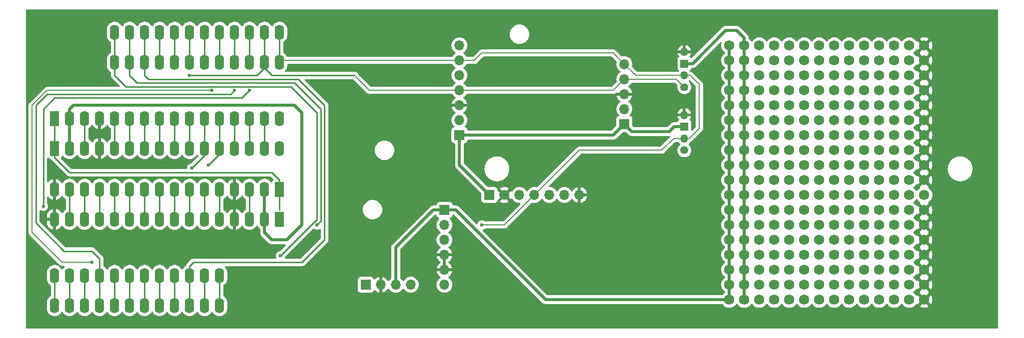
<source format=gbr>
%TF.GenerationSoftware,KiCad,Pcbnew,8.0.4*%
%TF.CreationDate,2024-10-10T15:19:09-04:00*%
%TF.ProjectId,CSL_AQS_V1,43534c5f-4151-4535-9f56-312e6b696361,rev?*%
%TF.SameCoordinates,Original*%
%TF.FileFunction,Copper,L1,Top*%
%TF.FilePolarity,Positive*%
%FSLAX46Y46*%
G04 Gerber Fmt 4.6, Leading zero omitted, Abs format (unit mm)*
G04 Created by KiCad (PCBNEW 8.0.4) date 2024-10-10 15:19:09*
%MOMM*%
%LPD*%
G01*
G04 APERTURE LIST*
G04 Aperture macros list*
%AMRoundRect*
0 Rectangle with rounded corners*
0 $1 Rounding radius*
0 $2 $3 $4 $5 $6 $7 $8 $9 X,Y pos of 4 corners*
0 Add a 4 corners polygon primitive as box body*
4,1,4,$2,$3,$4,$5,$6,$7,$8,$9,$2,$3,0*
0 Add four circle primitives for the rounded corners*
1,1,$1+$1,$2,$3*
1,1,$1+$1,$4,$5*
1,1,$1+$1,$6,$7*
1,1,$1+$1,$8,$9*
0 Add four rect primitives between the rounded corners*
20,1,$1+$1,$2,$3,$4,$5,0*
20,1,$1+$1,$4,$5,$6,$7,0*
20,1,$1+$1,$6,$7,$8,$9,0*
20,1,$1+$1,$8,$9,$2,$3,0*%
G04 Aperture macros list end*
%TA.AperFunction,ComponentPad*%
%ADD10C,1.750000*%
%TD*%
%TA.AperFunction,ComponentPad*%
%ADD11RoundRect,0.250000X-0.550000X1.050000X-0.550000X-1.050000X0.550000X-1.050000X0.550000X1.050000X0*%
%TD*%
%TA.AperFunction,ComponentPad*%
%ADD12O,1.600000X2.600000*%
%TD*%
%TA.AperFunction,ComponentPad*%
%ADD13R,1.700000X1.700000*%
%TD*%
%TA.AperFunction,ComponentPad*%
%ADD14O,1.700000X1.700000*%
%TD*%
%TA.AperFunction,ComponentPad*%
%ADD15RoundRect,0.250000X0.550000X-1.050000X0.550000X1.050000X-0.550000X1.050000X-0.550000X-1.050000X0*%
%TD*%
%TA.AperFunction,ComponentPad*%
%ADD16C,1.350000*%
%TD*%
%TA.AperFunction,ComponentPad*%
%ADD17O,1.350000X1.350000*%
%TD*%
%TA.AperFunction,ComponentPad*%
%ADD18R,1.350000X1.350000*%
%TD*%
%TA.AperFunction,ComponentPad*%
%ADD19C,1.700000*%
%TD*%
%TA.AperFunction,ViaPad*%
%ADD20C,0.600000*%
%TD*%
%TA.AperFunction,Conductor*%
%ADD21C,0.254000*%
%TD*%
%TA.AperFunction,Conductor*%
%ADD22C,0.200000*%
%TD*%
%TA.AperFunction,Conductor*%
%ADD23C,0.508000*%
%TD*%
G04 APERTURE END LIST*
D10*
%TO.P,,1*%
%TO.N,N/C*%
X185420000Y-83820000D03*
%TD*%
%TO.P,,1*%
%TO.N,5V*%
X172720000Y-86360000D03*
%TD*%
%TO.P,,1*%
%TO.N,N/C*%
X187960000Y-96520000D03*
%TD*%
%TO.P,,1*%
%TO.N,N/C*%
X180340000Y-109220000D03*
%TD*%
%TO.P,,1*%
%TO.N,N/C*%
X198120000Y-99060000D03*
%TD*%
%TO.P,,1*%
%TO.N,N/C*%
X193040000Y-101600000D03*
%TD*%
%TO.P,,1*%
%TO.N,N/C*%
X185420000Y-106680000D03*
%TD*%
%TO.P,,1*%
%TO.N,5V*%
X172720000Y-88900000D03*
%TD*%
%TO.P,,1*%
%TO.N,5V*%
X172720000Y-76200000D03*
%TD*%
%TO.P,,1*%
%TO.N,3.3V*%
X175260000Y-104140000D03*
%TD*%
%TO.P,,1*%
%TO.N,N/C*%
X193040000Y-99060000D03*
%TD*%
D11*
%TO.P,A2,1,~{RESET}*%
%TO.N,Net-(A1-~{RESET})*%
X96520000Y-95550000D03*
X96520000Y-100630000D03*
D12*
%TO.P,A2,2,3V3*%
%TO.N,3.3V*%
X93980000Y-95550000D03*
X93980000Y-100630000D03*
%TO.P,A2,3,AREF*%
%TO.N,unconnected-(A2-AREF-Pad3)*%
X91440000Y-95550000D03*
X91440000Y-100630000D03*
%TO.P,A2,4,GND*%
%TO.N,GND*%
X88900000Y-95550000D03*
X88900000Y-100630000D03*
%TO.P,A2,5,DAC0/A0*%
%TO.N,unconnected-(A2-DAC0{slash}A0-Pad5)*%
X86360000Y-95550000D03*
X86360000Y-100630000D03*
%TO.P,A2,6,A1*%
%TO.N,unconnected-(A2-A1-Pad6)*%
X83820000Y-95550000D03*
X83820000Y-100630000D03*
%TO.P,A2,7,A2*%
%TO.N,unconnected-(A2-A2-Pad7)*%
X81280000Y-95550000D03*
X81280000Y-100630000D03*
%TO.P,A2,8,A3*%
%TO.N,unconnected-(A2-A3-Pad8)*%
X78740000Y-95550000D03*
X78740000Y-100630000D03*
%TO.P,A2,9,A4*%
%TO.N,unconnected-(A2-A4-Pad9)*%
X76200000Y-95550000D03*
X76200000Y-100630000D03*
%TO.P,A2,10,A5*%
%TO.N,unconnected-(A2-A5-Pad10)*%
X73660000Y-95550000D03*
X73660000Y-100630000D03*
%TO.P,A2,11,SCK/D24*%
%TO.N,Net-(A1-SCK{slash}D24)*%
X71120000Y-95550000D03*
X71120000Y-100630000D03*
%TO.P,A2,12,MOSI/D23*%
%TO.N,Net-(A1-MOSI{slash}D23)*%
X68580000Y-95550000D03*
X68580000Y-100630000D03*
%TO.P,A2,13,MISO/D22*%
%TO.N,Net-(A1-MISO{slash}D22)*%
X66040000Y-95550000D03*
X66040000Y-100630000D03*
%TO.P,A2,14,RX/D0*%
%TO.N,unconnected-(A2-RX{slash}D0-Pad14)*%
X63500000Y-95550000D03*
X63500000Y-100630000D03*
%TO.P,A2,15,TX/D1*%
%TO.N,unconnected-(A2-TX{slash}D1-Pad15)*%
X60960000Y-95550000D03*
X60960000Y-100630000D03*
%TO.P,A2,16,GND*%
%TO.N,GND*%
X58420000Y-95550000D03*
X58420000Y-100630000D03*
%TO.P,A2,17,SDA/D20*%
%TO.N,SDA*%
X58420000Y-110190000D03*
X58420000Y-115270000D03*
%TO.P,A2,18,SCL/D21*%
%TO.N,SCL*%
X60960000Y-110190000D03*
X60960000Y-115270000D03*
%TO.P,A2,19,D5*%
%TO.N,Net-(A1-D5)*%
X63500000Y-110190000D03*
X63500000Y-115270000D03*
%TO.P,A2,20,D6*%
%TO.N,Net-(A1-D6)*%
X66040000Y-110190000D03*
X66040000Y-115270000D03*
%TO.P,A2,21,D9*%
%TO.N,Net-(A1-D9)*%
X68580000Y-110190000D03*
X68580000Y-115270000D03*
%TO.P,A2,22,D10*%
%TO.N,Net-(A1-D10)*%
X71120000Y-110190000D03*
X71120000Y-115270000D03*
%TO.P,A2,23,D11*%
%TO.N,unconnected-(A2-D11-Pad23)*%
X73660000Y-110190000D03*
X73660000Y-115270000D03*
%TO.P,A2,24,D12*%
%TO.N,unconnected-(A2-D12-Pad24)*%
X76200000Y-110190000D03*
X76200000Y-115270000D03*
%TO.P,A2,25,D13*%
%TO.N,unconnected-(A2-D13-Pad25)*%
X78740000Y-110190000D03*
X78740000Y-115270000D03*
%TO.P,A2,26,USB*%
%TO.N,Net-(A1-USB)*%
X81280000Y-110190000D03*
X81280000Y-115270000D03*
%TO.P,A2,27,EN*%
%TO.N,Net-(A1-EN)*%
X83820000Y-110190000D03*
X83820000Y-115270000D03*
%TO.P,A2,28,VBAT*%
%TO.N,Net-(A1-VBAT)*%
X86360000Y-110190000D03*
X86360000Y-115270000D03*
%TD*%
D10*
%TO.P,,1*%
%TO.N,N/C*%
X182880000Y-96520000D03*
%TD*%
%TO.P,,1*%
%TO.N,N/C*%
X180340000Y-96520000D03*
%TD*%
%TO.P,,1*%
%TO.N,N/C*%
X193040000Y-88900000D03*
%TD*%
%TO.P,,1*%
%TO.N,N/C*%
X185420000Y-76200000D03*
%TD*%
%TO.P,,1*%
%TO.N,N/C*%
X187960000Y-78740000D03*
%TD*%
D13*
%TO.P,JP2,1,1*%
%TO.N,3.3V*%
X111125000Y-111760000D03*
D14*
%TO.P,JP2,2,2*%
%TO.N,GND*%
X113665000Y-111760000D03*
%TO.P,JP2,3,3*%
%TO.N,5V*%
X116205000Y-111760000D03*
%TO.P,JP2,4,4*%
%TO.N,EN*%
X118745000Y-111760000D03*
%TD*%
D10*
%TO.P,,1*%
%TO.N,N/C*%
X180340000Y-106680000D03*
%TD*%
%TO.P,,1*%
%TO.N,N/C*%
X190500000Y-78740000D03*
%TD*%
%TO.P,,1*%
%TO.N,N/C*%
X203200000Y-73660000D03*
%TD*%
%TO.P,,1*%
%TO.N,3.3V*%
X175260000Y-73660000D03*
%TD*%
%TO.P,,1*%
%TO.N,N/C*%
X195580000Y-86360000D03*
%TD*%
%TO.P,,1*%
%TO.N,N/C*%
X203200000Y-101600000D03*
%TD*%
%TO.P,,1*%
%TO.N,N/C*%
X200660000Y-109220000D03*
%TD*%
%TO.P,,1*%
%TO.N,5V*%
X172720000Y-93980000D03*
%TD*%
%TO.P,,1*%
%TO.N,N/C*%
X195580000Y-101600000D03*
%TD*%
%TO.P,,1*%
%TO.N,N/C*%
X182880000Y-106680000D03*
%TD*%
%TO.P,,1*%
%TO.N,5V*%
X172720000Y-104140000D03*
%TD*%
%TO.P,,1*%
%TO.N,N/C*%
X177800000Y-109220000D03*
%TD*%
%TO.P,,1*%
%TO.N,N/C*%
X187960000Y-81280000D03*
%TD*%
%TO.P,,1*%
%TO.N,N/C*%
X200660000Y-81280000D03*
%TD*%
%TO.P,,1*%
%TO.N,N/C*%
X182880000Y-71120000D03*
%TD*%
%TO.P,,1*%
%TO.N,5V*%
X172720000Y-101600000D03*
%TD*%
%TO.P,,1*%
%TO.N,N/C*%
X198120000Y-76200000D03*
%TD*%
%TO.P,,1*%
%TO.N,3.3V*%
X175260000Y-106680000D03*
%TD*%
%TO.P,,1*%
%TO.N,N/C*%
X187960000Y-111760000D03*
%TD*%
%TO.P,,1*%
%TO.N,5V*%
X172720000Y-83820000D03*
%TD*%
%TO.P,,1*%
%TO.N,N/C*%
X185420000Y-78740000D03*
%TD*%
%TO.P,,1*%
%TO.N,N/C*%
X193040000Y-81280000D03*
%TD*%
%TO.P,,1*%
%TO.N,N/C*%
X193040000Y-86360000D03*
%TD*%
%TO.P,,1*%
%TO.N,N/C*%
X177800000Y-106680000D03*
%TD*%
%TO.P,,1*%
%TO.N,3.3V*%
X175260000Y-101600000D03*
%TD*%
%TO.P,,1*%
%TO.N,N/C*%
X185420000Y-91440000D03*
%TD*%
%TO.P,,1*%
%TO.N,N/C*%
X182880000Y-81280000D03*
%TD*%
%TO.P,,1*%
%TO.N,N/C*%
X185420000Y-73660000D03*
%TD*%
%TO.P,,1*%
%TO.N,N/C*%
X195580000Y-93980000D03*
%TD*%
%TO.P,,1*%
%TO.N,N/C*%
X200660000Y-83820000D03*
%TD*%
%TO.P,,1*%
%TO.N,N/C*%
X177800000Y-93980000D03*
%TD*%
%TO.P,,1*%
%TO.N,N/C*%
X203200000Y-88900000D03*
%TD*%
%TO.P,,1*%
%TO.N,N/C*%
X195580000Y-111760000D03*
%TD*%
%TO.P,,1*%
%TO.N,N/C*%
X185420000Y-81280000D03*
%TD*%
%TO.P,,1*%
%TO.N,3.3V*%
X175260000Y-83820000D03*
%TD*%
%TO.P,,1*%
%TO.N,GND*%
X205740000Y-106680000D03*
%TD*%
%TO.P,,1*%
%TO.N,N/C*%
X182880000Y-88900000D03*
%TD*%
%TO.P,,1*%
%TO.N,5V*%
X172720000Y-111760000D03*
%TD*%
%TO.P,,1*%
%TO.N,N/C*%
X182880000Y-83820000D03*
%TD*%
%TO.P,,1*%
%TO.N,N/C*%
X203200000Y-76200000D03*
%TD*%
%TO.P,,1*%
%TO.N,N/C*%
X190500000Y-81280000D03*
%TD*%
%TO.P,,1*%
%TO.N,N/C*%
X200660000Y-96520000D03*
%TD*%
%TO.P,,1*%
%TO.N,N/C*%
X177800000Y-86360000D03*
%TD*%
%TO.P,,1*%
%TO.N,N/C*%
X185420000Y-99060000D03*
%TD*%
%TO.P,,1*%
%TO.N,GND*%
X205740000Y-81280000D03*
%TD*%
%TO.P,,1*%
%TO.N,N/C*%
X193040000Y-93980000D03*
%TD*%
%TO.P,,1*%
%TO.N,N/C*%
X187960000Y-104140000D03*
%TD*%
%TO.P,,1*%
%TO.N,N/C*%
X198120000Y-114300000D03*
%TD*%
%TO.P,,1*%
%TO.N,N/C*%
X198120000Y-73660000D03*
%TD*%
%TO.P,,1*%
%TO.N,N/C*%
X180340000Y-71120000D03*
%TD*%
%TO.P,,1*%
%TO.N,N/C*%
X190500000Y-114300000D03*
%TD*%
%TO.P,,1*%
%TO.N,N/C*%
X182880000Y-73660000D03*
%TD*%
%TO.P,,1*%
%TO.N,N/C*%
X200660000Y-101600000D03*
%TD*%
%TO.P,,1*%
%TO.N,N/C*%
X198120000Y-93980000D03*
%TD*%
%TO.P,,1*%
%TO.N,N/C*%
X195580000Y-106680000D03*
%TD*%
%TO.P,,1*%
%TO.N,GND*%
X205740000Y-88900000D03*
%TD*%
%TO.P,,1*%
%TO.N,N/C*%
X177800000Y-96520000D03*
%TD*%
%TO.P,,1*%
%TO.N,N/C*%
X177800000Y-99060000D03*
%TD*%
%TO.P,,1*%
%TO.N,N/C*%
X177800000Y-111760000D03*
%TD*%
%TO.P,,1*%
%TO.N,N/C*%
X198120000Y-106680000D03*
%TD*%
%TO.P,,1*%
%TO.N,N/C*%
X198120000Y-104140000D03*
%TD*%
%TO.P,,1*%
%TO.N,N/C*%
X190500000Y-86360000D03*
%TD*%
%TO.P,,1*%
%TO.N,N/C*%
X193040000Y-104140000D03*
%TD*%
%TO.P,,1*%
%TO.N,N/C*%
X185420000Y-71120000D03*
%TD*%
%TO.P,,1*%
%TO.N,N/C*%
X200660000Y-88900000D03*
%TD*%
%TO.P,,1*%
%TO.N,N/C*%
X182880000Y-101600000D03*
%TD*%
%TO.P,,1*%
%TO.N,N/C*%
X190500000Y-88900000D03*
%TD*%
%TO.P,,1*%
%TO.N,N/C*%
X203200000Y-106680000D03*
%TD*%
%TO.P,,1*%
%TO.N,N/C*%
X182880000Y-78740000D03*
%TD*%
%TO.P,,1*%
%TO.N,N/C*%
X190500000Y-111760000D03*
%TD*%
%TO.P,,1*%
%TO.N,N/C*%
X180340000Y-104140000D03*
%TD*%
%TO.P,,1*%
%TO.N,N/C*%
X187960000Y-91440000D03*
%TD*%
%TO.P,,1*%
%TO.N,N/C*%
X193040000Y-71120000D03*
%TD*%
%TO.P,,1*%
%TO.N,N/C*%
X182880000Y-111760000D03*
%TD*%
%TO.P,,1*%
%TO.N,N/C*%
X203200000Y-109220000D03*
%TD*%
%TO.P,,1*%
%TO.N,N/C*%
X195580000Y-71120000D03*
%TD*%
%TO.P,,1*%
%TO.N,N/C*%
X190500000Y-73660000D03*
%TD*%
%TO.P,,1*%
%TO.N,N/C*%
X185420000Y-114300000D03*
%TD*%
%TO.P,,1*%
%TO.N,5V*%
X172720000Y-91440000D03*
%TD*%
%TO.P,,1*%
%TO.N,N/C*%
X193040000Y-96520000D03*
%TD*%
%TO.P,,1*%
%TO.N,N/C*%
X187960000Y-71120000D03*
%TD*%
%TO.P,,1*%
%TO.N,N/C*%
X190500000Y-91440000D03*
%TD*%
D15*
%TO.P,A1,1,~{RESET}*%
%TO.N,Net-(A1-~{RESET})*%
X58420000Y-88600000D03*
X58420000Y-83520000D03*
D12*
%TO.P,A1,2,3V3*%
%TO.N,3.3V*%
X60960000Y-88600000D03*
X60960000Y-83520000D03*
%TO.P,A1,3,AREF*%
%TO.N,unconnected-(A1-AREF-Pad3)*%
X63500000Y-88600000D03*
X63500000Y-83520000D03*
%TO.P,A1,4,GND*%
%TO.N,GND*%
X66040000Y-88600000D03*
X66040000Y-83520000D03*
%TO.P,A1,5,DAC0/A0*%
%TO.N,unconnected-(A1-DAC0{slash}A0-Pad5)*%
X68580000Y-88600000D03*
X68580000Y-83520000D03*
%TO.P,A1,6,A1*%
%TO.N,unconnected-(A1-A1-Pad6)*%
X71120000Y-88600000D03*
X71120000Y-83520000D03*
%TO.P,A1,7,A2*%
%TO.N,unconnected-(A1-A2-Pad7)*%
X73660000Y-88600000D03*
X73660000Y-83520000D03*
%TO.P,A1,8,A3*%
%TO.N,unconnected-(A1-A3-Pad8)*%
X76200000Y-88600000D03*
X76200000Y-83520000D03*
%TO.P,A1,9,A4*%
%TO.N,unconnected-(A1-A4-Pad9)*%
X78740000Y-88600000D03*
X78740000Y-83520000D03*
%TO.P,A1,10,A5*%
%TO.N,unconnected-(A1-A5-Pad10)*%
X81280000Y-88600000D03*
X81280000Y-83520000D03*
%TO.P,A1,11,SCK/D24*%
%TO.N,Net-(A1-SCK{slash}D24)*%
X83820000Y-88600000D03*
X83820000Y-83520000D03*
%TO.P,A1,12,MOSI/D23*%
%TO.N,Net-(A1-MOSI{slash}D23)*%
X86360000Y-88600000D03*
X86360000Y-83520000D03*
%TO.P,A1,13,MISO/D22*%
%TO.N,Net-(A1-MISO{slash}D22)*%
X88900000Y-88600000D03*
X88900000Y-83520000D03*
%TO.P,A1,14,RX/D0*%
%TO.N,unconnected-(A1-RX{slash}D0-Pad14)*%
X91440000Y-88600000D03*
X91440000Y-83520000D03*
%TO.P,A1,15,TX/D1*%
%TO.N,unconnected-(A1-TX{slash}D1-Pad15)*%
X93980000Y-88600000D03*
X93980000Y-83520000D03*
%TO.P,A1,16,WAKE*%
%TO.N,unconnected-(A1-WAKE-Pad16)*%
X96520000Y-88600000D03*
X96520000Y-83520000D03*
%TO.P,A1,17,SDA/D20*%
%TO.N,SDA*%
X96520000Y-73960000D03*
X96520000Y-68880000D03*
%TO.P,A1,18,SCL/D21*%
%TO.N,SCL*%
X93980000Y-73960000D03*
X93980000Y-68880000D03*
%TO.P,A1,19,D5*%
%TO.N,Net-(A1-D5)*%
X91440000Y-73960000D03*
X91440000Y-68880000D03*
%TO.P,A1,20,D6*%
%TO.N,Net-(A1-D6)*%
X88900000Y-73960000D03*
X88900000Y-68880000D03*
%TO.P,A1,21,D9*%
%TO.N,Net-(A1-D9)*%
X86360000Y-73960000D03*
X86360000Y-68880000D03*
%TO.P,A1,22,D10*%
%TO.N,Net-(A1-D10)*%
X83820000Y-73960000D03*
X83820000Y-68880000D03*
%TO.P,A1,23,D11*%
%TO.N,ENA*%
X81280000Y-73960000D03*
X81280000Y-68880000D03*
%TO.P,A1,24,D12*%
%TO.N,unconnected-(A1-D12-Pad24)*%
X78740000Y-73960000D03*
X78740000Y-68880000D03*
%TO.P,A1,25,D13*%
%TO.N,unconnected-(A1-D13-Pad25)*%
X76200000Y-73960000D03*
X76200000Y-68880000D03*
%TO.P,A1,26,USB*%
%TO.N,Net-(A1-USB)*%
X73660000Y-73960000D03*
X73660000Y-68880000D03*
%TO.P,A1,27,EN*%
%TO.N,Net-(A1-EN)*%
X71120000Y-73960000D03*
X71120000Y-68880000D03*
%TO.P,A1,28,VBAT*%
%TO.N,Net-(A1-VBAT)*%
X68580000Y-73960000D03*
X68580000Y-68880000D03*
%TD*%
D10*
%TO.P,,1*%
%TO.N,N/C*%
X187960000Y-101600000D03*
%TD*%
%TO.P,,1*%
%TO.N,N/C*%
X180340000Y-99060000D03*
%TD*%
D13*
%TO.P,JP6,1,1*%
%TO.N,3.3V*%
X154940000Y-84455000D03*
D14*
%TO.P,JP6,2,2*%
%TO.N,3Vo*%
X154940000Y-81915000D03*
%TO.P,JP6,3,3*%
%TO.N,GND*%
X154940000Y-79375000D03*
%TO.P,JP6,4,4*%
%TO.N,SCL*%
X154940000Y-76835000D03*
%TO.P,JP6,5,5*%
%TO.N,SDA*%
X154940000Y-74295000D03*
%TD*%
D10*
%TO.P,,1*%
%TO.N,N/C*%
X200660000Y-114300000D03*
%TD*%
%TO.P,,1*%
%TO.N,N/C*%
X187960000Y-76200000D03*
%TD*%
%TO.P,,1*%
%TO.N,N/C*%
X180340000Y-101600000D03*
%TD*%
D13*
%TO.P,JP8,1,1*%
%TO.N,5V*%
X124460000Y-99060000D03*
D14*
%TO.P,JP8,2,2*%
%TO.N,SDA*%
X124460000Y-101600000D03*
%TO.P,JP8,3,3*%
%TO.N,SCL*%
X124460000Y-104140000D03*
%TO.P,JP8,4,4*%
%TO.N,GND*%
X124460000Y-106680000D03*
%TO.P,JP8,5,5*%
X124460000Y-109220000D03*
%TO.P,JP8,6,6*%
%TO.N,unconnected-(JP8-Pad6)*%
X124460000Y-111760000D03*
%TD*%
D10*
%TO.P,,1*%
%TO.N,5V*%
X172720000Y-73660000D03*
%TD*%
%TO.P,,1*%
%TO.N,N/C*%
X190500000Y-93980000D03*
%TD*%
%TO.P,,1*%
%TO.N,N/C*%
X187960000Y-73660000D03*
%TD*%
%TO.P,,1*%
%TO.N,N/C*%
X203200000Y-78740000D03*
%TD*%
%TO.P,,1*%
%TO.N,N/C*%
X185420000Y-104140000D03*
%TD*%
%TO.P,,1*%
%TO.N,N/C*%
X177800000Y-71120000D03*
%TD*%
%TO.P,,1*%
%TO.N,5V*%
X172720000Y-99060000D03*
%TD*%
%TO.P,,1*%
%TO.N,N/C*%
X203200000Y-91440000D03*
%TD*%
%TO.P,,1*%
%TO.N,N/C*%
X198120000Y-71120000D03*
%TD*%
%TO.P,,1*%
%TO.N,N/C*%
X200660000Y-106680000D03*
%TD*%
%TO.P,,1*%
%TO.N,N/C*%
X200660000Y-111760000D03*
%TD*%
%TO.P,,1*%
%TO.N,N/C*%
X200660000Y-86360000D03*
%TD*%
%TO.P,,1*%
%TO.N,5V*%
X172720000Y-106680000D03*
%TD*%
%TO.P,,1*%
%TO.N,N/C*%
X185420000Y-93980000D03*
%TD*%
%TO.P,,1*%
%TO.N,N/C*%
X195580000Y-104140000D03*
%TD*%
%TO.P,,1*%
%TO.N,N/C*%
X195580000Y-91440000D03*
%TD*%
%TO.P,,1*%
%TO.N,N/C*%
X198120000Y-86360000D03*
%TD*%
%TO.P,,1*%
%TO.N,GND*%
X205740000Y-111760000D03*
%TD*%
%TO.P,,1*%
%TO.N,N/C*%
X190500000Y-76200000D03*
%TD*%
%TO.P,,1*%
%TO.N,GND*%
X205740000Y-93980000D03*
%TD*%
%TO.P,,1*%
%TO.N,N/C*%
X195580000Y-73660000D03*
%TD*%
%TO.P,,1*%
%TO.N,N/C*%
X182880000Y-114300000D03*
%TD*%
%TO.P,,1*%
%TO.N,N/C*%
X177800000Y-73660000D03*
%TD*%
%TO.P,,1*%
%TO.N,N/C*%
X187960000Y-83820000D03*
%TD*%
%TO.P,,1*%
%TO.N,N/C*%
X198120000Y-91440000D03*
%TD*%
%TO.P,,1*%
%TO.N,N/C*%
X198120000Y-111760000D03*
%TD*%
%TO.P,,1*%
%TO.N,GND*%
X205740000Y-91440000D03*
%TD*%
%TO.P,,1*%
%TO.N,GND*%
X205740000Y-71120000D03*
%TD*%
%TO.P,,1*%
%TO.N,GND*%
X205740000Y-101600000D03*
%TD*%
%TO.P,,1*%
%TO.N,N/C*%
X193040000Y-76200000D03*
%TD*%
%TO.P,,1*%
%TO.N,N/C*%
X187960000Y-88900000D03*
%TD*%
%TO.P,,1*%
%TO.N,N/C*%
X190500000Y-71120000D03*
%TD*%
%TO.P,,1*%
%TO.N,N/C*%
X195580000Y-109220000D03*
%TD*%
%TO.P,,1*%
%TO.N,N/C*%
X198120000Y-83820000D03*
%TD*%
%TO.P,,1*%
%TO.N,N/C*%
X193040000Y-73660000D03*
%TD*%
%TO.P,,1*%
%TO.N,N/C*%
X182880000Y-76200000D03*
%TD*%
%TO.P,,1*%
%TO.N,N/C*%
X187960000Y-86360000D03*
%TD*%
%TO.P,,1*%
%TO.N,GND*%
X205740000Y-109220000D03*
%TD*%
%TO.P,,1*%
%TO.N,N/C*%
X198120000Y-101600000D03*
%TD*%
%TO.P,,1*%
%TO.N,N/C*%
X185420000Y-86360000D03*
%TD*%
%TO.P,,1*%
%TO.N,N/C*%
X182880000Y-109220000D03*
%TD*%
%TO.P,,1*%
%TO.N,3.3V*%
X175260000Y-88900000D03*
%TD*%
%TO.P,,1*%
%TO.N,3.3V*%
X175260000Y-78740000D03*
%TD*%
%TO.P,,1*%
%TO.N,N/C*%
X180340000Y-81280000D03*
%TD*%
%TO.P,,1*%
%TO.N,N/C*%
X193040000Y-114300000D03*
%TD*%
%TO.P,,1*%
%TO.N,N/C*%
X180340000Y-73660000D03*
%TD*%
%TO.P,,1*%
%TO.N,5V*%
X172720000Y-109220000D03*
%TD*%
%TO.P,,1*%
%TO.N,GND*%
X205740000Y-114300000D03*
%TD*%
%TO.P,,1*%
%TO.N,N/C*%
X195580000Y-81280000D03*
%TD*%
%TO.P,,1*%
%TO.N,N/C*%
X203200000Y-93980000D03*
%TD*%
%TO.P,,1*%
%TO.N,N/C*%
X182880000Y-91440000D03*
%TD*%
%TO.P,,1*%
%TO.N,N/C*%
X193040000Y-78740000D03*
%TD*%
%TO.P,,1*%
%TO.N,N/C*%
X190500000Y-96520000D03*
%TD*%
%TO.P,,1*%
%TO.N,N/C*%
X198120000Y-81280000D03*
%TD*%
%TO.P,,1*%
%TO.N,N/C*%
X193040000Y-83820000D03*
%TD*%
%TO.P,,1*%
%TO.N,N/C*%
X177800000Y-81280000D03*
%TD*%
%TO.P,,1*%
%TO.N,3.3V*%
X175260000Y-86360000D03*
%TD*%
%TO.P,,1*%
%TO.N,GND*%
X205740000Y-73660000D03*
%TD*%
%TO.P,,1*%
%TO.N,N/C*%
X177800000Y-76200000D03*
%TD*%
%TO.P,,1*%
%TO.N,3.3V*%
X175260000Y-109220000D03*
%TD*%
%TO.P,,1*%
%TO.N,5V*%
X172720000Y-81280000D03*
%TD*%
%TO.P,,1*%
%TO.N,N/C*%
X193040000Y-111760000D03*
%TD*%
%TO.P,,1*%
%TO.N,N/C*%
X195580000Y-88900000D03*
%TD*%
%TO.P,,1*%
%TO.N,N/C*%
X200660000Y-104140000D03*
%TD*%
%TO.P,,1*%
%TO.N,N/C*%
X203200000Y-83820000D03*
%TD*%
%TO.P,,1*%
%TO.N,N/C*%
X195580000Y-78740000D03*
%TD*%
%TO.P,,1*%
%TO.N,N/C*%
X190500000Y-99060000D03*
%TD*%
%TO.P,,1*%
%TO.N,3.3V*%
X175260000Y-96520000D03*
%TD*%
%TO.P,REF\u002A\u002A,1*%
%TO.N,5V*%
X172720000Y-71120000D03*
%TD*%
%TO.P,,1*%
%TO.N,N/C*%
X182880000Y-104140000D03*
%TD*%
%TO.P,,1*%
%TO.N,N/C*%
X180340000Y-86360000D03*
%TD*%
%TO.P,,1*%
%TO.N,3.3V*%
X175260000Y-81280000D03*
%TD*%
D16*
%TO.P,J2,1,1*%
%TO.N,SCL*%
X165100000Y-78200000D03*
D17*
%TO.P,J2,2,2*%
%TO.N,SDA*%
X165100000Y-76200000D03*
D18*
%TO.P,J2,3,3*%
%TO.N,3.3V*%
X165100000Y-74200000D03*
D17*
%TO.P,J2,4,4*%
%TO.N,GND*%
X165100000Y-72200000D03*
%TD*%
D10*
%TO.P,,1*%
%TO.N,GND*%
X205740000Y-78740000D03*
%TD*%
%TO.P,,1*%
%TO.N,GND*%
X205740000Y-83820000D03*
%TD*%
%TO.P,,1*%
%TO.N,N/C*%
X185420000Y-88900000D03*
%TD*%
%TO.P,,1*%
%TO.N,N/C*%
X187960000Y-114300000D03*
%TD*%
%TO.P,,1*%
%TO.N,3.3V*%
X175260000Y-111760000D03*
%TD*%
%TO.P,,1*%
%TO.N,N/C*%
X190500000Y-101600000D03*
%TD*%
%TO.P,,1*%
%TO.N,N/C*%
X195580000Y-114300000D03*
%TD*%
%TO.P,,1*%
%TO.N,N/C*%
X185420000Y-111760000D03*
%TD*%
%TO.P,,1*%
%TO.N,5V*%
X172720000Y-78740000D03*
%TD*%
%TO.P,,1*%
%TO.N,3.3V*%
X175260000Y-76200000D03*
%TD*%
%TO.P,,1*%
%TO.N,N/C*%
X200660000Y-76200000D03*
%TD*%
%TO.P,,1*%
%TO.N,5V*%
X172720000Y-96520000D03*
%TD*%
%TO.P,,1*%
%TO.N,N/C*%
X177800000Y-114300000D03*
%TD*%
%TO.P,,1*%
%TO.N,N/C*%
X177800000Y-88900000D03*
%TD*%
%TO.P,,1*%
%TO.N,N/C*%
X180340000Y-93980000D03*
%TD*%
%TO.P,,1*%
%TO.N,N/C*%
X195580000Y-76200000D03*
%TD*%
%TO.P,,1*%
%TO.N,N/C*%
X180340000Y-111760000D03*
%TD*%
%TO.P,,1*%
%TO.N,GND*%
X205740000Y-76200000D03*
%TD*%
%TO.P,,1*%
%TO.N,3.3V*%
X175260000Y-99060000D03*
%TD*%
%TO.P,,1*%
%TO.N,N/C*%
X193040000Y-106680000D03*
%TD*%
%TO.P,,1*%
%TO.N,N/C*%
X180340000Y-76200000D03*
%TD*%
%TO.P,,1*%
%TO.N,N/C*%
X198120000Y-78740000D03*
%TD*%
%TO.P,,1*%
%TO.N,N/C*%
X200660000Y-91440000D03*
%TD*%
%TO.P,,1*%
%TO.N,GND*%
X205740000Y-104140000D03*
%TD*%
%TO.P,,1*%
%TO.N,N/C*%
X187960000Y-99060000D03*
%TD*%
%TO.P,,1*%
%TO.N,N/C*%
X203200000Y-86360000D03*
%TD*%
%TO.P,,1*%
%TO.N,N/C*%
X205740000Y-96520000D03*
%TD*%
D13*
%TO.P,JP7,1,1*%
%TO.N,3.3V*%
X127000000Y-86360000D03*
D14*
%TO.P,JP7,2,2*%
%TO.N,unconnected-(JP7-Pad2)*%
X127000000Y-83820000D03*
%TO.P,JP7,3,3*%
%TO.N,GND*%
X127000000Y-81280000D03*
%TO.P,JP7,4,4*%
%TO.N,SCL*%
X127000000Y-78740000D03*
%TO.P,JP7,5,5*%
%TO.N,NC*%
X127000000Y-76200000D03*
%TO.P,JP7,6,6*%
%TO.N,SDA*%
X127000000Y-73660000D03*
%TO.P,JP7,7,7*%
%TO.N,unconnected-(JP7-Pad7)*%
X127000000Y-71120000D03*
%TD*%
D10*
%TO.P,,1*%
%TO.N,N/C*%
X203200000Y-114300000D03*
%TD*%
%TO.P,,1*%
%TO.N,N/C*%
X177800000Y-104140000D03*
%TD*%
%TO.P,,1*%
%TO.N,N/C*%
X203200000Y-99060000D03*
%TD*%
%TO.P,,1*%
%TO.N,3.3V*%
X175260000Y-71120000D03*
%TD*%
%TO.P,,1*%
%TO.N,N/C*%
X187960000Y-109220000D03*
%TD*%
%TO.P,,1*%
%TO.N,GND*%
X205740000Y-86360000D03*
%TD*%
%TO.P,,1*%
%TO.N,GND*%
X205740000Y-96520000D03*
%TD*%
%TO.P,,1*%
%TO.N,N/C*%
X195580000Y-83820000D03*
%TD*%
%TO.P,,1*%
%TO.N,3.3V*%
X175260000Y-93980000D03*
%TD*%
%TO.P,,1*%
%TO.N,3.3V*%
X175260000Y-91440000D03*
%TD*%
%TO.P,,1*%
%TO.N,N/C*%
X177800000Y-78740000D03*
%TD*%
D13*
%TO.P,JP10,1,1*%
%TO.N,3.3V*%
X132080000Y-96520000D03*
D19*
%TO.P,JP10,2,2*%
%TO.N,GND*%
X134620000Y-96520000D03*
D14*
%TO.P,JP10,3,3*%
%TO.N,SCL*%
X137160000Y-96520000D03*
%TO.P,JP10,4,4*%
%TO.N,SDA*%
X139700000Y-96520000D03*
%TO.P,JP10,5,5*%
%TO.N,unconnected-(JP10-Pad5)*%
X142240000Y-96520000D03*
%TO.P,JP10,6,6*%
%TO.N,unconnected-(JP10-Pad6)*%
X144780000Y-96520000D03*
%TO.P,JP10,7,7*%
%TO.N,GND*%
X147320000Y-96520000D03*
%TD*%
D10*
%TO.P,,1*%
%TO.N,N/C*%
X185420000Y-109220000D03*
%TD*%
%TO.P,,1*%
%TO.N,N/C*%
X193040000Y-91440000D03*
%TD*%
%TO.P,,1*%
%TO.N,N/C*%
X203200000Y-96520000D03*
%TD*%
%TO.P,,1*%
%TO.N,N/C*%
X203200000Y-71120000D03*
%TD*%
%TO.P,,1*%
%TO.N,N/C*%
X180340000Y-83820000D03*
%TD*%
%TO.P,,1*%
%TO.N,N/C*%
X180340000Y-88900000D03*
%TD*%
%TO.P,,1*%
%TO.N,N/C*%
X182880000Y-86360000D03*
%TD*%
%TO.P,,1*%
%TO.N,N/C*%
X177800000Y-101600000D03*
%TD*%
%TO.P,,1*%
%TO.N,N/C*%
X185420000Y-96520000D03*
%TD*%
%TO.P,,1*%
%TO.N,N/C*%
X185420000Y-101600000D03*
%TD*%
D16*
%TO.P,J3,1,1*%
%TO.N,SCL*%
X165100000Y-88916000D03*
D17*
%TO.P,J3,2,2*%
%TO.N,SDA*%
X165100000Y-86916000D03*
D18*
%TO.P,J3,3,3*%
%TO.N,3.3V*%
X165100000Y-84916000D03*
D17*
%TO.P,J3,4,4*%
%TO.N,GND*%
X165100000Y-82916000D03*
%TD*%
D10*
%TO.P,,1*%
%TO.N,N/C*%
X180340000Y-78740000D03*
%TD*%
%TO.P,,1*%
%TO.N,N/C*%
X177800000Y-83820000D03*
%TD*%
%TO.P,,1*%
%TO.N,N/C*%
X180340000Y-114300000D03*
%TD*%
%TO.P,,1*%
%TO.N,N/C*%
X203200000Y-81280000D03*
%TD*%
%TO.P,,1*%
%TO.N,N/C*%
X198120000Y-96520000D03*
%TD*%
%TO.P,,1*%
%TO.N,N/C*%
X200660000Y-78740000D03*
%TD*%
%TO.P,,1*%
%TO.N,N/C*%
X190500000Y-106680000D03*
%TD*%
%TO.P,,1*%
%TO.N,N/C*%
X195580000Y-96520000D03*
%TD*%
%TO.P,,1*%
%TO.N,N/C*%
X200660000Y-99060000D03*
%TD*%
%TO.P,,1*%
%TO.N,N/C*%
X200660000Y-73660000D03*
%TD*%
%TO.P,,1*%
%TO.N,N/C*%
X200660000Y-93980000D03*
%TD*%
%TO.P,,1*%
%TO.N,N/C*%
X177800000Y-91440000D03*
%TD*%
%TO.P,,1*%
%TO.N,N/C*%
X190500000Y-104140000D03*
%TD*%
%TO.P,,1*%
%TO.N,N/C*%
X182880000Y-99060000D03*
%TD*%
%TO.P,,1*%
%TO.N,N/C*%
X203200000Y-104140000D03*
%TD*%
%TO.P,,1*%
%TO.N,N/C*%
X200660000Y-71120000D03*
%TD*%
%TO.P,,1*%
%TO.N,N/C*%
X198120000Y-88900000D03*
%TD*%
%TO.P,,1*%
%TO.N,N/C*%
X180340000Y-91440000D03*
%TD*%
%TO.P,,1*%
%TO.N,N/C*%
X190500000Y-109220000D03*
%TD*%
%TO.P,,1*%
%TO.N,5V*%
X172720000Y-114300000D03*
%TD*%
%TO.P,,1*%
%TO.N,N/C*%
X187960000Y-106680000D03*
%TD*%
%TO.P,,1*%
%TO.N,3.3V*%
X175260000Y-114300000D03*
%TD*%
%TO.P,,1*%
%TO.N,N/C*%
X195580000Y-99060000D03*
%TD*%
%TO.P,,1*%
%TO.N,N/C*%
X187960000Y-93980000D03*
%TD*%
%TO.P,,1*%
%TO.N,N/C*%
X198120000Y-109220000D03*
%TD*%
%TO.P,,1*%
%TO.N,N/C*%
X190500000Y-83820000D03*
%TD*%
%TO.P,,1*%
%TO.N,N/C*%
X193040000Y-109220000D03*
%TD*%
%TO.P,,1*%
%TO.N,N/C*%
X182880000Y-93980000D03*
%TD*%
%TO.P,,1*%
%TO.N,N/C*%
X203200000Y-111760000D03*
%TD*%
%TO.P,,1*%
%TO.N,GND*%
X205740000Y-99060000D03*
%TD*%
D20*
%TO.N,Net-(A1-D6)*%
X88900000Y-78740000D03*
%TO.N,Net-(A1-VBAT)*%
X96678750Y-106838750D03*
%TO.N,SCL*%
X81280000Y-76200000D03*
%TO.N,3.3V*%
X100330000Y-99060000D03*
%TO.N,Net-(A1-MOSI{slash}D23)*%
X84455000Y-91440000D03*
%TO.N,Net-(A1-D5)*%
X91440000Y-78740000D03*
X56515000Y-98425000D03*
%TO.N,SDA*%
X130810000Y-101600000D03*
%TO.N,GND*%
X91440000Y-109220000D03*
X61849000Y-73914000D03*
X81280000Y-106680000D03*
X66040000Y-91440000D03*
X111760000Y-76200000D03*
X139700000Y-76200000D03*
X102870000Y-103505000D03*
%TO.N,Net-(A1-EN)*%
X102870000Y-101600000D03*
%TO.N,Net-(A1-D9)*%
X85090000Y-78740000D03*
X64770000Y-107950000D03*
%TO.N,Net-(A1-SCK{slash}D24)*%
X81661000Y-91948000D03*
%TD*%
D21*
%TO.N,Net-(A1-D6)*%
X64770000Y-106045000D02*
X66040000Y-107315000D01*
X88900000Y-68580000D02*
X88900000Y-73660000D01*
X66040000Y-115570000D02*
X66040000Y-110490000D01*
X87630000Y-79375000D02*
X57118870Y-79375000D01*
X66040000Y-107315000D02*
X66040000Y-110490000D01*
X60007500Y-106045000D02*
X64770000Y-106045000D01*
X55245000Y-81248870D02*
X55245000Y-101282500D01*
X87630000Y-79375000D02*
X88265000Y-79375000D01*
X55245000Y-101282500D02*
X60007500Y-106045000D01*
X57118870Y-79375000D02*
X55245000Y-81248870D01*
X88265000Y-79375000D02*
X88900000Y-78740000D01*
%TO.N,unconnected-(A1-D12-Pad24)*%
X78740000Y-68580000D02*
X78740000Y-73660000D01*
%TO.N,Net-(A1-~{RESET})*%
X96520000Y-95250000D02*
X96520000Y-99060000D01*
X58420000Y-88900000D02*
X58420000Y-90170000D01*
X60960000Y-92710000D02*
X95250000Y-92710000D01*
X95250000Y-92710000D02*
X96520000Y-93980000D01*
X96520000Y-93980000D02*
X96520000Y-95250000D01*
X58420000Y-90170000D02*
X60960000Y-92710000D01*
X58420000Y-88900000D02*
X58420000Y-83820000D01*
%TO.N,unconnected-(A1-DAC0{slash}A0-Pad5)*%
X68580000Y-88900000D02*
X68580000Y-83820000D01*
%TO.N,Net-(A1-VBAT)*%
X102870000Y-100647500D02*
X102870000Y-82550000D01*
X98425000Y-78105000D02*
X70485000Y-78105000D01*
X68580000Y-76200000D02*
X68580000Y-68580000D01*
X86360000Y-115570000D02*
X86360000Y-110490000D01*
X102870000Y-82550000D02*
X98425000Y-78105000D01*
X70485000Y-78105000D02*
X68580000Y-76200000D01*
X96678750Y-106838750D02*
X102870000Y-100647500D01*
D22*
%TO.N,SCL*%
X163735000Y-76835000D02*
X165100000Y-78200000D01*
D21*
X81280000Y-76200000D02*
X92710000Y-76200000D01*
X60960000Y-110490000D02*
X60960000Y-115570000D01*
D22*
X111760000Y-78740000D02*
X109220000Y-76200000D01*
D21*
X95250000Y-76200000D02*
X109220000Y-76200000D01*
X93980000Y-68580000D02*
X93980000Y-73660000D01*
D22*
X154940000Y-76835000D02*
X153035000Y-78740000D01*
X154432000Y-76835000D02*
X154813000Y-77216000D01*
X153035000Y-78740000D02*
X127000000Y-78740000D01*
X127000000Y-78740000D02*
X111760000Y-78740000D01*
D21*
X93980000Y-74930000D02*
X93980000Y-73660000D01*
X92710000Y-76200000D02*
X93980000Y-74930000D01*
X93980000Y-74930000D02*
X95250000Y-76200000D01*
D22*
X154940000Y-76835000D02*
X163735000Y-76835000D01*
D21*
%TO.N,Net-(A1-USB)*%
X99695000Y-76835000D02*
X74295000Y-76835000D01*
X81280000Y-115570000D02*
X81280000Y-108585000D01*
X104140000Y-104140000D02*
X104140000Y-81280000D01*
X100330000Y-107950000D02*
X104140000Y-104140000D01*
X81280000Y-108585000D02*
X81915000Y-107950000D01*
X74295000Y-76835000D02*
X73660000Y-76200000D01*
X104140000Y-81280000D02*
X99695000Y-76835000D01*
X73660000Y-68580000D02*
X73660000Y-73660000D01*
X73660000Y-76200000D02*
X73660000Y-73660000D01*
X81915000Y-107950000D02*
X100330000Y-107950000D01*
D23*
%TO.N,3.3V*%
X100330000Y-101600000D02*
X100330000Y-99060000D01*
X175260000Y-99060000D02*
X175260000Y-101600000D01*
X175260000Y-96520000D02*
X175260000Y-99060000D01*
X175260000Y-86360000D02*
X175260000Y-83820000D01*
X95250000Y-104140000D02*
X97790000Y-104140000D01*
X60960000Y-81915000D02*
X61595000Y-81280000D01*
X153035000Y-86360000D02*
X154940000Y-84455000D01*
X162560000Y-85725000D02*
X156210000Y-85725000D01*
X100330000Y-82550000D02*
X100330000Y-99060000D01*
X175260000Y-106680000D02*
X175260000Y-109220000D01*
X175260000Y-69850000D02*
X173990000Y-68580000D01*
X175260000Y-91440000D02*
X175260000Y-88900000D01*
X156210000Y-85725000D02*
X154940000Y-84455000D01*
X93980000Y-102870000D02*
X95250000Y-104140000D01*
X61595000Y-81280000D02*
X99060000Y-81280000D01*
X93980000Y-100330000D02*
X93980000Y-95250000D01*
X175260000Y-81280000D02*
X175260000Y-78740000D01*
X127000000Y-86360000D02*
X153035000Y-86360000D01*
X60960000Y-83820000D02*
X60960000Y-88900000D01*
X127037500Y-86322500D02*
X127000000Y-86360000D01*
X175260000Y-86360000D02*
X175260000Y-88900000D01*
X60960000Y-83820000D02*
X60960000Y-81915000D01*
X175260000Y-93980000D02*
X175260000Y-91440000D01*
X93980000Y-102870000D02*
X93980000Y-100330000D01*
X175260000Y-71120000D02*
X175260000Y-73660000D01*
X175260000Y-104140000D02*
X175260000Y-106680000D01*
X172085000Y-68580000D02*
X166465000Y-74200000D01*
X175260000Y-114300000D02*
X175260000Y-111760000D01*
X127000000Y-91440000D02*
X127000000Y-86360000D01*
X175260000Y-93980000D02*
X175260000Y-96520000D01*
X175260000Y-76200000D02*
X175260000Y-78740000D01*
X175260000Y-101600000D02*
X175260000Y-104140000D01*
X173990000Y-68580000D02*
X172085000Y-68580000D01*
X175260000Y-73660000D02*
X175260000Y-76200000D01*
X175260000Y-83820000D02*
X175260000Y-81280000D01*
X175260000Y-109220000D02*
X175260000Y-111760000D01*
X166465000Y-74200000D02*
X165100000Y-74200000D01*
X163369000Y-84916000D02*
X162560000Y-85725000D01*
X165100000Y-84916000D02*
X163369000Y-84916000D01*
X99060000Y-81280000D02*
X100330000Y-82550000D01*
X97790000Y-104140000D02*
X100330000Y-101600000D01*
X175260000Y-71120000D02*
X175260000Y-69850000D01*
X132080000Y-96520000D02*
X127000000Y-91440000D01*
D21*
%TO.N,unconnected-(A1-A1-Pad6)*%
X71120000Y-83820000D02*
X71120000Y-88900000D01*
%TO.N,unconnected-(A1-A2-Pad7)*%
X73660000Y-88900000D02*
X73660000Y-83820000D01*
%TO.N,unconnected-(A1-A3-Pad8)*%
X76200000Y-88900000D02*
X76200000Y-83820000D01*
%TO.N,unconnected-(A1-D13-Pad25)*%
X76200000Y-68580000D02*
X76200000Y-73660000D01*
%TO.N,Net-(A1-MOSI{slash}D23)*%
X86360000Y-88900000D02*
X86360000Y-83820000D01*
X68580000Y-95250000D02*
X68580000Y-100330000D01*
X84455000Y-91440000D02*
X86360000Y-89535000D01*
X86360000Y-89535000D02*
X86360000Y-88900000D01*
%TO.N,unconnected-(A1-RX{slash}D0-Pad14)*%
X91440000Y-83820000D02*
X91440000Y-88900000D01*
%TO.N,unconnected-(A1-A5-Pad10)*%
X81280000Y-83820000D02*
X81280000Y-88900000D01*
%TO.N,ENA*%
X81280000Y-68580000D02*
X81280000Y-73660000D01*
%TO.N,unconnected-(A1-AREF-Pad3)*%
X63500000Y-88900000D02*
X63500000Y-83820000D01*
%TO.N,unconnected-(A1-A4-Pad9)*%
X78740000Y-83820000D02*
X78740000Y-88900000D01*
%TO.N,Net-(A1-D5)*%
X58420000Y-80010000D02*
X56515000Y-81915000D01*
X56515000Y-81915000D02*
X56515000Y-98425000D01*
X63500000Y-115570000D02*
X63500000Y-110490000D01*
X91440000Y-73660000D02*
X91440000Y-68580000D01*
X91440000Y-78740000D02*
X90170000Y-80010000D01*
X90170000Y-80010000D02*
X58420000Y-80010000D01*
D22*
%TO.N,SDA*%
X127000000Y-73660000D02*
X129540000Y-73660000D01*
X163274000Y-86916000D02*
X161290000Y-88900000D01*
X156845000Y-76200000D02*
X154940000Y-74295000D01*
X129540000Y-73660000D02*
X130810000Y-72390000D01*
X130810000Y-101600000D02*
X134620000Y-101600000D01*
X167640000Y-85216000D02*
X165940000Y-86916000D01*
X167640000Y-77740000D02*
X167640000Y-85216000D01*
X165940000Y-86916000D02*
X165100000Y-86916000D01*
X165100000Y-76200000D02*
X166100000Y-76200000D01*
X166100000Y-76200000D02*
X167640000Y-77740000D01*
X165100000Y-76200000D02*
X156845000Y-76200000D01*
X134620000Y-101600000D02*
X139700000Y-96520000D01*
X147320000Y-88900000D02*
X139700000Y-96520000D01*
X130810000Y-72390000D02*
X153035000Y-72390000D01*
D21*
X58420000Y-115570000D02*
X58420000Y-110490000D01*
D22*
X153035000Y-72390000D02*
X154940000Y-74295000D01*
X161290000Y-88900000D02*
X147320000Y-88900000D01*
X127000000Y-73660000D02*
X96520000Y-73660000D01*
X165100000Y-86916000D02*
X163274000Y-86916000D01*
D21*
X96520000Y-73660000D02*
X96520000Y-68580000D01*
D22*
%TO.N,GND*%
X66040000Y-85090000D02*
X66040000Y-88900000D01*
D21*
X165100000Y-72216000D02*
X165545000Y-72216000D01*
%TO.N,unconnected-(A1-TX{slash}D1-Pad15)*%
X93980000Y-88900000D02*
X93980000Y-83820000D01*
%TO.N,Net-(A1-EN)*%
X103505000Y-81915000D02*
X99060000Y-77470000D01*
X71120000Y-68580000D02*
X71120000Y-73660000D01*
X102870000Y-101600000D02*
X103505000Y-100965000D01*
X99060000Y-77470000D02*
X72390000Y-77470000D01*
X103505000Y-100965000D02*
X103505000Y-81915000D01*
X72390000Y-77470000D02*
X71120000Y-76200000D01*
X83820000Y-115570000D02*
X83820000Y-110490000D01*
X71120000Y-76200000D02*
X71120000Y-73660000D01*
D22*
%TO.N,Net-(A1-D9)*%
X57150000Y-78740000D02*
X54610000Y-81280000D01*
D21*
X86360000Y-68580000D02*
X86360000Y-73660000D01*
D22*
X85090000Y-78740000D02*
X57150000Y-78740000D01*
X54610000Y-102870000D02*
X59690000Y-107950000D01*
D21*
X68580000Y-115570000D02*
X68580000Y-110490000D01*
D22*
X54610000Y-81280000D02*
X54610000Y-102870000D01*
X59690000Y-107950000D02*
X64770000Y-107950000D01*
D21*
%TO.N,Net-(A1-D10)*%
X71120000Y-115570000D02*
X71120000Y-110490000D01*
X83820000Y-73660000D02*
X83820000Y-68580000D01*
X83820000Y-68580000D02*
X83420000Y-68980000D01*
%TO.N,Net-(A1-MISO{slash}D22)*%
X66040000Y-100330000D02*
X66040000Y-95250000D01*
X88900000Y-88900000D02*
X88900000Y-83820000D01*
%TO.N,unconnected-(A2-A2-Pad7)*%
X81280000Y-100330000D02*
X81280000Y-95250000D01*
%TO.N,Net-(A1-SCK{slash}D24)*%
X71120000Y-100330000D02*
X71120000Y-95250000D01*
X83820000Y-88900000D02*
X83820000Y-89789000D01*
X83820000Y-83820000D02*
X83820000Y-88900000D01*
X83820000Y-89789000D02*
X81661000Y-91948000D01*
%TO.N,unconnected-(A2-A5-Pad10)*%
X73660000Y-95250000D02*
X73660000Y-100330000D01*
%TO.N,unconnected-(A2-A4-Pad9)*%
X76200000Y-100330000D02*
X76200000Y-95250000D01*
%TO.N,unconnected-(A2-D12-Pad24)*%
X76200000Y-115570000D02*
X76200000Y-110490000D01*
%TO.N,unconnected-(A2-DAC0{slash}A0-Pad5)*%
X86360000Y-100330000D02*
X86360000Y-95250000D01*
%TO.N,unconnected-(A2-TX{slash}D1-Pad15)*%
X60960000Y-100330000D02*
X60960000Y-95250000D01*
%TO.N,unconnected-(A2-A3-Pad8)*%
X78740000Y-95250000D02*
X78740000Y-100330000D01*
%TO.N,unconnected-(A2-D13-Pad25)*%
X78740000Y-115570000D02*
X78740000Y-110490000D01*
%TO.N,unconnected-(A2-A1-Pad6)*%
X83820000Y-95250000D02*
X83820000Y-100330000D01*
%TO.N,unconnected-(A2-RX{slash}D0-Pad14)*%
X63500000Y-95250000D02*
X63500000Y-100330000D01*
%TO.N,unconnected-(A2-D11-Pad23)*%
X73660000Y-115570000D02*
X73660000Y-110490000D01*
%TO.N,unconnected-(A2-AREF-Pad3)*%
X91440000Y-95250000D02*
X91440000Y-100330000D01*
D23*
%TO.N,5V*%
X172720000Y-88900000D02*
X172720000Y-86360000D01*
X172720000Y-99060000D02*
X172720000Y-96520000D01*
X172720000Y-71120000D02*
X172720000Y-73660000D01*
X172720000Y-93980000D02*
X172720000Y-91440000D01*
X116205000Y-111760000D02*
X116205000Y-105410000D01*
X172720000Y-109220000D02*
X172720000Y-106680000D01*
X172720000Y-78740000D02*
X172720000Y-76200000D01*
X172720000Y-111760000D02*
X172720000Y-109220000D01*
X172720000Y-76200000D02*
X172720000Y-73660000D01*
X116205000Y-105410000D02*
X122555000Y-99060000D01*
X122555000Y-99060000D02*
X124460000Y-99060000D01*
X141605000Y-114300000D02*
X126365000Y-99060000D01*
X172720000Y-83820000D02*
X172720000Y-81280000D01*
X172720000Y-101600000D02*
X172720000Y-99060000D01*
X172720000Y-114300000D02*
X172720000Y-111760000D01*
X172720000Y-106680000D02*
X172720000Y-104140000D01*
X172720000Y-86360000D02*
X172720000Y-83820000D01*
X172720000Y-91440000D02*
X172720000Y-88900000D01*
X172720000Y-104140000D02*
X172720000Y-101600000D01*
X172720000Y-96520000D02*
X172720000Y-93980000D01*
X172720000Y-114300000D02*
X141605000Y-114300000D01*
X126365000Y-99060000D02*
X124460000Y-99060000D01*
X172720000Y-81280000D02*
X172720000Y-78740000D01*
%TD*%
%TA.AperFunction,Conductor*%
%TO.N,GND*%
G36*
X205274075Y-111952993D02*
G01*
X205339901Y-112067007D01*
X205432993Y-112160099D01*
X205547007Y-112225925D01*
X205610590Y-112242962D01*
X204959015Y-112894536D01*
X204959015Y-112894538D01*
X204985360Y-112915043D01*
X204985371Y-112915050D01*
X204996265Y-112920946D01*
X205045855Y-112970166D01*
X205060962Y-113038383D01*
X205036791Y-113103938D01*
X204996268Y-113139052D01*
X204985368Y-113144950D01*
X204959015Y-113165461D01*
X204959015Y-113165463D01*
X205610590Y-113817037D01*
X205547007Y-113834075D01*
X205432993Y-113899901D01*
X205339901Y-113992993D01*
X205274075Y-114107007D01*
X205257037Y-114170590D01*
X204606874Y-113520427D01*
X204574106Y-113570583D01*
X204520960Y-113615939D01*
X204451729Y-113625363D01*
X204388393Y-113595861D01*
X204366490Y-113570583D01*
X204289183Y-113452255D01*
X204134794Y-113284544D01*
X204134793Y-113284543D01*
X204134791Y-113284541D01*
X204134787Y-113284538D01*
X203954909Y-113144533D01*
X203954900Y-113144527D01*
X203944789Y-113139056D01*
X203895197Y-113089838D01*
X203880087Y-113021621D01*
X203904257Y-112956065D01*
X203944789Y-112920944D01*
X203954900Y-112915472D01*
X203954906Y-112915469D01*
X204134794Y-112775456D01*
X204289183Y-112607745D01*
X204366490Y-112489416D01*
X204419636Y-112444060D01*
X204488867Y-112434636D01*
X204552203Y-112464138D01*
X204574108Y-112489417D01*
X204606874Y-112539570D01*
X205257037Y-111889409D01*
X205274075Y-111952993D01*
G37*
%TD.AperFunction*%
%TA.AperFunction,Conductor*%
G36*
X171356586Y-70477952D02*
G01*
X171412519Y-70519824D01*
X171436936Y-70585288D01*
X171426808Y-70643943D01*
X171414570Y-70671842D01*
X171358610Y-70892820D01*
X171358608Y-70892831D01*
X171339786Y-71119993D01*
X171339786Y-71120006D01*
X171358608Y-71347168D01*
X171358610Y-71347179D01*
X171414569Y-71568155D01*
X171506137Y-71776908D01*
X171630814Y-71967742D01*
X171630817Y-71967745D01*
X171785206Y-72135456D01*
X171917663Y-72238552D01*
X171958475Y-72295261D01*
X171965500Y-72336404D01*
X171965500Y-72443595D01*
X171945815Y-72510634D01*
X171917663Y-72541448D01*
X171785208Y-72644542D01*
X171630814Y-72812257D01*
X171506137Y-73003091D01*
X171414569Y-73211844D01*
X171358610Y-73432820D01*
X171358608Y-73432831D01*
X171339786Y-73659993D01*
X171339786Y-73660006D01*
X171358608Y-73887168D01*
X171358610Y-73887179D01*
X171414569Y-74108155D01*
X171506137Y-74316908D01*
X171630814Y-74507742D01*
X171630817Y-74507745D01*
X171785206Y-74675456D01*
X171917663Y-74778552D01*
X171958475Y-74835261D01*
X171965500Y-74876404D01*
X171965500Y-74983595D01*
X171945815Y-75050634D01*
X171917663Y-75081448D01*
X171785208Y-75184542D01*
X171630814Y-75352257D01*
X171506137Y-75543091D01*
X171414569Y-75751844D01*
X171358610Y-75972820D01*
X171358608Y-75972831D01*
X171339786Y-76199993D01*
X171339786Y-76200006D01*
X171358608Y-76427168D01*
X171358610Y-76427179D01*
X171414569Y-76648155D01*
X171506137Y-76856908D01*
X171630814Y-77047742D01*
X171630817Y-77047745D01*
X171785206Y-77215456D01*
X171917663Y-77318552D01*
X171958475Y-77375261D01*
X171965500Y-77416404D01*
X171965500Y-77523595D01*
X171945815Y-77590634D01*
X171917663Y-77621448D01*
X171785208Y-77724542D01*
X171630814Y-77892257D01*
X171506137Y-78083091D01*
X171414569Y-78291844D01*
X171358610Y-78512820D01*
X171358608Y-78512831D01*
X171339786Y-78739993D01*
X171339786Y-78740006D01*
X171358608Y-78967168D01*
X171358610Y-78967179D01*
X171414569Y-79188155D01*
X171506137Y-79396908D01*
X171630814Y-79587742D01*
X171630817Y-79587745D01*
X171785206Y-79755456D01*
X171917663Y-79858552D01*
X171958475Y-79915261D01*
X171965500Y-79956404D01*
X171965500Y-80063595D01*
X171945815Y-80130634D01*
X171917663Y-80161448D01*
X171785208Y-80264542D01*
X171630814Y-80432257D01*
X171506137Y-80623091D01*
X171414569Y-80831844D01*
X171358610Y-81052820D01*
X171358608Y-81052831D01*
X171339786Y-81279993D01*
X171339786Y-81280006D01*
X171358608Y-81507168D01*
X171358610Y-81507179D01*
X171414569Y-81728155D01*
X171506137Y-81936908D01*
X171630814Y-82127742D01*
X171651917Y-82150666D01*
X171785206Y-82295456D01*
X171917663Y-82398552D01*
X171958475Y-82455261D01*
X171965500Y-82496404D01*
X171965500Y-82603595D01*
X171945815Y-82670634D01*
X171917663Y-82701448D01*
X171785208Y-82804542D01*
X171630814Y-82972257D01*
X171506137Y-83163091D01*
X171414569Y-83371844D01*
X171358610Y-83592820D01*
X171358608Y-83592831D01*
X171339786Y-83819993D01*
X171339786Y-83820006D01*
X171358608Y-84047168D01*
X171358610Y-84047179D01*
X171414569Y-84268155D01*
X171506137Y-84476908D01*
X171630814Y-84667742D01*
X171652588Y-84691395D01*
X171785206Y-84835456D01*
X171917663Y-84938552D01*
X171958475Y-84995261D01*
X171965500Y-85036404D01*
X171965500Y-85143595D01*
X171945815Y-85210634D01*
X171917663Y-85241448D01*
X171785208Y-85344542D01*
X171630814Y-85512257D01*
X171506137Y-85703091D01*
X171414569Y-85911844D01*
X171358610Y-86132820D01*
X171358608Y-86132831D01*
X171339786Y-86359993D01*
X171339786Y-86360006D01*
X171358608Y-86587168D01*
X171358610Y-86587179D01*
X171414569Y-86808155D01*
X171506137Y-87016908D01*
X171630814Y-87207742D01*
X171651917Y-87230666D01*
X171785206Y-87375456D01*
X171917663Y-87478552D01*
X171958475Y-87535261D01*
X171965500Y-87576404D01*
X171965500Y-87683595D01*
X171945815Y-87750634D01*
X171917663Y-87781448D01*
X171785208Y-87884542D01*
X171630814Y-88052257D01*
X171506137Y-88243091D01*
X171414569Y-88451844D01*
X171358610Y-88672820D01*
X171358608Y-88672831D01*
X171339786Y-88899993D01*
X171339786Y-88900006D01*
X171358608Y-89127168D01*
X171358610Y-89127179D01*
X171414569Y-89348155D01*
X171506137Y-89556908D01*
X171630814Y-89747742D01*
X171630817Y-89747745D01*
X171785206Y-89915456D01*
X171917663Y-90018552D01*
X171958475Y-90075261D01*
X171965500Y-90116404D01*
X171965500Y-90223595D01*
X171945815Y-90290634D01*
X171917663Y-90321448D01*
X171785208Y-90424542D01*
X171630814Y-90592257D01*
X171506137Y-90783091D01*
X171414569Y-90991844D01*
X171358610Y-91212820D01*
X171358608Y-91212831D01*
X171339786Y-91439993D01*
X171339786Y-91440006D01*
X171358608Y-91667168D01*
X171358610Y-91667179D01*
X171414569Y-91888155D01*
X171506137Y-92096908D01*
X171630814Y-92287742D01*
X171630817Y-92287745D01*
X171785206Y-92455456D01*
X171917663Y-92558552D01*
X171958475Y-92615261D01*
X171965500Y-92656404D01*
X171965500Y-92763595D01*
X171945815Y-92830634D01*
X171917663Y-92861448D01*
X171785208Y-92964542D01*
X171630814Y-93132257D01*
X171506137Y-93323091D01*
X171414569Y-93531844D01*
X171358610Y-93752820D01*
X171358608Y-93752831D01*
X171339786Y-93979993D01*
X171339786Y-93980006D01*
X171358608Y-94207168D01*
X171358610Y-94207179D01*
X171414569Y-94428155D01*
X171506137Y-94636908D01*
X171630814Y-94827742D01*
X171630817Y-94827745D01*
X171785206Y-94995456D01*
X171917663Y-95098552D01*
X171958475Y-95155261D01*
X171965500Y-95196404D01*
X171965500Y-95303595D01*
X171945815Y-95370634D01*
X171917663Y-95401448D01*
X171785208Y-95504542D01*
X171630814Y-95672257D01*
X171506137Y-95863091D01*
X171414569Y-96071844D01*
X171358610Y-96292820D01*
X171358608Y-96292831D01*
X171339786Y-96519993D01*
X171339786Y-96520006D01*
X171358608Y-96747168D01*
X171358610Y-96747179D01*
X171414569Y-96968155D01*
X171506137Y-97176908D01*
X171630814Y-97367742D01*
X171652300Y-97391082D01*
X171785206Y-97535456D01*
X171917663Y-97638552D01*
X171958475Y-97695261D01*
X171965500Y-97736404D01*
X171965500Y-97843595D01*
X171945815Y-97910634D01*
X171917663Y-97941448D01*
X171785208Y-98044542D01*
X171785206Y-98044543D01*
X171785206Y-98044544D01*
X171766594Y-98064761D01*
X171630814Y-98212257D01*
X171506137Y-98403091D01*
X171414569Y-98611844D01*
X171358610Y-98832820D01*
X171358608Y-98832831D01*
X171339786Y-99059993D01*
X171339786Y-99060006D01*
X171358608Y-99287168D01*
X171358610Y-99287179D01*
X171414569Y-99508155D01*
X171506137Y-99716908D01*
X171630814Y-99907742D01*
X171630817Y-99907745D01*
X171785206Y-100075456D01*
X171917663Y-100178552D01*
X171958475Y-100235261D01*
X171965500Y-100276404D01*
X171965500Y-100383595D01*
X171945815Y-100450634D01*
X171917663Y-100481448D01*
X171785208Y-100584542D01*
X171630814Y-100752257D01*
X171506137Y-100943091D01*
X171414569Y-101151844D01*
X171358610Y-101372820D01*
X171358608Y-101372831D01*
X171339786Y-101599993D01*
X171339786Y-101600006D01*
X171358608Y-101827168D01*
X171358610Y-101827179D01*
X171414569Y-102048155D01*
X171506137Y-102256908D01*
X171630814Y-102447742D01*
X171630817Y-102447745D01*
X171785206Y-102615456D01*
X171917663Y-102718552D01*
X171958475Y-102775261D01*
X171965500Y-102816404D01*
X171965500Y-102923595D01*
X171945815Y-102990634D01*
X171917663Y-103021448D01*
X171785208Y-103124542D01*
X171630814Y-103292257D01*
X171506137Y-103483091D01*
X171414569Y-103691844D01*
X171358610Y-103912820D01*
X171358608Y-103912831D01*
X171339786Y-104139993D01*
X171339786Y-104140006D01*
X171358608Y-104367168D01*
X171358610Y-104367179D01*
X171414569Y-104588155D01*
X171506137Y-104796908D01*
X171630814Y-104987742D01*
X171630817Y-104987745D01*
X171785206Y-105155456D01*
X171917663Y-105258552D01*
X171958475Y-105315261D01*
X171965500Y-105356404D01*
X171965500Y-105463595D01*
X171945815Y-105530634D01*
X171917663Y-105561448D01*
X171785208Y-105664542D01*
X171630814Y-105832257D01*
X171506137Y-106023091D01*
X171414569Y-106231844D01*
X171358610Y-106452820D01*
X171358608Y-106452831D01*
X171339786Y-106679993D01*
X171339786Y-106680006D01*
X171358608Y-106907168D01*
X171358610Y-106907179D01*
X171414569Y-107128155D01*
X171506137Y-107336908D01*
X171630814Y-107527742D01*
X171630817Y-107527745D01*
X171785206Y-107695456D01*
X171917663Y-107798552D01*
X171958475Y-107855261D01*
X171965500Y-107896404D01*
X171965500Y-108003595D01*
X171945815Y-108070634D01*
X171917663Y-108101448D01*
X171785208Y-108204542D01*
X171630814Y-108372257D01*
X171506137Y-108563091D01*
X171414569Y-108771844D01*
X171358610Y-108992820D01*
X171358608Y-108992831D01*
X171339786Y-109219993D01*
X171339786Y-109220006D01*
X171358608Y-109447168D01*
X171358610Y-109447179D01*
X171414569Y-109668155D01*
X171506137Y-109876908D01*
X171630814Y-110067742D01*
X171630817Y-110067745D01*
X171785206Y-110235456D01*
X171917663Y-110338552D01*
X171958475Y-110395261D01*
X171965500Y-110436404D01*
X171965500Y-110543595D01*
X171945815Y-110610634D01*
X171917663Y-110641448D01*
X171785208Y-110744542D01*
X171630814Y-110912257D01*
X171506137Y-111103091D01*
X171414569Y-111311844D01*
X171358610Y-111532820D01*
X171358608Y-111532831D01*
X171339786Y-111759993D01*
X171339786Y-111760006D01*
X171358608Y-111987168D01*
X171358610Y-111987179D01*
X171414569Y-112208155D01*
X171506137Y-112416908D01*
X171630814Y-112607742D01*
X171630817Y-112607745D01*
X171785206Y-112775456D01*
X171917663Y-112878552D01*
X171958475Y-112935261D01*
X171965500Y-112976404D01*
X171965500Y-113083595D01*
X171945815Y-113150634D01*
X171917663Y-113181448D01*
X171785208Y-113284542D01*
X171630813Y-113452259D01*
X171606599Y-113489322D01*
X171553453Y-113534678D01*
X171502791Y-113545500D01*
X141968886Y-113545500D01*
X141901847Y-113525815D01*
X141881205Y-113509181D01*
X130957038Y-102585013D01*
X130923553Y-102523690D01*
X130928537Y-102453998D01*
X130970409Y-102398065D01*
X131003761Y-102380292D01*
X131159522Y-102325789D01*
X131312262Y-102229816D01*
X131312267Y-102229810D01*
X131315097Y-102227555D01*
X131317275Y-102226665D01*
X131318158Y-102226111D01*
X131318255Y-102226265D01*
X131379783Y-102201145D01*
X131392412Y-102200500D01*
X134533331Y-102200500D01*
X134533347Y-102200501D01*
X134540943Y-102200501D01*
X134699054Y-102200501D01*
X134699057Y-102200501D01*
X134851785Y-102159577D01*
X134901904Y-102130639D01*
X134988716Y-102080520D01*
X135100520Y-101968716D01*
X135100520Y-101968714D01*
X135110728Y-101958507D01*
X135110730Y-101958504D01*
X139216470Y-97852763D01*
X139277791Y-97819280D01*
X139336238Y-97820670D01*
X139464592Y-97855063D01*
X139641034Y-97870500D01*
X139699999Y-97875659D01*
X139700000Y-97875659D01*
X139700001Y-97875659D01*
X139758966Y-97870500D01*
X139935408Y-97855063D01*
X140163663Y-97793903D01*
X140377830Y-97694035D01*
X140571401Y-97558495D01*
X140738495Y-97391401D01*
X140868425Y-97205842D01*
X140923002Y-97162217D01*
X140992500Y-97155023D01*
X141054855Y-97186546D01*
X141071575Y-97205842D01*
X141201281Y-97391082D01*
X141201505Y-97391401D01*
X141368599Y-97558495D01*
X141465384Y-97626265D01*
X141562165Y-97694032D01*
X141562167Y-97694033D01*
X141562170Y-97694035D01*
X141776337Y-97793903D01*
X142004592Y-97855063D01*
X142181034Y-97870500D01*
X142239999Y-97875659D01*
X142240000Y-97875659D01*
X142240001Y-97875659D01*
X142298966Y-97870500D01*
X142475408Y-97855063D01*
X142703663Y-97793903D01*
X142917830Y-97694035D01*
X143111401Y-97558495D01*
X143278495Y-97391401D01*
X143408425Y-97205842D01*
X143463002Y-97162217D01*
X143532500Y-97155023D01*
X143594855Y-97186546D01*
X143611575Y-97205842D01*
X143741281Y-97391082D01*
X143741505Y-97391401D01*
X143908599Y-97558495D01*
X144005384Y-97626265D01*
X144102165Y-97694032D01*
X144102167Y-97694033D01*
X144102170Y-97694035D01*
X144316337Y-97793903D01*
X144544592Y-97855063D01*
X144721034Y-97870500D01*
X144779999Y-97875659D01*
X144780000Y-97875659D01*
X144780001Y-97875659D01*
X144838966Y-97870500D01*
X145015408Y-97855063D01*
X145243663Y-97793903D01*
X145457830Y-97694035D01*
X145651401Y-97558495D01*
X145818495Y-97391401D01*
X145948730Y-97205405D01*
X146003307Y-97161781D01*
X146072805Y-97154587D01*
X146135160Y-97186110D01*
X146151879Y-97205405D01*
X146281890Y-97391078D01*
X146448917Y-97558105D01*
X146642421Y-97693600D01*
X146856507Y-97793429D01*
X146856516Y-97793433D01*
X147070000Y-97850634D01*
X147070000Y-96962251D01*
X147123919Y-96993381D01*
X147253120Y-97028000D01*
X147386880Y-97028000D01*
X147516081Y-96993381D01*
X147570000Y-96962251D01*
X147570000Y-97850633D01*
X147783483Y-97793433D01*
X147783492Y-97793429D01*
X147997578Y-97693600D01*
X148191082Y-97558105D01*
X148358105Y-97391082D01*
X148493600Y-97197578D01*
X148593429Y-96983492D01*
X148593432Y-96983486D01*
X148650636Y-96770000D01*
X147762251Y-96770000D01*
X147793381Y-96716081D01*
X147828000Y-96586880D01*
X147828000Y-96453120D01*
X147793381Y-96323919D01*
X147762251Y-96270000D01*
X148650636Y-96270000D01*
X148650635Y-96269999D01*
X148593432Y-96056513D01*
X148593429Y-96056507D01*
X148493600Y-95842422D01*
X148493599Y-95842420D01*
X148358113Y-95648926D01*
X148358108Y-95648920D01*
X148191082Y-95481894D01*
X147997578Y-95346399D01*
X147783492Y-95246570D01*
X147783486Y-95246567D01*
X147570000Y-95189364D01*
X147570000Y-96077748D01*
X147516081Y-96046619D01*
X147386880Y-96012000D01*
X147253120Y-96012000D01*
X147123919Y-96046619D01*
X147070000Y-96077748D01*
X147070000Y-95189364D01*
X147069999Y-95189364D01*
X146856513Y-95246567D01*
X146856507Y-95246570D01*
X146642422Y-95346399D01*
X146642420Y-95346400D01*
X146448926Y-95481886D01*
X146448920Y-95481891D01*
X146281891Y-95648920D01*
X146281890Y-95648922D01*
X146151880Y-95834595D01*
X146097303Y-95878219D01*
X146027804Y-95885412D01*
X145965450Y-95853890D01*
X145948730Y-95834594D01*
X145818494Y-95648597D01*
X145651402Y-95481506D01*
X145651395Y-95481501D01*
X145457834Y-95345967D01*
X145457830Y-95345965D01*
X145410593Y-95323938D01*
X145243663Y-95246097D01*
X145243659Y-95246096D01*
X145243655Y-95246094D01*
X145015413Y-95184938D01*
X145015403Y-95184936D01*
X144780001Y-95164341D01*
X144779999Y-95164341D01*
X144544596Y-95184936D01*
X144544586Y-95184938D01*
X144316344Y-95246094D01*
X144316335Y-95246098D01*
X144102171Y-95345964D01*
X144102169Y-95345965D01*
X143908597Y-95481505D01*
X143741505Y-95648597D01*
X143611575Y-95834158D01*
X143556998Y-95877783D01*
X143487500Y-95884977D01*
X143425145Y-95853454D01*
X143408425Y-95834158D01*
X143278494Y-95648597D01*
X143111402Y-95481506D01*
X143111395Y-95481501D01*
X142917834Y-95345967D01*
X142917830Y-95345965D01*
X142870593Y-95323938D01*
X142703663Y-95246097D01*
X142703659Y-95246096D01*
X142703655Y-95246094D01*
X142475413Y-95184938D01*
X142475403Y-95184936D01*
X142240001Y-95164341D01*
X142239998Y-95164341D01*
X142212153Y-95166777D01*
X142143653Y-95153010D01*
X142093470Y-95104395D01*
X142077537Y-95036366D01*
X142100913Y-94970523D01*
X142113658Y-94955575D01*
X147532416Y-89536819D01*
X147593739Y-89503334D01*
X147620097Y-89500500D01*
X161203331Y-89500500D01*
X161203347Y-89500501D01*
X161210943Y-89500501D01*
X161369054Y-89500501D01*
X161369057Y-89500501D01*
X161521785Y-89459577D01*
X161571904Y-89430639D01*
X161658716Y-89380520D01*
X161770520Y-89268716D01*
X161770520Y-89268714D01*
X161780728Y-89258507D01*
X161780729Y-89258504D01*
X163486417Y-87552819D01*
X163547740Y-87519334D01*
X163574098Y-87516500D01*
X164018706Y-87516500D01*
X164085745Y-87536185D01*
X164117660Y-87565773D01*
X164227574Y-87711324D01*
X164351572Y-87824363D01*
X164387854Y-87884074D01*
X164386093Y-87953922D01*
X164351572Y-88007637D01*
X164227574Y-88120675D01*
X164096288Y-88294527D01*
X163999184Y-88489537D01*
X163939564Y-88699081D01*
X163919464Y-88915999D01*
X163919464Y-88916000D01*
X163939564Y-89132918D01*
X163939564Y-89132920D01*
X163939565Y-89132923D01*
X163994885Y-89327354D01*
X163999184Y-89342462D01*
X164077878Y-89500500D01*
X164096288Y-89537472D01*
X164227573Y-89711322D01*
X164388568Y-89858088D01*
X164388575Y-89858092D01*
X164388576Y-89858093D01*
X164573786Y-89972770D01*
X164573792Y-89972773D01*
X164596664Y-89981633D01*
X164776931Y-90051470D01*
X164991074Y-90091500D01*
X164991076Y-90091500D01*
X165208924Y-90091500D01*
X165208926Y-90091500D01*
X165423069Y-90051470D01*
X165626210Y-89972772D01*
X165811432Y-89858088D01*
X165972427Y-89711322D01*
X166103712Y-89537472D01*
X166200817Y-89342459D01*
X166260435Y-89132923D01*
X166280536Y-88916000D01*
X166260435Y-88699077D01*
X166200817Y-88489541D01*
X166103712Y-88294528D01*
X165972427Y-88120678D01*
X165848423Y-88007634D01*
X165812145Y-87947927D01*
X165813905Y-87878079D01*
X165848423Y-87824365D01*
X165972427Y-87711322D01*
X166103712Y-87537472D01*
X166104168Y-87536555D01*
X166104502Y-87536194D01*
X166106729Y-87532599D01*
X166107432Y-87533034D01*
X166151665Y-87485318D01*
X166167725Y-87477258D01*
X166171775Y-87475579D01*
X166171785Y-87475577D01*
X166259653Y-87424846D01*
X166308716Y-87396520D01*
X166420520Y-87284716D01*
X166420520Y-87284714D01*
X166430724Y-87274511D01*
X166430728Y-87274506D01*
X167998506Y-85706728D01*
X167998511Y-85706724D01*
X168008714Y-85696520D01*
X168008716Y-85696520D01*
X168120520Y-85584716D01*
X168191296Y-85462128D01*
X168199577Y-85447785D01*
X168240500Y-85295057D01*
X168240500Y-85136943D01*
X168240500Y-77829059D01*
X168240501Y-77829046D01*
X168240501Y-77660945D01*
X168240501Y-77660943D01*
X168199577Y-77508215D01*
X168157595Y-77435500D01*
X168157595Y-77435499D01*
X168120524Y-77371290D01*
X168120521Y-77371286D01*
X168120520Y-77371284D01*
X168008716Y-77259480D01*
X168008715Y-77259479D01*
X168004385Y-77255149D01*
X168004374Y-77255139D01*
X166587590Y-75838355D01*
X166587588Y-75838352D01*
X166468717Y-75719481D01*
X166468709Y-75719475D01*
X166366936Y-75660717D01*
X166366934Y-75660716D01*
X166331790Y-75640425D01*
X166331789Y-75640424D01*
X166179054Y-75599498D01*
X166170997Y-75598438D01*
X166171245Y-75596548D01*
X166114254Y-75579814D01*
X166082342Y-75550230D01*
X166022248Y-75470652D01*
X165997559Y-75405297D01*
X166012124Y-75336963D01*
X166046891Y-75296667D01*
X166132546Y-75232546D01*
X166218796Y-75117331D01*
X166218798Y-75117326D01*
X166249441Y-75035168D01*
X166291312Y-74979234D01*
X166356776Y-74954816D01*
X166365623Y-74954500D01*
X166384554Y-74954500D01*
X166384574Y-74954501D01*
X166390688Y-74954501D01*
X166539314Y-74954501D01*
X166660894Y-74930315D01*
X166660894Y-74930316D01*
X166660900Y-74930313D01*
X166685080Y-74925505D01*
X166757516Y-74895501D01*
X166822389Y-74868630D01*
X166945966Y-74786059D01*
X171225571Y-70506452D01*
X171286894Y-70472968D01*
X171356586Y-70477952D01*
G37*
%TD.AperFunction*%
%TA.AperFunction,Conductor*%
G36*
X205274075Y-109412993D02*
G01*
X205339901Y-109527007D01*
X205432993Y-109620099D01*
X205547007Y-109685925D01*
X205610590Y-109702962D01*
X204959015Y-110354536D01*
X204959015Y-110354538D01*
X204985360Y-110375043D01*
X204985371Y-110375050D01*
X204996265Y-110380946D01*
X205045855Y-110430166D01*
X205060962Y-110498383D01*
X205036791Y-110563938D01*
X204996268Y-110599052D01*
X204985368Y-110604950D01*
X204959015Y-110625461D01*
X204959015Y-110625463D01*
X205610590Y-111277037D01*
X205547007Y-111294075D01*
X205432993Y-111359901D01*
X205339901Y-111452993D01*
X205274075Y-111567007D01*
X205257037Y-111630590D01*
X204606874Y-110980427D01*
X204574106Y-111030583D01*
X204520960Y-111075939D01*
X204451729Y-111085363D01*
X204388393Y-111055861D01*
X204366490Y-111030583D01*
X204289183Y-110912255D01*
X204134794Y-110744544D01*
X204134793Y-110744543D01*
X204134791Y-110744541D01*
X204134787Y-110744538D01*
X203954909Y-110604533D01*
X203954900Y-110604527D01*
X203944789Y-110599056D01*
X203895197Y-110549838D01*
X203880087Y-110481621D01*
X203904257Y-110416065D01*
X203944789Y-110380944D01*
X203954900Y-110375472D01*
X203954906Y-110375469D01*
X204134794Y-110235456D01*
X204289183Y-110067745D01*
X204366490Y-109949416D01*
X204419636Y-109904060D01*
X204488867Y-109894636D01*
X204552203Y-109924138D01*
X204574108Y-109949417D01*
X204606874Y-109999570D01*
X205257037Y-109349409D01*
X205274075Y-109412993D01*
G37*
%TD.AperFunction*%
%TA.AperFunction,Conductor*%
G36*
X58670000Y-97326606D02*
G01*
X58724421Y-97317988D01*
X58919031Y-97254754D01*
X59101349Y-97161859D01*
X59266894Y-97041582D01*
X59266895Y-97041582D01*
X59411582Y-96896895D01*
X59411582Y-96896894D01*
X59531861Y-96731347D01*
X59579234Y-96638371D01*
X59627208Y-96587575D01*
X59695028Y-96570779D01*
X59761164Y-96593316D01*
X59800203Y-96638369D01*
X59847713Y-96731611D01*
X59968028Y-96897213D01*
X60112784Y-97041969D01*
X60149518Y-97068657D01*
X60278390Y-97162287D01*
X60278395Y-97162289D01*
X60281384Y-97164461D01*
X60324051Y-97219791D01*
X60332500Y-97264780D01*
X60332500Y-98915218D01*
X60312815Y-98982257D01*
X60281385Y-99015536D01*
X60112787Y-99138028D01*
X60112782Y-99138032D01*
X59968035Y-99282780D01*
X59968028Y-99282786D01*
X59847713Y-99448388D01*
X59800203Y-99541630D01*
X59752228Y-99592426D01*
X59684407Y-99609220D01*
X59618272Y-99586682D01*
X59579234Y-99541628D01*
X59531861Y-99448652D01*
X59411582Y-99283105D01*
X59411582Y-99283104D01*
X59266895Y-99138417D01*
X59101349Y-99018140D01*
X58919029Y-98925244D01*
X58724413Y-98862009D01*
X58670000Y-98853390D01*
X58670000Y-99887748D01*
X58616081Y-99856619D01*
X58486880Y-99822000D01*
X58353120Y-99822000D01*
X58223919Y-99856619D01*
X58170000Y-99887748D01*
X58170000Y-98853390D01*
X58115586Y-98862009D01*
X57920970Y-98925244D01*
X57738650Y-99018140D01*
X57573105Y-99138417D01*
X57573104Y-99138417D01*
X57428417Y-99283104D01*
X57428417Y-99283105D01*
X57308140Y-99448650D01*
X57215244Y-99630968D01*
X57152009Y-99825582D01*
X57120000Y-100027682D01*
X57120000Y-100380000D01*
X57912000Y-100380000D01*
X57912000Y-100396880D01*
X57946619Y-100526081D01*
X58013498Y-100641920D01*
X58108080Y-100736502D01*
X58223919Y-100803381D01*
X58353120Y-100838000D01*
X58486880Y-100838000D01*
X58616081Y-100803381D01*
X58670000Y-100772251D01*
X58670000Y-102406606D01*
X58724421Y-102397988D01*
X58919031Y-102334754D01*
X59101349Y-102241859D01*
X59266894Y-102121582D01*
X59266895Y-102121582D01*
X59411582Y-101976895D01*
X59411582Y-101976894D01*
X59531861Y-101811347D01*
X59579234Y-101718371D01*
X59627208Y-101667575D01*
X59695028Y-101650779D01*
X59761164Y-101673316D01*
X59800203Y-101718369D01*
X59847713Y-101811611D01*
X59968028Y-101977213D01*
X60112786Y-102121971D01*
X60249337Y-102221179D01*
X60278390Y-102242287D01*
X60361273Y-102284518D01*
X60460776Y-102335218D01*
X60460778Y-102335218D01*
X60460781Y-102335220D01*
X60551856Y-102364812D01*
X60655465Y-102398477D01*
X60756557Y-102414488D01*
X60857648Y-102430500D01*
X60857649Y-102430500D01*
X61062351Y-102430500D01*
X61062352Y-102430500D01*
X61264534Y-102398477D01*
X61459219Y-102335220D01*
X61641610Y-102242287D01*
X61734590Y-102174732D01*
X61807213Y-102121971D01*
X61807215Y-102121968D01*
X61807219Y-102121966D01*
X61951966Y-101977219D01*
X61951968Y-101977215D01*
X61951971Y-101977213D01*
X62072284Y-101811614D01*
X62072286Y-101811611D01*
X62072287Y-101811610D01*
X62119516Y-101718917D01*
X62167489Y-101668123D01*
X62235310Y-101651328D01*
X62301445Y-101673865D01*
X62340483Y-101718917D01*
X62346139Y-101730016D01*
X62387715Y-101811614D01*
X62508028Y-101977213D01*
X62652786Y-102121971D01*
X62789337Y-102221179D01*
X62818390Y-102242287D01*
X62901273Y-102284518D01*
X63000776Y-102335218D01*
X63000778Y-102335218D01*
X63000781Y-102335220D01*
X63091856Y-102364812D01*
X63195465Y-102398477D01*
X63296557Y-102414488D01*
X63397648Y-102430500D01*
X63397649Y-102430500D01*
X63602351Y-102430500D01*
X63602352Y-102430500D01*
X63804534Y-102398477D01*
X63999219Y-102335220D01*
X64181610Y-102242287D01*
X64274590Y-102174732D01*
X64347213Y-102121971D01*
X64347215Y-102121968D01*
X64347219Y-102121966D01*
X64491966Y-101977219D01*
X64491968Y-101977215D01*
X64491971Y-101977213D01*
X64612284Y-101811614D01*
X64612286Y-101811611D01*
X64612287Y-101811610D01*
X64659516Y-101718917D01*
X64707489Y-101668123D01*
X64775310Y-101651328D01*
X64841445Y-101673865D01*
X64880483Y-101718917D01*
X64886139Y-101730016D01*
X64927715Y-101811614D01*
X65048028Y-101977213D01*
X65192786Y-102121971D01*
X65329337Y-102221179D01*
X65358390Y-102242287D01*
X65441273Y-102284518D01*
X65540776Y-102335218D01*
X65540778Y-102335218D01*
X65540781Y-102335220D01*
X65631856Y-102364812D01*
X65735465Y-102398477D01*
X65836557Y-102414488D01*
X65937648Y-102430500D01*
X65937649Y-102430500D01*
X66142351Y-102430500D01*
X66142352Y-102430500D01*
X66344534Y-102398477D01*
X66539219Y-102335220D01*
X66721610Y-102242287D01*
X66814590Y-102174732D01*
X66887213Y-102121971D01*
X66887215Y-102121968D01*
X66887219Y-102121966D01*
X67031966Y-101977219D01*
X67031968Y-101977215D01*
X67031971Y-101977213D01*
X67152284Y-101811614D01*
X67152286Y-101811611D01*
X67152287Y-101811610D01*
X67199516Y-101718917D01*
X67247489Y-101668123D01*
X67315310Y-101651328D01*
X67381445Y-101673865D01*
X67420483Y-101718917D01*
X67426139Y-101730016D01*
X67467715Y-101811614D01*
X67588028Y-101977213D01*
X67732786Y-102121971D01*
X67869337Y-102221179D01*
X67898390Y-102242287D01*
X67981273Y-102284518D01*
X68080776Y-102335218D01*
X68080778Y-102335218D01*
X68080781Y-102335220D01*
X68171856Y-102364812D01*
X68275465Y-102398477D01*
X68376557Y-102414488D01*
X68477648Y-102430500D01*
X68477649Y-102430500D01*
X68682351Y-102430500D01*
X68682352Y-102430500D01*
X68884534Y-102398477D01*
X69079219Y-102335220D01*
X69261610Y-102242287D01*
X69354590Y-102174732D01*
X69427213Y-102121971D01*
X69427215Y-102121968D01*
X69427219Y-102121966D01*
X69571966Y-101977219D01*
X69571968Y-101977215D01*
X69571971Y-101977213D01*
X69692284Y-101811614D01*
X69692286Y-101811611D01*
X69692287Y-101811610D01*
X69739516Y-101718917D01*
X69787489Y-101668123D01*
X69855310Y-101651328D01*
X69921445Y-101673865D01*
X69960483Y-101718917D01*
X69966139Y-101730016D01*
X70007715Y-101811614D01*
X70128028Y-101977213D01*
X70272786Y-102121971D01*
X70409337Y-102221179D01*
X70438390Y-102242287D01*
X70521273Y-102284518D01*
X70620776Y-102335218D01*
X70620778Y-102335218D01*
X70620781Y-102335220D01*
X70711856Y-102364812D01*
X70815465Y-102398477D01*
X70916557Y-102414488D01*
X71017648Y-102430500D01*
X71017649Y-102430500D01*
X71222351Y-102430500D01*
X71222352Y-102430500D01*
X71424534Y-102398477D01*
X71619219Y-102335220D01*
X71801610Y-102242287D01*
X71894590Y-102174732D01*
X71967213Y-102121971D01*
X71967215Y-102121968D01*
X71967219Y-102121966D01*
X72111966Y-101977219D01*
X72111968Y-101977215D01*
X72111971Y-101977213D01*
X72232284Y-101811614D01*
X72232286Y-101811611D01*
X72232287Y-101811610D01*
X72279516Y-101718917D01*
X72327489Y-101668123D01*
X72395310Y-101651328D01*
X72461445Y-101673865D01*
X72500483Y-101718917D01*
X72506139Y-101730016D01*
X72547715Y-101811614D01*
X72668028Y-101977213D01*
X72812786Y-102121971D01*
X72949337Y-102221179D01*
X72978390Y-102242287D01*
X73061273Y-102284518D01*
X73160776Y-102335218D01*
X73160778Y-102335218D01*
X73160781Y-102335220D01*
X73251856Y-102364812D01*
X73355465Y-102398477D01*
X73456557Y-102414488D01*
X73557648Y-102430500D01*
X73557649Y-102430500D01*
X73762351Y-102430500D01*
X73762352Y-102430500D01*
X73964534Y-102398477D01*
X74159219Y-102335220D01*
X74341610Y-102242287D01*
X74434590Y-102174732D01*
X74507213Y-102121971D01*
X74507215Y-102121968D01*
X74507219Y-102121966D01*
X74651966Y-101977219D01*
X74651968Y-101977215D01*
X74651971Y-101977213D01*
X74772284Y-101811614D01*
X74772286Y-101811611D01*
X74772287Y-101811610D01*
X74819516Y-101718917D01*
X74867489Y-101668123D01*
X74935310Y-101651328D01*
X75001445Y-101673865D01*
X75040483Y-101718917D01*
X75046139Y-101730016D01*
X75087715Y-101811614D01*
X75208028Y-101977213D01*
X75352786Y-102121971D01*
X75489337Y-102221179D01*
X75518390Y-102242287D01*
X75601273Y-102284518D01*
X75700776Y-102335218D01*
X75700778Y-102335218D01*
X75700781Y-102335220D01*
X75791856Y-102364812D01*
X75895465Y-102398477D01*
X75996557Y-102414488D01*
X76097648Y-102430500D01*
X76097649Y-102430500D01*
X76302351Y-102430500D01*
X76302352Y-102430500D01*
X76504534Y-102398477D01*
X76699219Y-102335220D01*
X76881610Y-102242287D01*
X76974590Y-102174732D01*
X77047213Y-102121971D01*
X77047215Y-102121968D01*
X77047219Y-102121966D01*
X77191966Y-101977219D01*
X77191968Y-101977215D01*
X77191971Y-101977213D01*
X77312284Y-101811614D01*
X77312286Y-101811611D01*
X77312287Y-101811610D01*
X77359516Y-101718917D01*
X77407489Y-101668123D01*
X77475310Y-101651328D01*
X77541445Y-101673865D01*
X77580483Y-101718917D01*
X77586139Y-101730016D01*
X77627715Y-101811614D01*
X77748028Y-101977213D01*
X77892786Y-102121971D01*
X78029337Y-102221179D01*
X78058390Y-102242287D01*
X78141273Y-102284518D01*
X78240776Y-102335218D01*
X78240778Y-102335218D01*
X78240781Y-102335220D01*
X78331856Y-102364812D01*
X78435465Y-102398477D01*
X78536557Y-102414488D01*
X78637648Y-102430500D01*
X78637649Y-102430500D01*
X78842351Y-102430500D01*
X78842352Y-102430500D01*
X79044534Y-102398477D01*
X79239219Y-102335220D01*
X79421610Y-102242287D01*
X79514590Y-102174732D01*
X79587213Y-102121971D01*
X79587215Y-102121968D01*
X79587219Y-102121966D01*
X79731966Y-101977219D01*
X79731968Y-101977215D01*
X79731971Y-101977213D01*
X79852284Y-101811614D01*
X79852286Y-101811611D01*
X79852287Y-101811610D01*
X79899516Y-101718917D01*
X79947489Y-101668123D01*
X80015310Y-101651328D01*
X80081445Y-101673865D01*
X80120483Y-101718917D01*
X80126139Y-101730016D01*
X80167715Y-101811614D01*
X80288028Y-101977213D01*
X80432786Y-102121971D01*
X80569337Y-102221179D01*
X80598390Y-102242287D01*
X80681273Y-102284518D01*
X80780776Y-102335218D01*
X80780778Y-102335218D01*
X80780781Y-102335220D01*
X80871856Y-102364812D01*
X80975465Y-102398477D01*
X81076557Y-102414488D01*
X81177648Y-102430500D01*
X81177649Y-102430500D01*
X81382351Y-102430500D01*
X81382352Y-102430500D01*
X81584534Y-102398477D01*
X81779219Y-102335220D01*
X81961610Y-102242287D01*
X82054590Y-102174732D01*
X82127213Y-102121971D01*
X82127215Y-102121968D01*
X82127219Y-102121966D01*
X82271966Y-101977219D01*
X82271968Y-101977215D01*
X82271971Y-101977213D01*
X82392284Y-101811614D01*
X82392286Y-101811611D01*
X82392287Y-101811610D01*
X82439516Y-101718917D01*
X82487489Y-101668123D01*
X82555310Y-101651328D01*
X82621445Y-101673865D01*
X82660483Y-101718917D01*
X82666139Y-101730016D01*
X82707715Y-101811614D01*
X82828028Y-101977213D01*
X82972786Y-102121971D01*
X83109337Y-102221179D01*
X83138390Y-102242287D01*
X83221273Y-102284518D01*
X83320776Y-102335218D01*
X83320778Y-102335218D01*
X83320781Y-102335220D01*
X83411856Y-102364812D01*
X83515465Y-102398477D01*
X83616557Y-102414488D01*
X83717648Y-102430500D01*
X83717649Y-102430500D01*
X83922351Y-102430500D01*
X83922352Y-102430500D01*
X84124534Y-102398477D01*
X84319219Y-102335220D01*
X84501610Y-102242287D01*
X84594590Y-102174732D01*
X84667213Y-102121971D01*
X84667215Y-102121968D01*
X84667219Y-102121966D01*
X84811966Y-101977219D01*
X84811968Y-101977215D01*
X84811971Y-101977213D01*
X84932284Y-101811614D01*
X84932286Y-101811611D01*
X84932287Y-101811610D01*
X84979516Y-101718917D01*
X85027489Y-101668123D01*
X85095310Y-101651328D01*
X85161445Y-101673865D01*
X85200483Y-101718917D01*
X85206139Y-101730016D01*
X85247715Y-101811614D01*
X85368028Y-101977213D01*
X85512786Y-102121971D01*
X85649337Y-102221179D01*
X85678390Y-102242287D01*
X85761273Y-102284518D01*
X85860776Y-102335218D01*
X85860778Y-102335218D01*
X85860781Y-102335220D01*
X85951856Y-102364812D01*
X86055465Y-102398477D01*
X86156557Y-102414488D01*
X86257648Y-102430500D01*
X86257649Y-102430500D01*
X86462351Y-102430500D01*
X86462352Y-102430500D01*
X86664534Y-102398477D01*
X86859219Y-102335220D01*
X87041610Y-102242287D01*
X87134590Y-102174732D01*
X87207213Y-102121971D01*
X87207215Y-102121968D01*
X87207219Y-102121966D01*
X87351966Y-101977219D01*
X87351968Y-101977215D01*
X87351971Y-101977213D01*
X87472284Y-101811614D01*
X87472286Y-101811611D01*
X87472287Y-101811610D01*
X87519795Y-101718369D01*
X87567770Y-101667574D01*
X87635591Y-101650779D01*
X87701725Y-101673316D01*
X87740765Y-101718370D01*
X87788140Y-101811349D01*
X87908417Y-101976894D01*
X87908417Y-101976895D01*
X88053104Y-102121582D01*
X88218650Y-102241859D01*
X88400968Y-102334754D01*
X88595578Y-102397988D01*
X88650000Y-102406607D01*
X88650000Y-100772251D01*
X88703919Y-100803381D01*
X88833120Y-100838000D01*
X88966880Y-100838000D01*
X89096081Y-100803381D01*
X89150000Y-100772251D01*
X89150000Y-102406606D01*
X89204421Y-102397988D01*
X89399031Y-102334754D01*
X89581349Y-102241859D01*
X89746894Y-102121582D01*
X89746895Y-102121582D01*
X89891582Y-101976895D01*
X89891582Y-101976894D01*
X90011861Y-101811347D01*
X90059234Y-101718371D01*
X90107208Y-101667575D01*
X90175028Y-101650779D01*
X90241164Y-101673316D01*
X90280203Y-101718369D01*
X90327713Y-101811611D01*
X90448028Y-101977213D01*
X90592786Y-102121971D01*
X90729337Y-102221179D01*
X90758390Y-102242287D01*
X90841273Y-102284518D01*
X90940776Y-102335218D01*
X90940778Y-102335218D01*
X90940781Y-102335220D01*
X91031856Y-102364812D01*
X91135465Y-102398477D01*
X91236557Y-102414488D01*
X91337648Y-102430500D01*
X91337649Y-102430500D01*
X91542351Y-102430500D01*
X91542352Y-102430500D01*
X91744534Y-102398477D01*
X91939219Y-102335220D01*
X92121610Y-102242287D01*
X92214590Y-102174732D01*
X92287213Y-102121971D01*
X92287215Y-102121968D01*
X92287219Y-102121966D01*
X92431966Y-101977219D01*
X92431968Y-101977215D01*
X92431971Y-101977213D01*
X92552284Y-101811614D01*
X92552286Y-101811611D01*
X92552287Y-101811610D01*
X92599516Y-101718917D01*
X92647489Y-101668123D01*
X92715310Y-101651328D01*
X92781445Y-101673865D01*
X92820483Y-101718917D01*
X92826139Y-101730016D01*
X92867715Y-101811614D01*
X92988028Y-101977213D01*
X92988034Y-101977219D01*
X93132781Y-102121966D01*
X93174384Y-102152192D01*
X93217050Y-102207520D01*
X93225500Y-102252510D01*
X93225500Y-102790552D01*
X93225499Y-102790578D01*
X93225499Y-102944314D01*
X93234713Y-102990634D01*
X93249684Y-103065894D01*
X93252581Y-103080460D01*
X93254495Y-103090082D01*
X93268769Y-103124538D01*
X93268770Y-103124544D01*
X93268771Y-103124544D01*
X93311366Y-103227382D01*
X93311372Y-103227392D01*
X93393942Y-103350968D01*
X93393943Y-103350969D01*
X94659600Y-104616624D01*
X94659621Y-104616647D01*
X94769028Y-104726054D01*
X94769035Y-104726060D01*
X94892608Y-104808628D01*
X94892609Y-104808628D01*
X94892610Y-104808629D01*
X95029920Y-104865505D01*
X95175683Y-104894499D01*
X95175687Y-104894500D01*
X95175688Y-104894500D01*
X95324312Y-104894500D01*
X97436219Y-104894500D01*
X97503258Y-104914185D01*
X97549013Y-104966989D01*
X97558957Y-105036147D01*
X97529932Y-105099703D01*
X97523900Y-105106181D01*
X96617182Y-106012897D01*
X96555859Y-106046382D01*
X96543387Y-106048436D01*
X96499495Y-106053382D01*
X96329228Y-106112960D01*
X96176487Y-106208934D01*
X96048934Y-106336487D01*
X95952961Y-106489226D01*
X95893381Y-106659495D01*
X95893380Y-106659500D01*
X95873185Y-106838746D01*
X95873185Y-106838753D01*
X95893380Y-107017999D01*
X95893382Y-107018007D01*
X95942209Y-107157546D01*
X95945770Y-107227324D01*
X95911041Y-107287952D01*
X95849048Y-107320179D01*
X95825167Y-107322500D01*
X81853192Y-107322500D01*
X81731973Y-107346611D01*
X81731973Y-107346612D01*
X81731970Y-107346613D01*
X81731966Y-107346614D01*
X81665070Y-107374323D01*
X81665068Y-107374323D01*
X81617770Y-107393915D01*
X81617761Y-107393920D01*
X81545602Y-107442136D01*
X81545601Y-107442137D01*
X81514989Y-107462590D01*
X81514988Y-107462591D01*
X81035960Y-107941621D01*
X80879992Y-108097589D01*
X80836289Y-108141292D01*
X80792586Y-108184994D01*
X80792586Y-108184995D01*
X80723233Y-108288789D01*
X80721586Y-108293393D01*
X80676615Y-108401962D01*
X80676612Y-108401972D01*
X80659245Y-108489284D01*
X80659245Y-108489286D01*
X80658243Y-108494323D01*
X80625857Y-108556234D01*
X80601427Y-108575850D01*
X80598396Y-108577707D01*
X80432786Y-108698028D01*
X80288028Y-108842786D01*
X80167715Y-109008386D01*
X80120485Y-109101080D01*
X80072510Y-109151876D01*
X80004689Y-109168671D01*
X79938554Y-109146134D01*
X79899515Y-109101080D01*
X79898883Y-109099840D01*
X79852287Y-109008390D01*
X79840975Y-108992820D01*
X79731971Y-108842786D01*
X79587213Y-108698028D01*
X79421613Y-108577715D01*
X79421612Y-108577714D01*
X79421610Y-108577713D01*
X79339624Y-108535939D01*
X79239223Y-108484781D01*
X79044534Y-108421522D01*
X78869995Y-108393878D01*
X78842352Y-108389500D01*
X78637648Y-108389500D01*
X78613329Y-108393351D01*
X78435465Y-108421522D01*
X78240776Y-108484781D01*
X78058386Y-108577715D01*
X77892786Y-108698028D01*
X77748028Y-108842786D01*
X77627715Y-109008386D01*
X77580485Y-109101080D01*
X77532510Y-109151876D01*
X77464689Y-109168671D01*
X77398554Y-109146134D01*
X77359515Y-109101080D01*
X77358883Y-109099840D01*
X77312287Y-109008390D01*
X77300975Y-108992820D01*
X77191971Y-108842786D01*
X77047213Y-108698028D01*
X76881613Y-108577715D01*
X76881612Y-108577714D01*
X76881610Y-108577713D01*
X76799624Y-108535939D01*
X76699223Y-108484781D01*
X76504534Y-108421522D01*
X76329995Y-108393878D01*
X76302352Y-108389500D01*
X76097648Y-108389500D01*
X76073329Y-108393351D01*
X75895465Y-108421522D01*
X75700776Y-108484781D01*
X75518386Y-108577715D01*
X75352786Y-108698028D01*
X75208028Y-108842786D01*
X75087715Y-109008386D01*
X75040485Y-109101080D01*
X74992510Y-109151876D01*
X74924689Y-109168671D01*
X74858554Y-109146134D01*
X74819515Y-109101080D01*
X74818883Y-109099840D01*
X74772287Y-109008390D01*
X74760975Y-108992820D01*
X74651971Y-108842786D01*
X74507213Y-108698028D01*
X74341613Y-108577715D01*
X74341612Y-108577714D01*
X74341610Y-108577713D01*
X74259624Y-108535939D01*
X74159223Y-108484781D01*
X73964534Y-108421522D01*
X73789995Y-108393878D01*
X73762352Y-108389500D01*
X73557648Y-108389500D01*
X73533329Y-108393351D01*
X73355465Y-108421522D01*
X73160776Y-108484781D01*
X72978386Y-108577715D01*
X72812786Y-108698028D01*
X72668028Y-108842786D01*
X72547715Y-109008386D01*
X72500485Y-109101080D01*
X72452510Y-109151876D01*
X72384689Y-109168671D01*
X72318554Y-109146134D01*
X72279515Y-109101080D01*
X72278883Y-109099840D01*
X72232287Y-109008390D01*
X72220975Y-108992820D01*
X72111971Y-108842786D01*
X71967213Y-108698028D01*
X71801613Y-108577715D01*
X71801612Y-108577714D01*
X71801610Y-108577713D01*
X71719624Y-108535939D01*
X71619223Y-108484781D01*
X71424534Y-108421522D01*
X71249995Y-108393878D01*
X71222352Y-108389500D01*
X71017648Y-108389500D01*
X70993329Y-108393351D01*
X70815465Y-108421522D01*
X70620776Y-108484781D01*
X70438386Y-108577715D01*
X70272786Y-108698028D01*
X70128028Y-108842786D01*
X70007715Y-109008386D01*
X69960485Y-109101080D01*
X69912510Y-109151876D01*
X69844689Y-109168671D01*
X69778554Y-109146134D01*
X69739515Y-109101080D01*
X69738883Y-109099840D01*
X69692287Y-109008390D01*
X69680975Y-108992820D01*
X69571971Y-108842786D01*
X69427213Y-108698028D01*
X69261613Y-108577715D01*
X69261612Y-108577714D01*
X69261610Y-108577713D01*
X69179624Y-108535939D01*
X69079223Y-108484781D01*
X68884534Y-108421522D01*
X68709995Y-108393878D01*
X68682352Y-108389500D01*
X68477648Y-108389500D01*
X68453329Y-108393351D01*
X68275465Y-108421522D01*
X68080776Y-108484781D01*
X67898386Y-108577715D01*
X67732786Y-108698028D01*
X67588028Y-108842786D01*
X67467715Y-109008386D01*
X67420485Y-109101080D01*
X67372510Y-109151876D01*
X67304689Y-109168671D01*
X67238554Y-109146134D01*
X67199515Y-109101080D01*
X67198883Y-109099840D01*
X67152287Y-109008390D01*
X67140975Y-108992820D01*
X67031971Y-108842786D01*
X66887217Y-108698032D01*
X66887212Y-108698028D01*
X66718615Y-108575536D01*
X66675949Y-108520207D01*
X66667500Y-108475218D01*
X66667500Y-107253194D01*
X66643386Y-107131970D01*
X66643385Y-107131969D01*
X66643385Y-107131965D01*
X66602622Y-107033553D01*
X66596086Y-107017773D01*
X66596079Y-107017760D01*
X66527412Y-106914993D01*
X66485412Y-106872993D01*
X66440008Y-106827589D01*
X65819038Y-106206619D01*
X65170011Y-105557591D01*
X65170006Y-105557587D01*
X65120527Y-105524527D01*
X65107017Y-105515500D01*
X65107016Y-105515498D01*
X65067235Y-105488918D01*
X65067228Y-105488914D01*
X65033785Y-105475062D01*
X64953035Y-105441614D01*
X64953027Y-105441612D01*
X64831807Y-105417500D01*
X64831803Y-105417500D01*
X60318781Y-105417500D01*
X60251742Y-105397815D01*
X60231100Y-105381181D01*
X56082236Y-101232317D01*
X57120000Y-101232317D01*
X57152009Y-101434417D01*
X57215244Y-101629031D01*
X57308140Y-101811349D01*
X57428417Y-101976894D01*
X57428417Y-101976895D01*
X57573104Y-102121582D01*
X57738650Y-102241859D01*
X57920968Y-102334754D01*
X58115578Y-102397988D01*
X58170000Y-102406607D01*
X58170000Y-100880000D01*
X57120000Y-100880000D01*
X57120000Y-101232317D01*
X56082236Y-101232317D01*
X55908819Y-101058900D01*
X55875334Y-100997577D01*
X55872500Y-100971219D01*
X55872500Y-99191059D01*
X55892185Y-99124020D01*
X55944989Y-99078265D01*
X56014147Y-99068321D01*
X56062470Y-99086065D01*
X56097071Y-99107806D01*
X56165475Y-99150788D01*
X56335745Y-99210368D01*
X56335750Y-99210369D01*
X56514996Y-99230565D01*
X56515000Y-99230565D01*
X56515004Y-99230565D01*
X56694249Y-99210369D01*
X56694252Y-99210368D01*
X56694255Y-99210368D01*
X56864522Y-99150789D01*
X57017262Y-99054816D01*
X57144816Y-98927262D01*
X57240789Y-98774522D01*
X57300368Y-98604255D01*
X57302893Y-98581846D01*
X57320565Y-98425003D01*
X57320565Y-98424996D01*
X57300369Y-98245750D01*
X57300368Y-98245745D01*
X57288649Y-98212255D01*
X57240789Y-98075478D01*
X57237018Y-98069477D01*
X57161506Y-97949300D01*
X57142500Y-97883328D01*
X57142500Y-96884997D01*
X57162185Y-96817958D01*
X57214989Y-96772203D01*
X57284147Y-96762259D01*
X57347703Y-96791284D01*
X57366818Y-96812112D01*
X57428412Y-96896889D01*
X57428417Y-96896895D01*
X57573104Y-97041582D01*
X57738650Y-97161859D01*
X57920968Y-97254754D01*
X58115578Y-97317988D01*
X58170000Y-97326607D01*
X58170000Y-95692251D01*
X58223919Y-95723381D01*
X58353120Y-95758000D01*
X58486880Y-95758000D01*
X58616081Y-95723381D01*
X58670000Y-95692251D01*
X58670000Y-97326606D01*
G37*
%TD.AperFunction*%
%TA.AperFunction,Conductor*%
G36*
X205274075Y-106872993D02*
G01*
X205339901Y-106987007D01*
X205432993Y-107080099D01*
X205547007Y-107145925D01*
X205610590Y-107162962D01*
X204959015Y-107814536D01*
X204959015Y-107814538D01*
X204985360Y-107835043D01*
X204985371Y-107835050D01*
X204996265Y-107840946D01*
X205045855Y-107890166D01*
X205060962Y-107958383D01*
X205036791Y-108023938D01*
X204996268Y-108059052D01*
X204985368Y-108064950D01*
X204959015Y-108085461D01*
X204959015Y-108085463D01*
X205610590Y-108737037D01*
X205547007Y-108754075D01*
X205432993Y-108819901D01*
X205339901Y-108912993D01*
X205274075Y-109027007D01*
X205257037Y-109090590D01*
X204606874Y-108440427D01*
X204574106Y-108490583D01*
X204520960Y-108535939D01*
X204451729Y-108545363D01*
X204388393Y-108515861D01*
X204366490Y-108490583D01*
X204289183Y-108372255D01*
X204134794Y-108204544D01*
X204134793Y-108204543D01*
X204134791Y-108204541D01*
X204134787Y-108204538D01*
X203954909Y-108064533D01*
X203954900Y-108064527D01*
X203944789Y-108059056D01*
X203895197Y-108009838D01*
X203880087Y-107941621D01*
X203904257Y-107876065D01*
X203944789Y-107840944D01*
X203954900Y-107835472D01*
X203954906Y-107835469D01*
X204134794Y-107695456D01*
X204289183Y-107527745D01*
X204366490Y-107409416D01*
X204419636Y-107364060D01*
X204488867Y-107354636D01*
X204552203Y-107384138D01*
X204574108Y-107409417D01*
X204606874Y-107459570D01*
X205257037Y-106809409D01*
X205274075Y-106872993D01*
G37*
%TD.AperFunction*%
%TA.AperFunction,Conductor*%
G36*
X124710000Y-108777748D02*
G01*
X124656081Y-108746619D01*
X124526880Y-108712000D01*
X124393120Y-108712000D01*
X124263919Y-108746619D01*
X124210000Y-108777748D01*
X124210000Y-107122251D01*
X124263919Y-107153381D01*
X124393120Y-107188000D01*
X124526880Y-107188000D01*
X124656081Y-107153381D01*
X124710000Y-107122251D01*
X124710000Y-108777748D01*
G37*
%TD.AperFunction*%
%TA.AperFunction,Conductor*%
G36*
X102314754Y-102192678D02*
G01*
X102359101Y-102221179D01*
X102367738Y-102229816D01*
X102444152Y-102277830D01*
X102486749Y-102304596D01*
X102520478Y-102325789D01*
X102632005Y-102364814D01*
X102690745Y-102385368D01*
X102690750Y-102385369D01*
X102869996Y-102405565D01*
X102870000Y-102405565D01*
X102870004Y-102405565D01*
X103049249Y-102385369D01*
X103049252Y-102385368D01*
X103049255Y-102385368D01*
X103219522Y-102325789D01*
X103322528Y-102261065D01*
X103389764Y-102242065D01*
X103456599Y-102262432D01*
X103501813Y-102315700D01*
X103512500Y-102366059D01*
X103512500Y-103828719D01*
X103492815Y-103895758D01*
X103476181Y-103916400D01*
X100106400Y-107286181D01*
X100045077Y-107319666D01*
X100018719Y-107322500D01*
X97532333Y-107322500D01*
X97465294Y-107302815D01*
X97419539Y-107250011D01*
X97409595Y-107180853D01*
X97415291Y-107157546D01*
X97445973Y-107069859D01*
X97464118Y-107018005D01*
X97469063Y-106974111D01*
X97496128Y-106909701D01*
X97504592Y-106900325D01*
X102183739Y-102221179D01*
X102245062Y-102187694D01*
X102314754Y-102192678D01*
G37*
%TD.AperFunction*%
%TA.AperFunction,Conductor*%
G36*
X205274075Y-104332993D02*
G01*
X205339901Y-104447007D01*
X205432993Y-104540099D01*
X205547007Y-104605925D01*
X205610590Y-104622962D01*
X204959015Y-105274536D01*
X204959015Y-105274538D01*
X204985360Y-105295043D01*
X204985371Y-105295050D01*
X204996265Y-105300946D01*
X205045855Y-105350166D01*
X205060962Y-105418383D01*
X205036791Y-105483938D01*
X204996268Y-105519052D01*
X204985368Y-105524950D01*
X204959015Y-105545461D01*
X204959015Y-105545463D01*
X205610590Y-106197037D01*
X205547007Y-106214075D01*
X205432993Y-106279901D01*
X205339901Y-106372993D01*
X205274075Y-106487007D01*
X205257037Y-106550590D01*
X204606874Y-105900427D01*
X204574106Y-105950583D01*
X204520960Y-105995939D01*
X204451729Y-106005363D01*
X204388393Y-105975861D01*
X204366490Y-105950583D01*
X204289183Y-105832255D01*
X204134794Y-105664544D01*
X204134793Y-105664543D01*
X204134791Y-105664541D01*
X204134787Y-105664538D01*
X203954909Y-105524533D01*
X203954900Y-105524527D01*
X203944789Y-105519056D01*
X203895197Y-105469838D01*
X203880087Y-105401621D01*
X203904257Y-105336065D01*
X203944789Y-105300944D01*
X203954900Y-105295472D01*
X203954906Y-105295469D01*
X204134794Y-105155456D01*
X204289183Y-104987745D01*
X204366490Y-104869416D01*
X204419636Y-104824060D01*
X204488867Y-104814636D01*
X204552203Y-104844138D01*
X204574108Y-104869417D01*
X204606874Y-104919570D01*
X205257037Y-104269409D01*
X205274075Y-104332993D01*
G37*
%TD.AperFunction*%
%TA.AperFunction,Conductor*%
G36*
X205274075Y-101792993D02*
G01*
X205339901Y-101907007D01*
X205432993Y-102000099D01*
X205547007Y-102065925D01*
X205610590Y-102082962D01*
X204959015Y-102734536D01*
X204959015Y-102734538D01*
X204985360Y-102755043D01*
X204985371Y-102755050D01*
X204996265Y-102760946D01*
X205045855Y-102810166D01*
X205060962Y-102878383D01*
X205036791Y-102943938D01*
X204996268Y-102979052D01*
X204985368Y-102984950D01*
X204959015Y-103005461D01*
X204959015Y-103005463D01*
X205610590Y-103657037D01*
X205547007Y-103674075D01*
X205432993Y-103739901D01*
X205339901Y-103832993D01*
X205274075Y-103947007D01*
X205257037Y-104010590D01*
X204606874Y-103360427D01*
X204574106Y-103410583D01*
X204520960Y-103455939D01*
X204451729Y-103465363D01*
X204388393Y-103435861D01*
X204366490Y-103410583D01*
X204289183Y-103292255D01*
X204134794Y-103124544D01*
X204134793Y-103124543D01*
X204134791Y-103124541D01*
X204134787Y-103124538D01*
X203954909Y-102984533D01*
X203954900Y-102984527D01*
X203944789Y-102979056D01*
X203895197Y-102929838D01*
X203880087Y-102861621D01*
X203904257Y-102796065D01*
X203944789Y-102760944D01*
X203954900Y-102755472D01*
X203954906Y-102755469D01*
X204134794Y-102615456D01*
X204289183Y-102447745D01*
X204366490Y-102329416D01*
X204419636Y-102284060D01*
X204488867Y-102274636D01*
X204552203Y-102304138D01*
X204574108Y-102329417D01*
X204606874Y-102379570D01*
X205257037Y-101729409D01*
X205274075Y-101792993D01*
G37*
%TD.AperFunction*%
%TA.AperFunction,Conductor*%
G36*
X205274075Y-99252993D02*
G01*
X205339901Y-99367007D01*
X205432993Y-99460099D01*
X205547007Y-99525925D01*
X205610590Y-99542962D01*
X204959015Y-100194536D01*
X204959015Y-100194538D01*
X204985360Y-100215043D01*
X204985371Y-100215050D01*
X204996265Y-100220946D01*
X205045855Y-100270166D01*
X205060962Y-100338383D01*
X205036791Y-100403938D01*
X204996268Y-100439052D01*
X204985368Y-100444950D01*
X204959015Y-100465461D01*
X204959015Y-100465463D01*
X205610590Y-101117037D01*
X205547007Y-101134075D01*
X205432993Y-101199901D01*
X205339901Y-101292993D01*
X205274075Y-101407007D01*
X205257037Y-101470590D01*
X204606874Y-100820427D01*
X204574106Y-100870583D01*
X204520960Y-100915939D01*
X204451729Y-100925363D01*
X204388393Y-100895861D01*
X204366490Y-100870583D01*
X204289183Y-100752255D01*
X204134794Y-100584544D01*
X204134793Y-100584543D01*
X204134791Y-100584541D01*
X204134787Y-100584538D01*
X203954909Y-100444533D01*
X203954900Y-100444527D01*
X203944789Y-100439056D01*
X203895197Y-100389838D01*
X203880087Y-100321621D01*
X203904257Y-100256065D01*
X203944789Y-100220944D01*
X203954900Y-100215472D01*
X203954906Y-100215469D01*
X204134794Y-100075456D01*
X204289183Y-99907745D01*
X204366490Y-99789416D01*
X204419636Y-99744060D01*
X204488867Y-99734636D01*
X204552203Y-99764138D01*
X204574108Y-99789417D01*
X204606874Y-99839570D01*
X205257037Y-99189409D01*
X205274075Y-99252993D01*
G37*
%TD.AperFunction*%
%TA.AperFunction,Conductor*%
G36*
X89150000Y-97326606D02*
G01*
X89204421Y-97317988D01*
X89399031Y-97254754D01*
X89581349Y-97161859D01*
X89746894Y-97041582D01*
X89746895Y-97041582D01*
X89891582Y-96896895D01*
X89891582Y-96896894D01*
X90011861Y-96731347D01*
X90059234Y-96638371D01*
X90107208Y-96587575D01*
X90175028Y-96570779D01*
X90241164Y-96593316D01*
X90280203Y-96638369D01*
X90327713Y-96731611D01*
X90448028Y-96897213D01*
X90592784Y-97041969D01*
X90629518Y-97068657D01*
X90758390Y-97162287D01*
X90758395Y-97162289D01*
X90761384Y-97164461D01*
X90804051Y-97219791D01*
X90812500Y-97264780D01*
X90812500Y-98915218D01*
X90792815Y-98982257D01*
X90761385Y-99015536D01*
X90592787Y-99138028D01*
X90592782Y-99138032D01*
X90448035Y-99282780D01*
X90448028Y-99282786D01*
X90327713Y-99448388D01*
X90280203Y-99541630D01*
X90232228Y-99592426D01*
X90164407Y-99609220D01*
X90098272Y-99586682D01*
X90059234Y-99541628D01*
X90011861Y-99448652D01*
X89891582Y-99283105D01*
X89891582Y-99283104D01*
X89746895Y-99138417D01*
X89581349Y-99018140D01*
X89399029Y-98925244D01*
X89204413Y-98862009D01*
X89150000Y-98853390D01*
X89150000Y-99887748D01*
X89096081Y-99856619D01*
X88966880Y-99822000D01*
X88833120Y-99822000D01*
X88703919Y-99856619D01*
X88650000Y-99887748D01*
X88650000Y-98853390D01*
X88595586Y-98862009D01*
X88400970Y-98925244D01*
X88218650Y-99018140D01*
X88053105Y-99138417D01*
X88053104Y-99138417D01*
X87908417Y-99283104D01*
X87908417Y-99283105D01*
X87788140Y-99448650D01*
X87740765Y-99541629D01*
X87692790Y-99592425D01*
X87624969Y-99609220D01*
X87558834Y-99586682D01*
X87519795Y-99541629D01*
X87502656Y-99507993D01*
X87472287Y-99448390D01*
X87420021Y-99376451D01*
X87351971Y-99282786D01*
X87207217Y-99138032D01*
X87207212Y-99138028D01*
X87038615Y-99015536D01*
X86995949Y-98960207D01*
X86987500Y-98915218D01*
X86987500Y-97264780D01*
X87007185Y-97197741D01*
X87038616Y-97164461D01*
X87041604Y-97162289D01*
X87041610Y-97162287D01*
X87207219Y-97041966D01*
X87351966Y-96897219D01*
X87351968Y-96897215D01*
X87351971Y-96897213D01*
X87472284Y-96731614D01*
X87472286Y-96731611D01*
X87472287Y-96731610D01*
X87519795Y-96638369D01*
X87567770Y-96587574D01*
X87635591Y-96570779D01*
X87701725Y-96593316D01*
X87740765Y-96638370D01*
X87788140Y-96731349D01*
X87908417Y-96896894D01*
X87908417Y-96896895D01*
X88053104Y-97041582D01*
X88218650Y-97161859D01*
X88400968Y-97254754D01*
X88595578Y-97317988D01*
X88650000Y-97326607D01*
X88650000Y-95692251D01*
X88703919Y-95723381D01*
X88833120Y-95758000D01*
X88966880Y-95758000D01*
X89096081Y-95723381D01*
X89150000Y-95692251D01*
X89150000Y-97326606D01*
G37*
%TD.AperFunction*%
%TA.AperFunction,Conductor*%
G36*
X204551904Y-97224596D02*
G01*
X204573809Y-97249875D01*
X204650814Y-97367742D01*
X204805208Y-97535458D01*
X204805212Y-97535461D01*
X204977795Y-97669788D01*
X204985094Y-97675469D01*
X204995211Y-97680944D01*
X204995736Y-97681228D01*
X205045328Y-97730446D01*
X205060438Y-97798662D01*
X205036268Y-97864218D01*
X204995744Y-97899336D01*
X204985366Y-97904952D01*
X204959015Y-97925461D01*
X204959015Y-97925463D01*
X205610590Y-98577037D01*
X205547007Y-98594075D01*
X205432993Y-98659901D01*
X205339901Y-98752993D01*
X205274075Y-98867007D01*
X205257037Y-98930590D01*
X204606874Y-98280427D01*
X204574106Y-98330583D01*
X204520960Y-98375939D01*
X204451729Y-98385363D01*
X204388393Y-98355861D01*
X204366490Y-98330583D01*
X204289183Y-98212255D01*
X204134794Y-98044544D01*
X204134793Y-98044543D01*
X204134791Y-98044541D01*
X204134787Y-98044538D01*
X203954909Y-97904533D01*
X203954900Y-97904527D01*
X203944789Y-97899056D01*
X203895197Y-97849838D01*
X203880087Y-97781621D01*
X203904257Y-97716065D01*
X203944789Y-97680944D01*
X203954900Y-97675472D01*
X203954902Y-97675471D01*
X203954906Y-97675469D01*
X204134794Y-97535456D01*
X204289183Y-97367745D01*
X204366191Y-97249874D01*
X204419337Y-97204518D01*
X204488568Y-97195094D01*
X204551904Y-97224596D01*
G37*
%TD.AperFunction*%
%TA.AperFunction,Conductor*%
G36*
X155239151Y-85825184D02*
G01*
X155259793Y-85841818D01*
X155619600Y-86201624D01*
X155619621Y-86201647D01*
X155729028Y-86311054D01*
X155729035Y-86311060D01*
X155852608Y-86393628D01*
X155852609Y-86393628D01*
X155852610Y-86393629D01*
X155989920Y-86450505D01*
X156135683Y-86479499D01*
X156135687Y-86479500D01*
X156135688Y-86479500D01*
X156284312Y-86479500D01*
X162479554Y-86479500D01*
X162479574Y-86479501D01*
X162561901Y-86479501D01*
X162628940Y-86499186D01*
X162674695Y-86551990D01*
X162684639Y-86621148D01*
X162655614Y-86684704D01*
X162649582Y-86691182D01*
X161077584Y-88263181D01*
X161016261Y-88296666D01*
X160989903Y-88299500D01*
X147240940Y-88299500D01*
X147200019Y-88310464D01*
X147200019Y-88310465D01*
X147162751Y-88320451D01*
X147088214Y-88340423D01*
X147088209Y-88340426D01*
X146951290Y-88419475D01*
X146951282Y-88419481D01*
X146839478Y-88531286D01*
X140183530Y-95187233D01*
X140122207Y-95220718D01*
X140063756Y-95219327D01*
X139935413Y-95184938D01*
X139935403Y-95184936D01*
X139700001Y-95164341D01*
X139699999Y-95164341D01*
X139464596Y-95184936D01*
X139464586Y-95184938D01*
X139236344Y-95246094D01*
X139236335Y-95246098D01*
X139022171Y-95345964D01*
X139022169Y-95345965D01*
X138828597Y-95481505D01*
X138661505Y-95648597D01*
X138531575Y-95834158D01*
X138476998Y-95877783D01*
X138407500Y-95884977D01*
X138345145Y-95853454D01*
X138328425Y-95834158D01*
X138198494Y-95648597D01*
X138031402Y-95481506D01*
X138031395Y-95481501D01*
X137837834Y-95345967D01*
X137837830Y-95345965D01*
X137790593Y-95323938D01*
X137623663Y-95246097D01*
X137623659Y-95246096D01*
X137623655Y-95246094D01*
X137395413Y-95184938D01*
X137395403Y-95184936D01*
X137160001Y-95164341D01*
X137159999Y-95164341D01*
X136924596Y-95184936D01*
X136924586Y-95184938D01*
X136696344Y-95246094D01*
X136696335Y-95246098D01*
X136482171Y-95345964D01*
X136482169Y-95345965D01*
X136288597Y-95481505D01*
X136121505Y-95648597D01*
X135991269Y-95834595D01*
X135936692Y-95878220D01*
X135867194Y-95885414D01*
X135804839Y-95853891D01*
X135788119Y-95834595D01*
X135734925Y-95758626D01*
X135734925Y-95758625D01*
X135109494Y-96384056D01*
X135093381Y-96323919D01*
X135026502Y-96208080D01*
X134931920Y-96113498D01*
X134816081Y-96046619D01*
X134755942Y-96030505D01*
X135381373Y-95405073D01*
X135381373Y-95405072D01*
X135297583Y-95346402D01*
X135297579Y-95346400D01*
X135083492Y-95246570D01*
X135083483Y-95246566D01*
X134855326Y-95185432D01*
X134855315Y-95185430D01*
X134620002Y-95164843D01*
X134619998Y-95164843D01*
X134384684Y-95185430D01*
X134384673Y-95185432D01*
X134156516Y-95246566D01*
X134156507Y-95246570D01*
X133942419Y-95346401D01*
X133858625Y-95405072D01*
X134484057Y-96030504D01*
X134423919Y-96046619D01*
X134308080Y-96113498D01*
X134213498Y-96208080D01*
X134146619Y-96323919D01*
X134130504Y-96384057D01*
X133466818Y-95720371D01*
X133433333Y-95659048D01*
X133430499Y-95632690D01*
X133430499Y-95622129D01*
X133430498Y-95622123D01*
X133424091Y-95562516D01*
X133373797Y-95427671D01*
X133373793Y-95427664D01*
X133287547Y-95312455D01*
X133287544Y-95312452D01*
X133172335Y-95226206D01*
X133172328Y-95226202D01*
X133037482Y-95175908D01*
X133037483Y-95175908D01*
X132977883Y-95169501D01*
X132977881Y-95169500D01*
X132977873Y-95169500D01*
X132977865Y-95169500D01*
X131847886Y-95169500D01*
X131780847Y-95149815D01*
X131760205Y-95133181D01*
X128702025Y-92075000D01*
X131239580Y-92075000D01*
X131259236Y-92362363D01*
X131317840Y-92644387D01*
X131317841Y-92644390D01*
X131414297Y-92915790D01*
X131414296Y-92915790D01*
X131546816Y-93171541D01*
X131546820Y-93171547D01*
X131712920Y-93406858D01*
X131792988Y-93492590D01*
X131874616Y-93579992D01*
X131909529Y-93617374D01*
X131996510Y-93688138D01*
X132132962Y-93799150D01*
X132132964Y-93799151D01*
X132132965Y-93799152D01*
X132379071Y-93948812D01*
X132569076Y-94031342D01*
X132643263Y-94063566D01*
X132920622Y-94141279D01*
X133151362Y-94172993D01*
X133205979Y-94180500D01*
X133205980Y-94180500D01*
X133494021Y-94180500D01*
X133524785Y-94176271D01*
X133779378Y-94141279D01*
X134056737Y-94063566D01*
X134320930Y-93948811D01*
X134567038Y-93799150D01*
X134790474Y-93617371D01*
X134987077Y-93406861D01*
X135153184Y-93171540D01*
X135285701Y-92915794D01*
X135382160Y-92644385D01*
X135440763Y-92362369D01*
X135460420Y-92075000D01*
X135440763Y-91787631D01*
X135382160Y-91505615D01*
X135358841Y-91440003D01*
X135285702Y-91234209D01*
X135285703Y-91234209D01*
X135153183Y-90978458D01*
X135153179Y-90978452D01*
X134987079Y-90743141D01*
X134899798Y-90649686D01*
X134790474Y-90532629D01*
X134790472Y-90532628D01*
X134790470Y-90532625D01*
X134615157Y-90389998D01*
X134567038Y-90350850D01*
X134567036Y-90350849D01*
X134567034Y-90350847D01*
X134320928Y-90201187D01*
X134056738Y-90086434D01*
X133779383Y-90008722D01*
X133779379Y-90008721D01*
X133779378Y-90008721D01*
X133585686Y-89982099D01*
X133494021Y-89969500D01*
X133494020Y-89969500D01*
X133205980Y-89969500D01*
X133205979Y-89969500D01*
X132920622Y-90008721D01*
X132920616Y-90008722D01*
X132643261Y-90086434D01*
X132379071Y-90201187D01*
X132132965Y-90350847D01*
X131909529Y-90532625D01*
X131712920Y-90743141D01*
X131546820Y-90978452D01*
X131546816Y-90978458D01*
X131414297Y-91234209D01*
X131317841Y-91505609D01*
X131317840Y-91505612D01*
X131259236Y-91787636D01*
X131239580Y-92075000D01*
X128702025Y-92075000D01*
X127790819Y-91163794D01*
X127757334Y-91102471D01*
X127754500Y-91076113D01*
X127754500Y-87834499D01*
X127774185Y-87767460D01*
X127826989Y-87721705D01*
X127878500Y-87710499D01*
X127897871Y-87710499D01*
X127897872Y-87710499D01*
X127957483Y-87704091D01*
X128092331Y-87653796D01*
X128207546Y-87567546D01*
X128293796Y-87452331D01*
X128344091Y-87317483D01*
X128350500Y-87257873D01*
X128350500Y-87238500D01*
X128370185Y-87171461D01*
X128422989Y-87125706D01*
X128474500Y-87114500D01*
X152954554Y-87114500D01*
X152954574Y-87114501D01*
X152960688Y-87114501D01*
X153109314Y-87114501D01*
X153230894Y-87090315D01*
X153230894Y-87090316D01*
X153230900Y-87090313D01*
X153255080Y-87085505D01*
X153290942Y-87070649D01*
X153311944Y-87061951D01*
X153311947Y-87061949D01*
X153311955Y-87061946D01*
X153392389Y-87028630D01*
X153515966Y-86946059D01*
X154620205Y-85841817D01*
X154681528Y-85808333D01*
X154707886Y-85805499D01*
X155172112Y-85805499D01*
X155239151Y-85825184D01*
G37*
%TD.AperFunction*%
%TA.AperFunction,Conductor*%
G36*
X205274075Y-94172993D02*
G01*
X205339901Y-94287007D01*
X205432993Y-94380099D01*
X205547007Y-94445925D01*
X205610590Y-94462962D01*
X204959015Y-95114536D01*
X204959015Y-95114538D01*
X204985360Y-95135043D01*
X204985370Y-95135050D01*
X204995737Y-95140660D01*
X205045328Y-95189879D01*
X205060436Y-95258095D01*
X205036266Y-95323651D01*
X204995743Y-95358767D01*
X204985100Y-95364527D01*
X204985090Y-95364533D01*
X204805212Y-95504538D01*
X204805208Y-95504541D01*
X204650817Y-95672255D01*
X204573809Y-95790125D01*
X204520662Y-95835481D01*
X204451431Y-95844905D01*
X204388095Y-95815403D01*
X204366191Y-95790125D01*
X204289183Y-95672255D01*
X204134794Y-95504544D01*
X204134793Y-95504543D01*
X204134791Y-95504541D01*
X204134787Y-95504538D01*
X203954909Y-95364533D01*
X203954900Y-95364527D01*
X203944789Y-95359056D01*
X203895197Y-95309838D01*
X203880087Y-95241621D01*
X203904257Y-95176065D01*
X203944789Y-95140944D01*
X203945314Y-95140660D01*
X203954906Y-95135469D01*
X204134794Y-94995456D01*
X204289183Y-94827745D01*
X204366490Y-94709416D01*
X204419636Y-94664060D01*
X204488867Y-94654636D01*
X204552203Y-94684138D01*
X204574108Y-94709417D01*
X204606874Y-94759570D01*
X205257037Y-94109409D01*
X205274075Y-94172993D01*
G37*
%TD.AperFunction*%
%TA.AperFunction,Conductor*%
G36*
X57347703Y-90189517D02*
G01*
X57354181Y-90195549D01*
X57401344Y-90242712D01*
X57550666Y-90334814D01*
X57717203Y-90389999D01*
X57763360Y-90394714D01*
X57828051Y-90421109D01*
X57859390Y-90462737D01*
X57861042Y-90461855D01*
X57863914Y-90467227D01*
X57863915Y-90467229D01*
X57863917Y-90467233D01*
X57878011Y-90488326D01*
X57878012Y-90488327D01*
X57932590Y-90570010D01*
X57932591Y-90570011D01*
X60559985Y-93197406D01*
X60559992Y-93197412D01*
X60662756Y-93266076D01*
X60662759Y-93266077D01*
X60662767Y-93266083D01*
X60662773Y-93266085D01*
X60662774Y-93266086D01*
X60734846Y-93295939D01*
X60776965Y-93313385D01*
X60776969Y-93313385D01*
X60776970Y-93313386D01*
X60898193Y-93337500D01*
X60898196Y-93337500D01*
X60898197Y-93337500D01*
X94938719Y-93337500D01*
X95005758Y-93357185D01*
X95026400Y-93373819D01*
X95442925Y-93790344D01*
X95476410Y-93851667D01*
X95471426Y-93921359D01*
X95442926Y-93965706D01*
X95377287Y-94031345D01*
X95285187Y-94180663D01*
X95285186Y-94180666D01*
X95258045Y-94262571D01*
X95218271Y-94320016D01*
X95153755Y-94346838D01*
X95084979Y-94334522D01*
X95040021Y-94296452D01*
X94971966Y-94202781D01*
X94827219Y-94058034D01*
X94827213Y-94058028D01*
X94661613Y-93937715D01*
X94661612Y-93937714D01*
X94661610Y-93937713D01*
X94558079Y-93884961D01*
X94479223Y-93844781D01*
X94284534Y-93781522D01*
X94103383Y-93752831D01*
X94082352Y-93749500D01*
X93877648Y-93749500D01*
X93856617Y-93752831D01*
X93675465Y-93781522D01*
X93480776Y-93844781D01*
X93298386Y-93937715D01*
X93132786Y-94058028D01*
X92988028Y-94202786D01*
X92867715Y-94368386D01*
X92820485Y-94461080D01*
X92772510Y-94511876D01*
X92704689Y-94528671D01*
X92638554Y-94506134D01*
X92599515Y-94461080D01*
X92582656Y-94427993D01*
X92552287Y-94368390D01*
X92500021Y-94296451D01*
X92431971Y-94202786D01*
X92287213Y-94058028D01*
X92121613Y-93937715D01*
X92121612Y-93937714D01*
X92121610Y-93937713D01*
X92018079Y-93884961D01*
X91939223Y-93844781D01*
X91744534Y-93781522D01*
X91563383Y-93752831D01*
X91542352Y-93749500D01*
X91337648Y-93749500D01*
X91316617Y-93752831D01*
X91135465Y-93781522D01*
X90940776Y-93844781D01*
X90758386Y-93937715D01*
X90592786Y-94058028D01*
X90448028Y-94202786D01*
X90327713Y-94368388D01*
X90280203Y-94461630D01*
X90232228Y-94512426D01*
X90164407Y-94529220D01*
X90098272Y-94506682D01*
X90059234Y-94461628D01*
X90011861Y-94368652D01*
X89891582Y-94203105D01*
X89891582Y-94203104D01*
X89746895Y-94058417D01*
X89581349Y-93938140D01*
X89399029Y-93845244D01*
X89204413Y-93782009D01*
X89150000Y-93773390D01*
X89150000Y-94807748D01*
X89096081Y-94776619D01*
X88966880Y-94742000D01*
X88833120Y-94742000D01*
X88703919Y-94776619D01*
X88650000Y-94807748D01*
X88650000Y-93773390D01*
X88595586Y-93782009D01*
X88400970Y-93845244D01*
X88218650Y-93938140D01*
X88053105Y-94058417D01*
X88053104Y-94058417D01*
X87908417Y-94203104D01*
X87908417Y-94203105D01*
X87788140Y-94368650D01*
X87740765Y-94461629D01*
X87692790Y-94512425D01*
X87624969Y-94529220D01*
X87558834Y-94506682D01*
X87519795Y-94461629D01*
X87502656Y-94427993D01*
X87472287Y-94368390D01*
X87420021Y-94296451D01*
X87351971Y-94202786D01*
X87207213Y-94058028D01*
X87041613Y-93937715D01*
X87041612Y-93937714D01*
X87041610Y-93937713D01*
X86938079Y-93884961D01*
X86859223Y-93844781D01*
X86664534Y-93781522D01*
X86483383Y-93752831D01*
X86462352Y-93749500D01*
X86257648Y-93749500D01*
X86236617Y-93752831D01*
X86055465Y-93781522D01*
X85860776Y-93844781D01*
X85678386Y-93937715D01*
X85512786Y-94058028D01*
X85368028Y-94202786D01*
X85247715Y-94368386D01*
X85200485Y-94461080D01*
X85152510Y-94511876D01*
X85084689Y-94528671D01*
X85018554Y-94506134D01*
X84979515Y-94461080D01*
X84962656Y-94427993D01*
X84932287Y-94368390D01*
X84880021Y-94296451D01*
X84811971Y-94202786D01*
X84667213Y-94058028D01*
X84501613Y-93937715D01*
X84501612Y-93937714D01*
X84501610Y-93937713D01*
X84398079Y-93884961D01*
X84319223Y-93844781D01*
X84124534Y-93781522D01*
X83943383Y-93752831D01*
X83922352Y-93749500D01*
X83717648Y-93749500D01*
X83696617Y-93752831D01*
X83515465Y-93781522D01*
X83320776Y-93844781D01*
X83138386Y-93937715D01*
X82972786Y-94058028D01*
X82828028Y-94202786D01*
X82707715Y-94368386D01*
X82660485Y-94461080D01*
X82612510Y-94511876D01*
X82544689Y-94528671D01*
X82478554Y-94506134D01*
X82439515Y-94461080D01*
X82422656Y-94427993D01*
X82392287Y-94368390D01*
X82340021Y-94296451D01*
X82271971Y-94202786D01*
X82127213Y-94058028D01*
X81961613Y-93937715D01*
X81961612Y-93937714D01*
X81961610Y-93937713D01*
X81858079Y-93884961D01*
X81779223Y-93844781D01*
X81584534Y-93781522D01*
X81403383Y-93752831D01*
X81382352Y-93749500D01*
X81177648Y-93749500D01*
X81156617Y-93752831D01*
X80975465Y-93781522D01*
X80780776Y-93844781D01*
X80598386Y-93937715D01*
X80432786Y-94058028D01*
X80288028Y-94202786D01*
X80167715Y-94368386D01*
X80120485Y-94461080D01*
X80072510Y-94511876D01*
X80004689Y-94528671D01*
X79938554Y-94506134D01*
X79899515Y-94461080D01*
X79882656Y-94427993D01*
X79852287Y-94368390D01*
X79800021Y-94296451D01*
X79731971Y-94202786D01*
X79587213Y-94058028D01*
X79421613Y-93937715D01*
X79421612Y-93937714D01*
X79421610Y-93937713D01*
X79318079Y-93884961D01*
X79239223Y-93844781D01*
X79044534Y-93781522D01*
X78863383Y-93752831D01*
X78842352Y-93749500D01*
X78637648Y-93749500D01*
X78616617Y-93752831D01*
X78435465Y-93781522D01*
X78240776Y-93844781D01*
X78058386Y-93937715D01*
X77892786Y-94058028D01*
X77748028Y-94202786D01*
X77627715Y-94368386D01*
X77580485Y-94461080D01*
X77532510Y-94511876D01*
X77464689Y-94528671D01*
X77398554Y-94506134D01*
X77359515Y-94461080D01*
X77342656Y-94427993D01*
X77312287Y-94368390D01*
X77260021Y-94296451D01*
X77191971Y-94202786D01*
X77047213Y-94058028D01*
X76881613Y-93937715D01*
X76881612Y-93937714D01*
X76881610Y-93937713D01*
X76778079Y-93884961D01*
X76699223Y-93844781D01*
X76504534Y-93781522D01*
X76323383Y-93752831D01*
X76302352Y-93749500D01*
X76097648Y-93749500D01*
X76076617Y-93752831D01*
X75895465Y-93781522D01*
X75700776Y-93844781D01*
X75518386Y-93937715D01*
X75352786Y-94058028D01*
X75208028Y-94202786D01*
X75087715Y-94368386D01*
X75040485Y-94461080D01*
X74992510Y-94511876D01*
X74924689Y-94528671D01*
X74858554Y-94506134D01*
X74819515Y-94461080D01*
X74802656Y-94427993D01*
X74772287Y-94368390D01*
X74720021Y-94296451D01*
X74651971Y-94202786D01*
X74507213Y-94058028D01*
X74341613Y-93937715D01*
X74341612Y-93937714D01*
X74341610Y-93937713D01*
X74238079Y-93884961D01*
X74159223Y-93844781D01*
X73964534Y-93781522D01*
X73783383Y-93752831D01*
X73762352Y-93749500D01*
X73557648Y-93749500D01*
X73536617Y-93752831D01*
X73355465Y-93781522D01*
X73160776Y-93844781D01*
X72978386Y-93937715D01*
X72812786Y-94058028D01*
X72668028Y-94202786D01*
X72547715Y-94368386D01*
X72500485Y-94461080D01*
X72452510Y-94511876D01*
X72384689Y-94528671D01*
X72318554Y-94506134D01*
X72279515Y-94461080D01*
X72262656Y-94427993D01*
X72232287Y-94368390D01*
X72180021Y-94296451D01*
X72111971Y-94202786D01*
X71967213Y-94058028D01*
X71801613Y-93937715D01*
X71801612Y-93937714D01*
X71801610Y-93937713D01*
X71698079Y-93884961D01*
X71619223Y-93844781D01*
X71424534Y-93781522D01*
X71243383Y-93752831D01*
X71222352Y-93749500D01*
X71017648Y-93749500D01*
X70996617Y-93752831D01*
X70815465Y-93781522D01*
X70620776Y-93844781D01*
X70438386Y-93937715D01*
X70272786Y-94058028D01*
X70128028Y-94202786D01*
X70007715Y-94368386D01*
X69960485Y-94461080D01*
X69912510Y-94511876D01*
X69844689Y-94528671D01*
X69778554Y-94506134D01*
X69739515Y-94461080D01*
X69722656Y-94427993D01*
X69692287Y-94368390D01*
X69640021Y-94296451D01*
X69571971Y-94202786D01*
X69427213Y-94058028D01*
X69261613Y-93937715D01*
X69261612Y-93937714D01*
X69261610Y-93937713D01*
X69158079Y-93884961D01*
X69079223Y-93844781D01*
X68884534Y-93781522D01*
X68703383Y-93752831D01*
X68682352Y-93749500D01*
X68477648Y-93749500D01*
X68456617Y-93752831D01*
X68275465Y-93781522D01*
X68080776Y-93844781D01*
X67898386Y-93937715D01*
X67732786Y-94058028D01*
X67588028Y-94202786D01*
X67467715Y-94368386D01*
X67420485Y-94461080D01*
X67372510Y-94511876D01*
X67304689Y-94528671D01*
X67238554Y-94506134D01*
X67199515Y-94461080D01*
X67182656Y-94427993D01*
X67152287Y-94368390D01*
X67100021Y-94296451D01*
X67031971Y-94202786D01*
X66887213Y-94058028D01*
X66721613Y-93937715D01*
X66721612Y-93937714D01*
X66721610Y-93937713D01*
X66618079Y-93884961D01*
X66539223Y-93844781D01*
X66344534Y-93781522D01*
X66163383Y-93752831D01*
X66142352Y-93749500D01*
X65937648Y-93749500D01*
X65916617Y-93752831D01*
X65735465Y-93781522D01*
X65540776Y-93844781D01*
X65358386Y-93937715D01*
X65192786Y-94058028D01*
X65048028Y-94202786D01*
X64927715Y-94368386D01*
X64880485Y-94461080D01*
X64832510Y-94511876D01*
X64764689Y-94528671D01*
X64698554Y-94506134D01*
X64659515Y-94461080D01*
X64642656Y-94427993D01*
X64612287Y-94368390D01*
X64560021Y-94296451D01*
X64491971Y-94202786D01*
X64347213Y-94058028D01*
X64181613Y-93937715D01*
X64181612Y-93937714D01*
X64181610Y-93937713D01*
X64078079Y-93884961D01*
X63999223Y-93844781D01*
X63804534Y-93781522D01*
X63623383Y-93752831D01*
X63602352Y-93749500D01*
X63397648Y-93749500D01*
X63376617Y-93752831D01*
X63195465Y-93781522D01*
X63000776Y-93844781D01*
X62818386Y-93937715D01*
X62652786Y-94058028D01*
X62508028Y-94202786D01*
X62387715Y-94368386D01*
X62340485Y-94461080D01*
X62292510Y-94511876D01*
X62224689Y-94528671D01*
X62158554Y-94506134D01*
X62119515Y-94461080D01*
X62102656Y-94427993D01*
X62072287Y-94368390D01*
X62020021Y-94296451D01*
X61951971Y-94202786D01*
X61807213Y-94058028D01*
X61641613Y-93937715D01*
X61641612Y-93937714D01*
X61641610Y-93937713D01*
X61538079Y-93884961D01*
X61459223Y-93844781D01*
X61264534Y-93781522D01*
X61083383Y-93752831D01*
X61062352Y-93749500D01*
X60857648Y-93749500D01*
X60836617Y-93752831D01*
X60655465Y-93781522D01*
X60460776Y-93844781D01*
X60278386Y-93937715D01*
X60112786Y-94058028D01*
X59968028Y-94202786D01*
X59847713Y-94368388D01*
X59800203Y-94461630D01*
X59752228Y-94512426D01*
X59684407Y-94529220D01*
X59618272Y-94506682D01*
X59579234Y-94461628D01*
X59531861Y-94368652D01*
X59411582Y-94203105D01*
X59411582Y-94203104D01*
X59266895Y-94058417D01*
X59101349Y-93938140D01*
X58919029Y-93845244D01*
X58724413Y-93782009D01*
X58670000Y-93773390D01*
X58670000Y-94807748D01*
X58616081Y-94776619D01*
X58486880Y-94742000D01*
X58353120Y-94742000D01*
X58223919Y-94776619D01*
X58170000Y-94807748D01*
X58170000Y-93773390D01*
X58115586Y-93782009D01*
X57920970Y-93845244D01*
X57738650Y-93938140D01*
X57573105Y-94058417D01*
X57573104Y-94058417D01*
X57428417Y-94203104D01*
X57428417Y-94203105D01*
X57366818Y-94287888D01*
X57311488Y-94330553D01*
X57241874Y-94336532D01*
X57180079Y-94303926D01*
X57145722Y-94243087D01*
X57142500Y-94215002D01*
X57142500Y-90283230D01*
X57162185Y-90216191D01*
X57214989Y-90170436D01*
X57284147Y-90160492D01*
X57347703Y-90189517D01*
G37*
%TD.AperFunction*%
%TA.AperFunction,Conductor*%
G36*
X205274075Y-91632993D02*
G01*
X205339901Y-91747007D01*
X205432993Y-91840099D01*
X205547007Y-91905925D01*
X205610590Y-91922962D01*
X204959015Y-92574536D01*
X204959015Y-92574538D01*
X204985360Y-92595043D01*
X204985371Y-92595050D01*
X204996265Y-92600946D01*
X205045855Y-92650166D01*
X205060962Y-92718383D01*
X205036791Y-92783938D01*
X204996268Y-92819052D01*
X204985368Y-92824950D01*
X204959015Y-92845461D01*
X204959015Y-92845463D01*
X205610590Y-93497037D01*
X205547007Y-93514075D01*
X205432993Y-93579901D01*
X205339901Y-93672993D01*
X205274075Y-93787007D01*
X205257037Y-93850590D01*
X204606874Y-93200427D01*
X204574106Y-93250583D01*
X204520960Y-93295939D01*
X204451729Y-93305363D01*
X204388393Y-93275861D01*
X204366490Y-93250583D01*
X204289183Y-93132255D01*
X204134794Y-92964544D01*
X204134793Y-92964543D01*
X204134791Y-92964541D01*
X204134787Y-92964538D01*
X203954909Y-92824533D01*
X203954900Y-92824527D01*
X203944789Y-92819056D01*
X203895197Y-92769838D01*
X203880087Y-92701621D01*
X203904257Y-92636065D01*
X203944789Y-92600944D01*
X203954900Y-92595472D01*
X203954906Y-92595469D01*
X204134794Y-92455456D01*
X204289183Y-92287745D01*
X204366490Y-92169416D01*
X204419636Y-92124060D01*
X204488867Y-92114636D01*
X204552203Y-92144138D01*
X204574108Y-92169417D01*
X204606874Y-92219570D01*
X205257037Y-91569409D01*
X205274075Y-91632993D01*
G37*
%TD.AperFunction*%
%TA.AperFunction,Conductor*%
G36*
X66290000Y-90376606D02*
G01*
X66344421Y-90367988D01*
X66539031Y-90304754D01*
X66721349Y-90211859D01*
X66886894Y-90091582D01*
X66886895Y-90091582D01*
X67031582Y-89946895D01*
X67031582Y-89946894D01*
X67151861Y-89781347D01*
X67199234Y-89688371D01*
X67247208Y-89637575D01*
X67315028Y-89620779D01*
X67381164Y-89643316D01*
X67420203Y-89688369D01*
X67467713Y-89781611D01*
X67588028Y-89947213D01*
X67732786Y-90091971D01*
X67875352Y-90195549D01*
X67898390Y-90212287D01*
X67997192Y-90262629D01*
X68080776Y-90305218D01*
X68080778Y-90305218D01*
X68080781Y-90305220D01*
X68130726Y-90321448D01*
X68275465Y-90368477D01*
X68376557Y-90384488D01*
X68477648Y-90400500D01*
X68477649Y-90400500D01*
X68682351Y-90400500D01*
X68682352Y-90400500D01*
X68884534Y-90368477D01*
X69079219Y-90305220D01*
X69261610Y-90212287D01*
X69390482Y-90118657D01*
X69427213Y-90091971D01*
X69427215Y-90091968D01*
X69427219Y-90091966D01*
X69571966Y-89947219D01*
X69571968Y-89947215D01*
X69571971Y-89947213D01*
X69692284Y-89781614D01*
X69692286Y-89781611D01*
X69692287Y-89781610D01*
X69739516Y-89688917D01*
X69787489Y-89638123D01*
X69855310Y-89621328D01*
X69921445Y-89643865D01*
X69960483Y-89688917D01*
X69990458Y-89747745D01*
X70007715Y-89781614D01*
X70128028Y-89947213D01*
X70272786Y-90091971D01*
X70415352Y-90195549D01*
X70438390Y-90212287D01*
X70537192Y-90262629D01*
X70620776Y-90305218D01*
X70620778Y-90305218D01*
X70620781Y-90305220D01*
X70670726Y-90321448D01*
X70815465Y-90368477D01*
X70916557Y-90384488D01*
X71017648Y-90400500D01*
X71017649Y-90400500D01*
X71222351Y-90400500D01*
X71222352Y-90400500D01*
X71424534Y-90368477D01*
X71619219Y-90305220D01*
X71801610Y-90212287D01*
X71930482Y-90118657D01*
X71967213Y-90091971D01*
X71967215Y-90091968D01*
X71967219Y-90091966D01*
X72111966Y-89947219D01*
X72111968Y-89947215D01*
X72111971Y-89947213D01*
X72232284Y-89781614D01*
X72232286Y-89781611D01*
X72232287Y-89781610D01*
X72279516Y-89688917D01*
X72327489Y-89638123D01*
X72395310Y-89621328D01*
X72461445Y-89643865D01*
X72500483Y-89688917D01*
X72530458Y-89747745D01*
X72547715Y-89781614D01*
X72668028Y-89947213D01*
X72812786Y-90091971D01*
X72955352Y-90195549D01*
X72978390Y-90212287D01*
X73077192Y-90262629D01*
X73160776Y-90305218D01*
X73160778Y-90305218D01*
X73160781Y-90305220D01*
X73210726Y-90321448D01*
X73355465Y-90368477D01*
X73456557Y-90384488D01*
X73557648Y-90400500D01*
X73557649Y-90400500D01*
X73762351Y-90400500D01*
X73762352Y-90400500D01*
X73964534Y-90368477D01*
X74159219Y-90305220D01*
X74341610Y-90212287D01*
X74470482Y-90118657D01*
X74507213Y-90091971D01*
X74507215Y-90091968D01*
X74507219Y-90091966D01*
X74651966Y-89947219D01*
X74651968Y-89947215D01*
X74651971Y-89947213D01*
X74772284Y-89781614D01*
X74772286Y-89781611D01*
X74772287Y-89781610D01*
X74819516Y-89688917D01*
X74867489Y-89638123D01*
X74935310Y-89621328D01*
X75001445Y-89643865D01*
X75040483Y-89688917D01*
X75070458Y-89747745D01*
X75087715Y-89781614D01*
X75208028Y-89947213D01*
X75352786Y-90091971D01*
X75495352Y-90195549D01*
X75518390Y-90212287D01*
X75617192Y-90262629D01*
X75700776Y-90305218D01*
X75700778Y-90305218D01*
X75700781Y-90305220D01*
X75750726Y-90321448D01*
X75895465Y-90368477D01*
X75996557Y-90384488D01*
X76097648Y-90400500D01*
X76097649Y-90400500D01*
X76302351Y-90400500D01*
X76302352Y-90400500D01*
X76504534Y-90368477D01*
X76699219Y-90305220D01*
X76881610Y-90212287D01*
X77010482Y-90118657D01*
X77047213Y-90091971D01*
X77047215Y-90091968D01*
X77047219Y-90091966D01*
X77191966Y-89947219D01*
X77191968Y-89947215D01*
X77191971Y-89947213D01*
X77312284Y-89781614D01*
X77312286Y-89781611D01*
X77312287Y-89781610D01*
X77359516Y-89688917D01*
X77407489Y-89638123D01*
X77475310Y-89621328D01*
X77541445Y-89643865D01*
X77580483Y-89688917D01*
X77610458Y-89747745D01*
X77627715Y-89781614D01*
X77748028Y-89947213D01*
X77892786Y-90091971D01*
X78035352Y-90195549D01*
X78058390Y-90212287D01*
X78157192Y-90262629D01*
X78240776Y-90305218D01*
X78240778Y-90305218D01*
X78240781Y-90305220D01*
X78290726Y-90321448D01*
X78435465Y-90368477D01*
X78536557Y-90384488D01*
X78637648Y-90400500D01*
X78637649Y-90400500D01*
X78842351Y-90400500D01*
X78842352Y-90400500D01*
X79044534Y-90368477D01*
X79239219Y-90305220D01*
X79421610Y-90212287D01*
X79550482Y-90118657D01*
X79587213Y-90091971D01*
X79587215Y-90091968D01*
X79587219Y-90091966D01*
X79731966Y-89947219D01*
X79731968Y-89947215D01*
X79731971Y-89947213D01*
X79852284Y-89781614D01*
X79852286Y-89781611D01*
X79852287Y-89781610D01*
X79899516Y-89688917D01*
X79947489Y-89638123D01*
X80015310Y-89621328D01*
X80081445Y-89643865D01*
X80120483Y-89688917D01*
X80150458Y-89747745D01*
X80167715Y-89781614D01*
X80288028Y-89947213D01*
X80432786Y-90091971D01*
X80575352Y-90195549D01*
X80598390Y-90212287D01*
X80697192Y-90262629D01*
X80780776Y-90305218D01*
X80780778Y-90305218D01*
X80780781Y-90305220D01*
X80830726Y-90321448D01*
X80975465Y-90368477D01*
X81076557Y-90384488D01*
X81177648Y-90400500D01*
X81177649Y-90400500D01*
X81382351Y-90400500D01*
X81382352Y-90400500D01*
X81584534Y-90368477D01*
X81779219Y-90305220D01*
X81961610Y-90212287D01*
X82090482Y-90118657D01*
X82127213Y-90091971D01*
X82127215Y-90091968D01*
X82127219Y-90091966D01*
X82271966Y-89947219D01*
X82271968Y-89947215D01*
X82271971Y-89947213D01*
X82392284Y-89781614D01*
X82392286Y-89781611D01*
X82392287Y-89781610D01*
X82439516Y-89688917D01*
X82487489Y-89638123D01*
X82555310Y-89621328D01*
X82621445Y-89643865D01*
X82660483Y-89688917D01*
X82690458Y-89747745D01*
X82707715Y-89781613D01*
X82743198Y-89830452D01*
X82766678Y-89896258D01*
X82750852Y-89964312D01*
X82730561Y-89991018D01*
X81599432Y-91122147D01*
X81538109Y-91155632D01*
X81525637Y-91157686D01*
X81481745Y-91162632D01*
X81311478Y-91222210D01*
X81158737Y-91318184D01*
X81031184Y-91445737D01*
X80935211Y-91598476D01*
X80875631Y-91768745D01*
X80875630Y-91768750D01*
X80855435Y-91947996D01*
X80855435Y-91954963D01*
X80853238Y-91954963D01*
X80843007Y-92013424D01*
X80795665Y-92064809D01*
X80731834Y-92082500D01*
X61271282Y-92082500D01*
X61204243Y-92062815D01*
X61183601Y-92046181D01*
X59497075Y-90359655D01*
X59463590Y-90298332D01*
X59468574Y-90228640D01*
X59497075Y-90184293D01*
X59520876Y-90160492D01*
X59562712Y-90118656D01*
X59654814Y-89969334D01*
X59681955Y-89887427D01*
X59721726Y-89829984D01*
X59786242Y-89803161D01*
X59855018Y-89815476D01*
X59899977Y-89853547D01*
X59944961Y-89915461D01*
X59968034Y-89947219D01*
X60112786Y-90091971D01*
X60255352Y-90195549D01*
X60278390Y-90212287D01*
X60377192Y-90262629D01*
X60460776Y-90305218D01*
X60460778Y-90305218D01*
X60460781Y-90305220D01*
X60510726Y-90321448D01*
X60655465Y-90368477D01*
X60756557Y-90384488D01*
X60857648Y-90400500D01*
X60857649Y-90400500D01*
X61062351Y-90400500D01*
X61062352Y-90400500D01*
X61264534Y-90368477D01*
X61459219Y-90305220D01*
X61641610Y-90212287D01*
X61770482Y-90118657D01*
X61807213Y-90091971D01*
X61807215Y-90091968D01*
X61807219Y-90091966D01*
X61951966Y-89947219D01*
X61951968Y-89947215D01*
X61951971Y-89947213D01*
X62072284Y-89781614D01*
X62072286Y-89781611D01*
X62072287Y-89781610D01*
X62119516Y-89688917D01*
X62167489Y-89638123D01*
X62235310Y-89621328D01*
X62301445Y-89643865D01*
X62340483Y-89688917D01*
X62370458Y-89747745D01*
X62387715Y-89781614D01*
X62508028Y-89947213D01*
X62652786Y-90091971D01*
X62795352Y-90195549D01*
X62818390Y-90212287D01*
X62917192Y-90262629D01*
X63000776Y-90305218D01*
X63000778Y-90305218D01*
X63000781Y-90305220D01*
X63050726Y-90321448D01*
X63195465Y-90368477D01*
X63296557Y-90384488D01*
X63397648Y-90400500D01*
X63397649Y-90400500D01*
X63602351Y-90400500D01*
X63602352Y-90400500D01*
X63804534Y-90368477D01*
X63999219Y-90305220D01*
X64181610Y-90212287D01*
X64310482Y-90118657D01*
X64347213Y-90091971D01*
X64347215Y-90091968D01*
X64347219Y-90091966D01*
X64491966Y-89947219D01*
X64491968Y-89947215D01*
X64491971Y-89947213D01*
X64612284Y-89781614D01*
X64612286Y-89781611D01*
X64612287Y-89781610D01*
X64659795Y-89688369D01*
X64707770Y-89637574D01*
X64775591Y-89620779D01*
X64841725Y-89643316D01*
X64880765Y-89688370D01*
X64928140Y-89781349D01*
X65048417Y-89946894D01*
X65048417Y-89946895D01*
X65193104Y-90091582D01*
X65358650Y-90211859D01*
X65540968Y-90304754D01*
X65735578Y-90367988D01*
X65790000Y-90376607D01*
X65790000Y-89342251D01*
X65843919Y-89373381D01*
X65973120Y-89408000D01*
X66106880Y-89408000D01*
X66236081Y-89373381D01*
X66290000Y-89342251D01*
X66290000Y-90376606D01*
G37*
%TD.AperFunction*%
%TA.AperFunction,Conductor*%
G36*
X205274075Y-89092993D02*
G01*
X205339901Y-89207007D01*
X205432993Y-89300099D01*
X205547007Y-89365925D01*
X205610590Y-89382962D01*
X204959015Y-90034536D01*
X204959015Y-90034538D01*
X204985360Y-90055043D01*
X204985371Y-90055050D01*
X204996265Y-90060946D01*
X205045855Y-90110166D01*
X205060962Y-90178383D01*
X205036791Y-90243938D01*
X204996268Y-90279052D01*
X204985368Y-90284950D01*
X204959015Y-90305461D01*
X204959015Y-90305463D01*
X205610590Y-90957037D01*
X205547007Y-90974075D01*
X205432993Y-91039901D01*
X205339901Y-91132993D01*
X205274075Y-91247007D01*
X205257037Y-91310590D01*
X204606874Y-90660427D01*
X204574106Y-90710583D01*
X204520960Y-90755939D01*
X204451729Y-90765363D01*
X204388393Y-90735861D01*
X204366490Y-90710583D01*
X204289183Y-90592255D01*
X204134794Y-90424544D01*
X204134793Y-90424543D01*
X204134791Y-90424541D01*
X204134787Y-90424538D01*
X203954909Y-90284533D01*
X203954900Y-90284527D01*
X203944789Y-90279056D01*
X203895197Y-90229838D01*
X203880087Y-90161621D01*
X203904257Y-90096065D01*
X203944789Y-90060944D01*
X203954900Y-90055472D01*
X203954906Y-90055469D01*
X204134794Y-89915456D01*
X204289183Y-89747745D01*
X204366490Y-89629416D01*
X204419636Y-89584060D01*
X204488867Y-89574636D01*
X204552203Y-89604138D01*
X204574108Y-89629417D01*
X204606874Y-89679570D01*
X205257037Y-89029409D01*
X205274075Y-89092993D01*
G37*
%TD.AperFunction*%
%TA.AperFunction,Conductor*%
G36*
X205274075Y-86552993D02*
G01*
X205339901Y-86667007D01*
X205432993Y-86760099D01*
X205547007Y-86825925D01*
X205610590Y-86842962D01*
X204959015Y-87494536D01*
X204959015Y-87494538D01*
X204985360Y-87515043D01*
X204985371Y-87515050D01*
X204996265Y-87520946D01*
X205045855Y-87570166D01*
X205060962Y-87638383D01*
X205036791Y-87703938D01*
X204996268Y-87739052D01*
X204985368Y-87744950D01*
X204959015Y-87765461D01*
X204959015Y-87765463D01*
X205610590Y-88417037D01*
X205547007Y-88434075D01*
X205432993Y-88499901D01*
X205339901Y-88592993D01*
X205274075Y-88707007D01*
X205257037Y-88770590D01*
X204606874Y-88120427D01*
X204574106Y-88170583D01*
X204520960Y-88215939D01*
X204451729Y-88225363D01*
X204388393Y-88195861D01*
X204366490Y-88170583D01*
X204289183Y-88052255D01*
X204134794Y-87884544D01*
X204134793Y-87884543D01*
X204134791Y-87884541D01*
X204134787Y-87884538D01*
X203954909Y-87744533D01*
X203954900Y-87744527D01*
X203944789Y-87739056D01*
X203895197Y-87689838D01*
X203880087Y-87621621D01*
X203904257Y-87556065D01*
X203944789Y-87520944D01*
X203947764Y-87519334D01*
X203954906Y-87515469D01*
X204134794Y-87375456D01*
X204289183Y-87207745D01*
X204366490Y-87089416D01*
X204419636Y-87044060D01*
X204488867Y-87034636D01*
X204552203Y-87064138D01*
X204574108Y-87089417D01*
X204606874Y-87139570D01*
X205257037Y-86489409D01*
X205274075Y-86552993D01*
G37*
%TD.AperFunction*%
%TA.AperFunction,Conductor*%
G36*
X66290000Y-85296606D02*
G01*
X66344421Y-85287988D01*
X66539031Y-85224754D01*
X66721349Y-85131859D01*
X66886894Y-85011582D01*
X66886895Y-85011582D01*
X67031582Y-84866895D01*
X67031582Y-84866894D01*
X67151861Y-84701347D01*
X67199234Y-84608371D01*
X67247208Y-84557575D01*
X67315028Y-84540779D01*
X67381164Y-84563316D01*
X67420203Y-84608369D01*
X67467713Y-84701611D01*
X67588028Y-84867213D01*
X67732784Y-85011969D01*
X67769518Y-85038657D01*
X67898390Y-85132287D01*
X67898395Y-85132289D01*
X67901384Y-85134461D01*
X67944051Y-85189791D01*
X67952500Y-85234780D01*
X67952500Y-86885218D01*
X67932815Y-86952257D01*
X67901385Y-86985536D01*
X67732787Y-87108028D01*
X67732782Y-87108032D01*
X67588028Y-87252786D01*
X67467713Y-87418388D01*
X67420203Y-87511630D01*
X67372228Y-87562426D01*
X67304407Y-87579220D01*
X67238272Y-87556682D01*
X67199234Y-87511628D01*
X67151861Y-87418652D01*
X67031582Y-87253105D01*
X67031582Y-87253104D01*
X66886895Y-87108417D01*
X66721349Y-86988140D01*
X66539029Y-86895244D01*
X66344413Y-86832009D01*
X66290000Y-86823390D01*
X66290000Y-88457748D01*
X66236081Y-88426619D01*
X66106880Y-88392000D01*
X65973120Y-88392000D01*
X65843919Y-88426619D01*
X65790000Y-88457748D01*
X65790000Y-86823390D01*
X65735586Y-86832009D01*
X65540970Y-86895244D01*
X65358650Y-86988140D01*
X65193105Y-87108417D01*
X65193104Y-87108417D01*
X65048417Y-87253104D01*
X65048417Y-87253105D01*
X64928140Y-87418650D01*
X64880765Y-87511629D01*
X64832790Y-87562425D01*
X64764969Y-87579220D01*
X64698834Y-87556682D01*
X64659795Y-87511629D01*
X64641424Y-87475574D01*
X64612287Y-87418390D01*
X64581098Y-87375461D01*
X64491971Y-87252786D01*
X64347217Y-87108032D01*
X64347212Y-87108028D01*
X64178615Y-86985536D01*
X64135949Y-86930207D01*
X64127500Y-86885218D01*
X64127500Y-85234780D01*
X64147185Y-85167741D01*
X64178616Y-85134461D01*
X64181604Y-85132289D01*
X64181610Y-85132287D01*
X64347219Y-85011966D01*
X64491966Y-84867219D01*
X64491968Y-84867215D01*
X64491971Y-84867213D01*
X64612284Y-84701614D01*
X64612286Y-84701611D01*
X64612287Y-84701610D01*
X64659795Y-84608369D01*
X64707770Y-84557574D01*
X64775591Y-84540779D01*
X64841725Y-84563316D01*
X64880765Y-84608370D01*
X64928140Y-84701349D01*
X65048417Y-84866894D01*
X65048417Y-84866895D01*
X65193104Y-85011582D01*
X65358650Y-85131859D01*
X65540968Y-85224754D01*
X65735578Y-85287988D01*
X65790000Y-85296607D01*
X65790000Y-84262251D01*
X65843919Y-84293381D01*
X65973120Y-84328000D01*
X66106880Y-84328000D01*
X66236081Y-84293381D01*
X66290000Y-84262251D01*
X66290000Y-85296606D01*
G37*
%TD.AperFunction*%
%TA.AperFunction,Conductor*%
G36*
X205274075Y-84012993D02*
G01*
X205339901Y-84127007D01*
X205432993Y-84220099D01*
X205547007Y-84285925D01*
X205610590Y-84302962D01*
X204959015Y-84954536D01*
X204959015Y-84954538D01*
X204985360Y-84975043D01*
X204985371Y-84975050D01*
X204996265Y-84980946D01*
X205045855Y-85030166D01*
X205060962Y-85098383D01*
X205036791Y-85163938D01*
X204996268Y-85199052D01*
X204985368Y-85204950D01*
X204959015Y-85225461D01*
X204959015Y-85225463D01*
X205610590Y-85877037D01*
X205547007Y-85894075D01*
X205432993Y-85959901D01*
X205339901Y-86052993D01*
X205274075Y-86167007D01*
X205257037Y-86230590D01*
X204606874Y-85580427D01*
X204574106Y-85630583D01*
X204520960Y-85675939D01*
X204451729Y-85685363D01*
X204388393Y-85655861D01*
X204366490Y-85630583D01*
X204289183Y-85512255D01*
X204134794Y-85344544D01*
X204134793Y-85344543D01*
X204134791Y-85344541D01*
X204134787Y-85344538D01*
X203954909Y-85204533D01*
X203954900Y-85204527D01*
X203944789Y-85199056D01*
X203895197Y-85149838D01*
X203880087Y-85081621D01*
X203904257Y-85016065D01*
X203944789Y-84980944D01*
X203954900Y-84975472D01*
X203954906Y-84975469D01*
X204134794Y-84835456D01*
X204289183Y-84667745D01*
X204366490Y-84549416D01*
X204419636Y-84504060D01*
X204488867Y-84494636D01*
X204552203Y-84524138D01*
X204574108Y-84549417D01*
X204606874Y-84599570D01*
X205257037Y-83949409D01*
X205274075Y-84012993D01*
G37*
%TD.AperFunction*%
%TA.AperFunction,Conductor*%
G36*
X154474075Y-79182007D02*
G01*
X154440000Y-79309174D01*
X154440000Y-79440826D01*
X154474075Y-79567993D01*
X154506988Y-79625000D01*
X153609364Y-79625000D01*
X153666567Y-79838486D01*
X153666570Y-79838492D01*
X153766399Y-80052578D01*
X153901894Y-80246082D01*
X154068917Y-80413105D01*
X154254595Y-80543119D01*
X154298219Y-80597696D01*
X154305412Y-80667195D01*
X154273890Y-80729549D01*
X154254595Y-80746269D01*
X154068594Y-80876508D01*
X153901505Y-81043597D01*
X153765965Y-81237169D01*
X153765964Y-81237171D01*
X153666098Y-81451335D01*
X153666094Y-81451344D01*
X153604938Y-81679586D01*
X153604936Y-81679596D01*
X153584341Y-81914999D01*
X153584341Y-81915000D01*
X153604936Y-82150403D01*
X153604938Y-82150413D01*
X153666094Y-82378655D01*
X153666096Y-82378659D01*
X153666097Y-82378663D01*
X153732366Y-82520776D01*
X153765965Y-82592830D01*
X153765967Y-82592834D01*
X153830827Y-82685463D01*
X153901501Y-82786396D01*
X153901506Y-82786402D01*
X154023430Y-82908326D01*
X154056915Y-82969649D01*
X154051931Y-83039341D01*
X154010059Y-83095274D01*
X153979083Y-83112189D01*
X153847669Y-83161203D01*
X153847664Y-83161206D01*
X153732455Y-83247452D01*
X153732452Y-83247455D01*
X153646206Y-83362664D01*
X153646202Y-83362671D01*
X153595908Y-83497517D01*
X153589501Y-83557116D01*
X153589501Y-83557123D01*
X153589500Y-83557135D01*
X153589500Y-84687112D01*
X153569815Y-84754151D01*
X153553181Y-84774793D01*
X152758794Y-85569181D01*
X152697471Y-85602666D01*
X152671113Y-85605500D01*
X128474499Y-85605500D01*
X128407460Y-85585815D01*
X128361705Y-85533011D01*
X128350499Y-85481500D01*
X128350499Y-85462125D01*
X128350498Y-85462123D01*
X128350497Y-85462116D01*
X128344091Y-85402517D01*
X128322468Y-85344544D01*
X128293797Y-85267671D01*
X128293793Y-85267664D01*
X128207547Y-85152455D01*
X128207544Y-85152452D01*
X128092335Y-85066206D01*
X128092328Y-85066202D01*
X127960917Y-85017189D01*
X127904983Y-84975318D01*
X127880566Y-84909853D01*
X127895418Y-84841580D01*
X127916563Y-84813332D01*
X128038495Y-84691401D01*
X128174035Y-84497830D01*
X128273903Y-84283663D01*
X128335063Y-84055408D01*
X128355659Y-83820000D01*
X128335063Y-83584592D01*
X128283995Y-83394000D01*
X128273905Y-83356344D01*
X128273904Y-83356343D01*
X128273903Y-83356337D01*
X128174035Y-83142171D01*
X128169672Y-83135939D01*
X128038494Y-82948597D01*
X127871402Y-82781506D01*
X127871401Y-82781505D01*
X127685405Y-82651269D01*
X127641781Y-82596692D01*
X127634588Y-82527193D01*
X127666110Y-82464839D01*
X127685405Y-82448119D01*
X127871082Y-82318105D01*
X128038105Y-82151082D01*
X128173600Y-81957578D01*
X128273429Y-81743492D01*
X128273432Y-81743486D01*
X128330636Y-81530000D01*
X127442251Y-81530000D01*
X127473381Y-81476081D01*
X127508000Y-81346880D01*
X127508000Y-81213120D01*
X127473381Y-81083919D01*
X127442251Y-81030000D01*
X128330636Y-81030000D01*
X128330635Y-81029999D01*
X128273432Y-80816513D01*
X128273429Y-80816507D01*
X128173600Y-80602422D01*
X128173599Y-80602420D01*
X128038113Y-80408926D01*
X128038108Y-80408920D01*
X127871078Y-80241890D01*
X127685405Y-80111879D01*
X127641780Y-80057302D01*
X127634588Y-79987804D01*
X127666110Y-79925449D01*
X127685406Y-79908730D01*
X127704032Y-79895688D01*
X127871401Y-79778495D01*
X128038495Y-79611401D01*
X128174035Y-79417830D01*
X128176707Y-79412097D01*
X128222878Y-79359658D01*
X128289091Y-79340500D01*
X152948331Y-79340500D01*
X152948347Y-79340501D01*
X152955943Y-79340501D01*
X153114054Y-79340501D01*
X153114057Y-79340501D01*
X153266785Y-79299577D01*
X153340925Y-79256772D01*
X153403716Y-79220520D01*
X153462917Y-79161319D01*
X153524240Y-79127834D01*
X153550598Y-79125000D01*
X154506988Y-79125000D01*
X154474075Y-79182007D01*
G37*
%TD.AperFunction*%
%TA.AperFunction,Conductor*%
G36*
X166055652Y-77017539D02*
G01*
X166094680Y-77043915D01*
X167003181Y-77952416D01*
X167036666Y-78013739D01*
X167039500Y-78040097D01*
X167039500Y-84915902D01*
X167019815Y-84982941D01*
X167003181Y-85003583D01*
X166487180Y-85519583D01*
X166425857Y-85553068D01*
X166356165Y-85548084D01*
X166300232Y-85506212D01*
X166275815Y-85440748D01*
X166275499Y-85431925D01*
X166275499Y-84193128D01*
X166269091Y-84133517D01*
X166268495Y-84131920D01*
X166218797Y-83998671D01*
X166218793Y-83998664D01*
X166132547Y-83883455D01*
X166046494Y-83819035D01*
X166004624Y-83763101D01*
X165999640Y-83693409D01*
X166021852Y-83645042D01*
X166103284Y-83537208D01*
X166200348Y-83342280D01*
X166250505Y-83166000D01*
X165415686Y-83166000D01*
X165420080Y-83161606D01*
X165472741Y-83070394D01*
X165500000Y-82968661D01*
X165500000Y-82863339D01*
X165472741Y-82761606D01*
X165420080Y-82670394D01*
X165415686Y-82666000D01*
X166250505Y-82666000D01*
X166250505Y-82665999D01*
X166200348Y-82489719D01*
X166103284Y-82294791D01*
X165972054Y-82121014D01*
X165811131Y-81974314D01*
X165625987Y-81859677D01*
X165625985Y-81859676D01*
X165422931Y-81781013D01*
X165422921Y-81781010D01*
X165350001Y-81767378D01*
X165350000Y-81767379D01*
X165350000Y-82600314D01*
X165345606Y-82595920D01*
X165254394Y-82543259D01*
X165152661Y-82516000D01*
X165047339Y-82516000D01*
X164945606Y-82543259D01*
X164854394Y-82595920D01*
X164850000Y-82600314D01*
X164850000Y-81767379D01*
X164849998Y-81767378D01*
X164777078Y-81781010D01*
X164777068Y-81781013D01*
X164574014Y-81859676D01*
X164574012Y-81859677D01*
X164388869Y-81974314D01*
X164388868Y-81974314D01*
X164227945Y-82121014D01*
X164096715Y-82294791D01*
X163999651Y-82489719D01*
X163949494Y-82665999D01*
X163949495Y-82666000D01*
X164784314Y-82666000D01*
X164779920Y-82670394D01*
X164727259Y-82761606D01*
X164700000Y-82863339D01*
X164700000Y-82968661D01*
X164727259Y-83070394D01*
X164779920Y-83161606D01*
X164784314Y-83166000D01*
X163949495Y-83166000D01*
X163999651Y-83342280D01*
X164096715Y-83537208D01*
X164178147Y-83645042D01*
X164202839Y-83710404D01*
X164188274Y-83778738D01*
X164153505Y-83819035D01*
X164067452Y-83883455D01*
X163981206Y-83998664D01*
X163981201Y-83998673D01*
X163950559Y-84080832D01*
X163908688Y-84136766D01*
X163843224Y-84161184D01*
X163834377Y-84161500D01*
X163449446Y-84161500D01*
X163449426Y-84161499D01*
X163443312Y-84161499D01*
X163294688Y-84161499D01*
X163294686Y-84161499D01*
X163173105Y-84185684D01*
X163158540Y-84188581D01*
X163148918Y-84190495D01*
X163148917Y-84190495D01*
X163092045Y-84214052D01*
X163092045Y-84214053D01*
X163061991Y-84226502D01*
X163011609Y-84247371D01*
X162888033Y-84329941D01*
X162835487Y-84382487D01*
X162782941Y-84435034D01*
X162283794Y-84934181D01*
X162222471Y-84967666D01*
X162196113Y-84970500D01*
X156573886Y-84970500D01*
X156506847Y-84950815D01*
X156486205Y-84934181D01*
X156326818Y-84774794D01*
X156293333Y-84713471D01*
X156290499Y-84687113D01*
X156290499Y-83557129D01*
X156290498Y-83557123D01*
X156290497Y-83557116D01*
X156284091Y-83497517D01*
X156237278Y-83372006D01*
X156233797Y-83362671D01*
X156233793Y-83362664D01*
X156147547Y-83247455D01*
X156147544Y-83247452D01*
X156032335Y-83161206D01*
X156032328Y-83161202D01*
X155900917Y-83112189D01*
X155844983Y-83070318D01*
X155820566Y-83004853D01*
X155835418Y-82936580D01*
X155856563Y-82908332D01*
X155978495Y-82786401D01*
X156114035Y-82592830D01*
X156213903Y-82378663D01*
X156275063Y-82150408D01*
X156295659Y-81915000D01*
X156275063Y-81679592D01*
X156213903Y-81451337D01*
X156114035Y-81237171D01*
X156100750Y-81218197D01*
X155978494Y-81043597D01*
X155811402Y-80876506D01*
X155811401Y-80876505D01*
X155625405Y-80746269D01*
X155581781Y-80691692D01*
X155574588Y-80622193D01*
X155606110Y-80559839D01*
X155625405Y-80543119D01*
X155811082Y-80413105D01*
X155978105Y-80246082D01*
X156113600Y-80052578D01*
X156213429Y-79838492D01*
X156213432Y-79838486D01*
X156270636Y-79625000D01*
X155373012Y-79625000D01*
X155405925Y-79567993D01*
X155440000Y-79440826D01*
X155440000Y-79309174D01*
X155405925Y-79182007D01*
X155373012Y-79125000D01*
X156270636Y-79125000D01*
X156270635Y-79124999D01*
X156213432Y-78911513D01*
X156213429Y-78911507D01*
X156113600Y-78697422D01*
X156113599Y-78697420D01*
X155978113Y-78503926D01*
X155978108Y-78503920D01*
X155811078Y-78336890D01*
X155625405Y-78206879D01*
X155581780Y-78152302D01*
X155574588Y-78082804D01*
X155606110Y-78020449D01*
X155625406Y-78003730D01*
X155654900Y-77983078D01*
X155811401Y-77873495D01*
X155978495Y-77706401D01*
X156114035Y-77512830D01*
X156116707Y-77507097D01*
X156162878Y-77454658D01*
X156229091Y-77435500D01*
X163434903Y-77435500D01*
X163501942Y-77455185D01*
X163522584Y-77471819D01*
X163908920Y-77858155D01*
X163942405Y-77919478D01*
X163940581Y-77977439D01*
X163940618Y-77977446D01*
X163940574Y-77977679D01*
X163940509Y-77979757D01*
X163939566Y-77983072D01*
X163939564Y-77983078D01*
X163919464Y-78199999D01*
X163919464Y-78200000D01*
X163939564Y-78416918D01*
X163939564Y-78416920D01*
X163939565Y-78416923D01*
X163999183Y-78626459D01*
X164096288Y-78821472D01*
X164227573Y-78995322D01*
X164388568Y-79142088D01*
X164388575Y-79142092D01*
X164388576Y-79142093D01*
X164573786Y-79256770D01*
X164573790Y-79256772D01*
X164776931Y-79335470D01*
X164991074Y-79375500D01*
X164991076Y-79375500D01*
X165208924Y-79375500D01*
X165208926Y-79375500D01*
X165423069Y-79335470D01*
X165626210Y-79256772D01*
X165811432Y-79142088D01*
X165972427Y-78995322D01*
X166103712Y-78821472D01*
X166200817Y-78626459D01*
X166260435Y-78416923D01*
X166280536Y-78200000D01*
X166260435Y-77983077D01*
X166200817Y-77773541D01*
X166103712Y-77578528D01*
X165972427Y-77404678D01*
X165848423Y-77291634D01*
X165812145Y-77231927D01*
X165813905Y-77162079D01*
X165848422Y-77108366D01*
X165923465Y-77039956D01*
X165986264Y-77009342D01*
X166055652Y-77017539D01*
G37*
%TD.AperFunction*%
%TA.AperFunction,Conductor*%
G36*
X205274075Y-81472993D02*
G01*
X205339901Y-81587007D01*
X205432993Y-81680099D01*
X205547007Y-81745925D01*
X205610590Y-81762962D01*
X204959015Y-82414536D01*
X204959015Y-82414538D01*
X204985360Y-82435043D01*
X204985371Y-82435050D01*
X204996265Y-82440946D01*
X205045855Y-82490166D01*
X205060962Y-82558383D01*
X205036791Y-82623938D01*
X204996268Y-82659052D01*
X204985368Y-82664950D01*
X204959015Y-82685461D01*
X204959015Y-82685463D01*
X205610590Y-83337037D01*
X205547007Y-83354075D01*
X205432993Y-83419901D01*
X205339901Y-83512993D01*
X205274075Y-83627007D01*
X205257037Y-83690590D01*
X204606874Y-83040427D01*
X204574106Y-83090583D01*
X204520960Y-83135939D01*
X204451729Y-83145363D01*
X204388393Y-83115861D01*
X204366490Y-83090583D01*
X204289183Y-82972255D01*
X204134794Y-82804544D01*
X204134793Y-82804543D01*
X204134791Y-82804541D01*
X204134787Y-82804538D01*
X203954909Y-82664533D01*
X203954900Y-82664527D01*
X203944789Y-82659056D01*
X203895197Y-82609838D01*
X203880087Y-82541621D01*
X203904257Y-82476065D01*
X203944789Y-82440944D01*
X203954900Y-82435472D01*
X203954906Y-82435469D01*
X204134794Y-82295456D01*
X204289183Y-82127745D01*
X204366490Y-82009416D01*
X204419636Y-81964060D01*
X204488867Y-81954636D01*
X204552203Y-81984138D01*
X204574108Y-82009417D01*
X204606874Y-82059570D01*
X205257037Y-81409409D01*
X205274075Y-81472993D01*
G37*
%TD.AperFunction*%
%TA.AperFunction,Conductor*%
G36*
X66233039Y-83289685D02*
G01*
X66278794Y-83342489D01*
X66285956Y-83375414D01*
X66236081Y-83346619D01*
X66106880Y-83312000D01*
X65973120Y-83312000D01*
X65843919Y-83346619D01*
X65795746Y-83374431D01*
X65809685Y-83326961D01*
X65862489Y-83281206D01*
X65914000Y-83270000D01*
X66166000Y-83270000D01*
X66233039Y-83289685D01*
G37*
%TD.AperFunction*%
%TA.AperFunction,Conductor*%
G36*
X205274075Y-78932993D02*
G01*
X205339901Y-79047007D01*
X205432993Y-79140099D01*
X205547007Y-79205925D01*
X205610590Y-79222962D01*
X204959015Y-79874536D01*
X204959015Y-79874538D01*
X204985360Y-79895043D01*
X204985371Y-79895050D01*
X204996265Y-79900946D01*
X205045855Y-79950166D01*
X205060962Y-80018383D01*
X205036791Y-80083938D01*
X204996268Y-80119052D01*
X204985368Y-80124950D01*
X204959015Y-80145461D01*
X204959015Y-80145463D01*
X205610590Y-80797037D01*
X205547007Y-80814075D01*
X205432993Y-80879901D01*
X205339901Y-80972993D01*
X205274075Y-81087007D01*
X205257037Y-81150590D01*
X204606874Y-80500427D01*
X204574106Y-80550583D01*
X204520960Y-80595939D01*
X204451729Y-80605363D01*
X204388393Y-80575861D01*
X204366490Y-80550583D01*
X204289183Y-80432255D01*
X204134794Y-80264544D01*
X204134793Y-80264543D01*
X204134791Y-80264541D01*
X204134787Y-80264538D01*
X203954909Y-80124533D01*
X203954900Y-80124527D01*
X203944789Y-80119056D01*
X203895197Y-80069838D01*
X203880087Y-80001621D01*
X203904257Y-79936065D01*
X203944789Y-79900944D01*
X203954900Y-79895472D01*
X203954906Y-79895469D01*
X204134794Y-79755456D01*
X204289183Y-79587745D01*
X204366490Y-79469416D01*
X204419636Y-79424060D01*
X204488867Y-79414636D01*
X204552203Y-79444138D01*
X204574108Y-79469417D01*
X204606874Y-79519570D01*
X205257037Y-78869409D01*
X205274075Y-78932993D01*
G37*
%TD.AperFunction*%
%TA.AperFunction,Conductor*%
G36*
X205274075Y-76392993D02*
G01*
X205339901Y-76507007D01*
X205432993Y-76600099D01*
X205547007Y-76665925D01*
X205610590Y-76682962D01*
X204959015Y-77334536D01*
X204959015Y-77334538D01*
X204985360Y-77355043D01*
X204985371Y-77355050D01*
X204996265Y-77360946D01*
X205045855Y-77410166D01*
X205060962Y-77478383D01*
X205036791Y-77543938D01*
X204996268Y-77579052D01*
X204985368Y-77584950D01*
X204959015Y-77605461D01*
X204959015Y-77605463D01*
X205610590Y-78257037D01*
X205547007Y-78274075D01*
X205432993Y-78339901D01*
X205339901Y-78432993D01*
X205274075Y-78547007D01*
X205257037Y-78610590D01*
X204606874Y-77960427D01*
X204574106Y-78010583D01*
X204520960Y-78055939D01*
X204451729Y-78065363D01*
X204388393Y-78035861D01*
X204366490Y-78010583D01*
X204289183Y-77892255D01*
X204134794Y-77724544D01*
X204134793Y-77724543D01*
X204134791Y-77724541D01*
X204134787Y-77724538D01*
X203954909Y-77584533D01*
X203954900Y-77584527D01*
X203944789Y-77579056D01*
X203895197Y-77529838D01*
X203880087Y-77461621D01*
X203904257Y-77396065D01*
X203944789Y-77360944D01*
X203954900Y-77355472D01*
X203954906Y-77355469D01*
X204134794Y-77215456D01*
X204289183Y-77047745D01*
X204366490Y-76929416D01*
X204419636Y-76884060D01*
X204488867Y-76874636D01*
X204552203Y-76904138D01*
X204574108Y-76929417D01*
X204606874Y-76979570D01*
X205257037Y-76329409D01*
X205274075Y-76392993D01*
G37*
%TD.AperFunction*%
%TA.AperFunction,Conductor*%
G36*
X125777948Y-74280185D02*
G01*
X125823292Y-74332097D01*
X125825965Y-74337830D01*
X125960813Y-74530413D01*
X125961501Y-74531395D01*
X125961506Y-74531402D01*
X126128597Y-74698493D01*
X126128603Y-74698498D01*
X126314158Y-74828425D01*
X126357783Y-74883002D01*
X126364977Y-74952500D01*
X126333454Y-75014855D01*
X126314158Y-75031575D01*
X126128597Y-75161505D01*
X125961505Y-75328597D01*
X125825965Y-75522169D01*
X125825964Y-75522171D01*
X125726098Y-75736335D01*
X125726094Y-75736344D01*
X125664938Y-75964586D01*
X125664936Y-75964596D01*
X125644341Y-76199999D01*
X125644341Y-76200000D01*
X125664936Y-76435403D01*
X125664938Y-76435413D01*
X125726094Y-76663655D01*
X125726096Y-76663659D01*
X125726097Y-76663663D01*
X125797957Y-76817767D01*
X125825965Y-76877830D01*
X125825967Y-76877834D01*
X125961501Y-77071395D01*
X125961506Y-77071402D01*
X126128597Y-77238493D01*
X126128603Y-77238498D01*
X126314158Y-77368425D01*
X126357783Y-77423002D01*
X126364977Y-77492500D01*
X126333454Y-77554855D01*
X126314158Y-77571575D01*
X126128597Y-77701505D01*
X125961506Y-77868596D01*
X125825965Y-78062170D01*
X125825962Y-78062175D01*
X125823289Y-78067909D01*
X125777115Y-78120346D01*
X125710909Y-78139500D01*
X112060097Y-78139500D01*
X111993058Y-78119815D01*
X111972416Y-78103181D01*
X109792938Y-75923703D01*
X109777517Y-75904913D01*
X109707411Y-75799991D01*
X109620011Y-75712591D01*
X109620007Y-75712588D01*
X109517239Y-75643920D01*
X109517226Y-75643913D01*
X109403039Y-75596616D01*
X109403029Y-75596613D01*
X109281805Y-75572500D01*
X109281803Y-75572500D01*
X97546047Y-75572500D01*
X97479008Y-75552815D01*
X97433253Y-75500011D01*
X97423309Y-75430853D01*
X97452334Y-75367297D01*
X97458366Y-75360819D01*
X97482222Y-75336963D01*
X97511966Y-75307219D01*
X97511968Y-75307215D01*
X97511971Y-75307213D01*
X97566221Y-75232543D01*
X97632287Y-75141610D01*
X97725220Y-74959219D01*
X97788477Y-74764534D01*
X97820500Y-74562352D01*
X97820500Y-74384500D01*
X97840185Y-74317461D01*
X97892989Y-74271706D01*
X97944500Y-74260500D01*
X125710909Y-74260500D01*
X125777948Y-74280185D01*
G37*
%TD.AperFunction*%
%TA.AperFunction,Conductor*%
G36*
X152801942Y-73010185D02*
G01*
X152822584Y-73026819D01*
X153607233Y-73811468D01*
X153640718Y-73872791D01*
X153639327Y-73931241D01*
X153604939Y-74059583D01*
X153604936Y-74059596D01*
X153584341Y-74294999D01*
X153584341Y-74295000D01*
X153604936Y-74530403D01*
X153604938Y-74530413D01*
X153666094Y-74758655D01*
X153666096Y-74758659D01*
X153666097Y-74758663D01*
X153746140Y-74930315D01*
X153765965Y-74972830D01*
X153765967Y-74972834D01*
X153830827Y-75065463D01*
X153898077Y-75161506D01*
X153901501Y-75166395D01*
X153901506Y-75166402D01*
X154068597Y-75333493D01*
X154068603Y-75333498D01*
X154254158Y-75463425D01*
X154297783Y-75518002D01*
X154304977Y-75587500D01*
X154273454Y-75649855D01*
X154254158Y-75666575D01*
X154068597Y-75796505D01*
X153901505Y-75963597D01*
X153765965Y-76157169D01*
X153765964Y-76157171D01*
X153666098Y-76371335D01*
X153666094Y-76371344D01*
X153604938Y-76599586D01*
X153604937Y-76599589D01*
X153604937Y-76599592D01*
X153596840Y-76692142D01*
X153584341Y-76834999D01*
X153584341Y-76835000D01*
X153604936Y-77070403D01*
X153604938Y-77070413D01*
X153639327Y-77198756D01*
X153637664Y-77268606D01*
X153607233Y-77318530D01*
X152822584Y-78103181D01*
X152761261Y-78136666D01*
X152734903Y-78139500D01*
X128289091Y-78139500D01*
X128222052Y-78119815D01*
X128176711Y-78067909D01*
X128174037Y-78062175D01*
X128174034Y-78062170D01*
X128169350Y-78055481D01*
X128067262Y-77909682D01*
X128038494Y-77868597D01*
X127871402Y-77701506D01*
X127871396Y-77701501D01*
X127685842Y-77571575D01*
X127642217Y-77516998D01*
X127635023Y-77447500D01*
X127666546Y-77385145D01*
X127685842Y-77368425D01*
X127713062Y-77349365D01*
X127871401Y-77238495D01*
X128038495Y-77071401D01*
X128174035Y-76877830D01*
X128273903Y-76663663D01*
X128335063Y-76435408D01*
X128355659Y-76200000D01*
X128335063Y-75964592D01*
X128280377Y-75760500D01*
X128273905Y-75736344D01*
X128273904Y-75736343D01*
X128273903Y-75736337D01*
X128174035Y-75522171D01*
X128169672Y-75515939D01*
X128038494Y-75328597D01*
X127871402Y-75161506D01*
X127871396Y-75161501D01*
X127685842Y-75031575D01*
X127642217Y-74976998D01*
X127635023Y-74907500D01*
X127666546Y-74845145D01*
X127685842Y-74828425D01*
X127713062Y-74809365D01*
X127871401Y-74698495D01*
X128038495Y-74531401D01*
X128174035Y-74337830D01*
X128176707Y-74332097D01*
X128222878Y-74279658D01*
X128289091Y-74260500D01*
X129453331Y-74260500D01*
X129453347Y-74260501D01*
X129460943Y-74260501D01*
X129619054Y-74260501D01*
X129619057Y-74260501D01*
X129771785Y-74219577D01*
X129821904Y-74190639D01*
X129908716Y-74140520D01*
X130020520Y-74028716D01*
X130020520Y-74028714D01*
X130030728Y-74018507D01*
X130030729Y-74018504D01*
X131022416Y-73026819D01*
X131083739Y-72993334D01*
X131110097Y-72990500D01*
X152734903Y-72990500D01*
X152801942Y-73010185D01*
G37*
%TD.AperFunction*%
%TA.AperFunction,Conductor*%
G36*
X205274075Y-73852993D02*
G01*
X205339901Y-73967007D01*
X205432993Y-74060099D01*
X205547007Y-74125925D01*
X205610590Y-74142962D01*
X204959015Y-74794536D01*
X204959015Y-74794538D01*
X204985360Y-74815043D01*
X204985371Y-74815050D01*
X204996265Y-74820946D01*
X205045855Y-74870166D01*
X205060962Y-74938383D01*
X205036791Y-75003938D01*
X204996268Y-75039052D01*
X204985368Y-75044950D01*
X204959015Y-75065461D01*
X204959015Y-75065463D01*
X205610590Y-75717037D01*
X205547007Y-75734075D01*
X205432993Y-75799901D01*
X205339901Y-75892993D01*
X205274075Y-76007007D01*
X205257037Y-76070590D01*
X204606874Y-75420427D01*
X204574106Y-75470583D01*
X204520960Y-75515939D01*
X204451729Y-75525363D01*
X204388393Y-75495861D01*
X204366490Y-75470583D01*
X204289183Y-75352255D01*
X204134794Y-75184544D01*
X204134793Y-75184543D01*
X204134791Y-75184541D01*
X204134787Y-75184538D01*
X203954909Y-75044533D01*
X203954900Y-75044527D01*
X203944789Y-75039056D01*
X203895197Y-74989838D01*
X203880087Y-74921621D01*
X203904257Y-74856065D01*
X203944789Y-74820944D01*
X203954900Y-74815472D01*
X203954906Y-74815469D01*
X204134794Y-74675456D01*
X204289183Y-74507745D01*
X204366490Y-74389416D01*
X204419636Y-74344060D01*
X204488867Y-74334636D01*
X204552203Y-74364138D01*
X204574108Y-74389417D01*
X204606874Y-74439570D01*
X205257037Y-73789409D01*
X205274075Y-73852993D01*
G37*
%TD.AperFunction*%
%TA.AperFunction,Conductor*%
G36*
X205274075Y-71312993D02*
G01*
X205339901Y-71427007D01*
X205432993Y-71520099D01*
X205547007Y-71585925D01*
X205610590Y-71602962D01*
X204959015Y-72254536D01*
X204959015Y-72254538D01*
X204985360Y-72275043D01*
X204985371Y-72275050D01*
X204996265Y-72280946D01*
X205045855Y-72330166D01*
X205060962Y-72398383D01*
X205036791Y-72463938D01*
X204996268Y-72499052D01*
X204985368Y-72504950D01*
X204959015Y-72525461D01*
X204959015Y-72525463D01*
X205610590Y-73177037D01*
X205547007Y-73194075D01*
X205432993Y-73259901D01*
X205339901Y-73352993D01*
X205274075Y-73467007D01*
X205257037Y-73530590D01*
X204606874Y-72880427D01*
X204574106Y-72930583D01*
X204520960Y-72975939D01*
X204451729Y-72985363D01*
X204388393Y-72955861D01*
X204366490Y-72930583D01*
X204289183Y-72812255D01*
X204134794Y-72644544D01*
X204134793Y-72644543D01*
X204134791Y-72644541D01*
X204134787Y-72644538D01*
X203954909Y-72504533D01*
X203954900Y-72504527D01*
X203944789Y-72499056D01*
X203895197Y-72449838D01*
X203880087Y-72381621D01*
X203904257Y-72316065D01*
X203944789Y-72280944D01*
X203954900Y-72275472D01*
X203954906Y-72275469D01*
X204134794Y-72135456D01*
X204289183Y-71967745D01*
X204366490Y-71849416D01*
X204419636Y-71804060D01*
X204488867Y-71794636D01*
X204552203Y-71824138D01*
X204574108Y-71849417D01*
X204606874Y-71899570D01*
X205257037Y-71249409D01*
X205274075Y-71312993D01*
G37*
%TD.AperFunction*%
%TA.AperFunction,Conductor*%
G36*
X218182539Y-64990185D02*
G01*
X218228294Y-65042989D01*
X218239500Y-65094500D01*
X218239500Y-119055500D01*
X218219815Y-119122539D01*
X218167011Y-119168294D01*
X218115500Y-119179500D01*
X53664500Y-119179500D01*
X53597461Y-119159815D01*
X53551706Y-119107011D01*
X53540500Y-119055500D01*
X53540500Y-102949054D01*
X54009498Y-102949054D01*
X54015533Y-102971575D01*
X54050348Y-103101506D01*
X54050424Y-103101787D01*
X54063562Y-103124542D01*
X54063563Y-103124544D01*
X54129477Y-103238712D01*
X54129481Y-103238717D01*
X54248349Y-103357585D01*
X54248355Y-103357590D01*
X59205139Y-108314374D01*
X59205149Y-108314385D01*
X59209479Y-108318715D01*
X59209480Y-108318716D01*
X59321284Y-108430520D01*
X59321286Y-108430521D01*
X59321290Y-108430524D01*
X59381869Y-108465499D01*
X59381874Y-108465501D01*
X59458209Y-108509574D01*
X59458210Y-108509575D01*
X59458212Y-108509575D01*
X59458215Y-108509577D01*
X59610943Y-108550501D01*
X59610946Y-108550501D01*
X59776653Y-108550501D01*
X59776669Y-108550500D01*
X59960953Y-108550500D01*
X60027992Y-108570185D01*
X60073747Y-108622989D01*
X60083691Y-108692147D01*
X60054666Y-108755703D01*
X60048634Y-108762181D01*
X59968032Y-108842782D01*
X59968028Y-108842786D01*
X59847715Y-109008386D01*
X59800485Y-109101080D01*
X59752510Y-109151876D01*
X59684689Y-109168671D01*
X59618554Y-109146134D01*
X59579515Y-109101080D01*
X59578883Y-109099840D01*
X59532287Y-109008390D01*
X59520975Y-108992820D01*
X59411971Y-108842786D01*
X59267213Y-108698028D01*
X59101613Y-108577715D01*
X59101612Y-108577714D01*
X59101610Y-108577713D01*
X59019624Y-108535939D01*
X58919223Y-108484781D01*
X58724534Y-108421522D01*
X58549995Y-108393878D01*
X58522352Y-108389500D01*
X58317648Y-108389500D01*
X58293329Y-108393351D01*
X58115465Y-108421522D01*
X57920776Y-108484781D01*
X57738386Y-108577715D01*
X57572786Y-108698028D01*
X57428028Y-108842786D01*
X57307715Y-109008386D01*
X57214781Y-109190776D01*
X57151522Y-109385465D01*
X57119500Y-109587648D01*
X57119500Y-110792351D01*
X57151522Y-110994534D01*
X57214781Y-111189223D01*
X57268207Y-111294075D01*
X57298484Y-111353498D01*
X57307715Y-111371613D01*
X57428028Y-111537213D01*
X57572784Y-111681969D01*
X57639572Y-111730492D01*
X57738390Y-111802287D01*
X57738395Y-111802289D01*
X57741384Y-111804461D01*
X57784051Y-111859791D01*
X57792500Y-111904780D01*
X57792500Y-113555218D01*
X57772815Y-113622257D01*
X57741385Y-113655536D01*
X57572787Y-113778028D01*
X57572782Y-113778032D01*
X57428028Y-113922786D01*
X57307715Y-114088386D01*
X57214781Y-114270776D01*
X57151522Y-114465465D01*
X57119500Y-114667648D01*
X57119500Y-115872351D01*
X57151522Y-116074534D01*
X57214781Y-116269223D01*
X57307715Y-116451613D01*
X57428028Y-116617213D01*
X57572786Y-116761971D01*
X57727749Y-116874556D01*
X57738390Y-116882287D01*
X57854607Y-116941503D01*
X57920776Y-116975218D01*
X57920778Y-116975218D01*
X57920781Y-116975220D01*
X58025137Y-117009127D01*
X58115465Y-117038477D01*
X58216557Y-117054488D01*
X58317648Y-117070500D01*
X58317649Y-117070500D01*
X58522351Y-117070500D01*
X58522352Y-117070500D01*
X58724534Y-117038477D01*
X58919219Y-116975220D01*
X59101610Y-116882287D01*
X59194590Y-116814732D01*
X59267213Y-116761971D01*
X59267215Y-116761968D01*
X59267219Y-116761966D01*
X59411966Y-116617219D01*
X59411968Y-116617215D01*
X59411971Y-116617213D01*
X59532284Y-116451614D01*
X59532285Y-116451613D01*
X59532287Y-116451610D01*
X59579516Y-116358917D01*
X59627489Y-116308123D01*
X59695310Y-116291328D01*
X59761445Y-116313865D01*
X59800485Y-116358919D01*
X59847715Y-116451614D01*
X59968028Y-116617213D01*
X60112786Y-116761971D01*
X60267749Y-116874556D01*
X60278390Y-116882287D01*
X60394607Y-116941503D01*
X60460776Y-116975218D01*
X60460778Y-116975218D01*
X60460781Y-116975220D01*
X60565137Y-117009127D01*
X60655465Y-117038477D01*
X60756557Y-117054488D01*
X60857648Y-117070500D01*
X60857649Y-117070500D01*
X61062351Y-117070500D01*
X61062352Y-117070500D01*
X61264534Y-117038477D01*
X61459219Y-116975220D01*
X61641610Y-116882287D01*
X61734590Y-116814732D01*
X61807213Y-116761971D01*
X61807215Y-116761968D01*
X61807219Y-116761966D01*
X61951966Y-116617219D01*
X61951968Y-116617215D01*
X61951971Y-116617213D01*
X62072284Y-116451614D01*
X62072285Y-116451613D01*
X62072287Y-116451610D01*
X62119516Y-116358917D01*
X62167489Y-116308123D01*
X62235310Y-116291328D01*
X62301445Y-116313865D01*
X62340485Y-116358919D01*
X62387715Y-116451614D01*
X62508028Y-116617213D01*
X62652786Y-116761971D01*
X62807749Y-116874556D01*
X62818390Y-116882287D01*
X62934607Y-116941503D01*
X63000776Y-116975218D01*
X63000778Y-116975218D01*
X63000781Y-116975220D01*
X63105137Y-117009127D01*
X63195465Y-117038477D01*
X63296557Y-117054488D01*
X63397648Y-117070500D01*
X63397649Y-117070500D01*
X63602351Y-117070500D01*
X63602352Y-117070500D01*
X63804534Y-117038477D01*
X63999219Y-116975220D01*
X64181610Y-116882287D01*
X64274590Y-116814732D01*
X64347213Y-116761971D01*
X64347215Y-116761968D01*
X64347219Y-116761966D01*
X64491966Y-116617219D01*
X64491968Y-116617215D01*
X64491971Y-116617213D01*
X64612284Y-116451614D01*
X64612285Y-116451613D01*
X64612287Y-116451610D01*
X64659516Y-116358917D01*
X64707489Y-116308123D01*
X64775310Y-116291328D01*
X64841445Y-116313865D01*
X64880485Y-116358919D01*
X64927715Y-116451614D01*
X65048028Y-116617213D01*
X65192786Y-116761971D01*
X65347749Y-116874556D01*
X65358390Y-116882287D01*
X65474607Y-116941503D01*
X65540776Y-116975218D01*
X65540778Y-116975218D01*
X65540781Y-116975220D01*
X65645137Y-117009127D01*
X65735465Y-117038477D01*
X65836557Y-117054488D01*
X65937648Y-117070500D01*
X65937649Y-117070500D01*
X66142351Y-117070500D01*
X66142352Y-117070500D01*
X66344534Y-117038477D01*
X66539219Y-116975220D01*
X66721610Y-116882287D01*
X66814590Y-116814732D01*
X66887213Y-116761971D01*
X66887215Y-116761968D01*
X66887219Y-116761966D01*
X67031966Y-116617219D01*
X67031968Y-116617215D01*
X67031971Y-116617213D01*
X67152284Y-116451614D01*
X67152285Y-116451613D01*
X67152287Y-116451610D01*
X67199516Y-116358917D01*
X67247489Y-116308123D01*
X67315310Y-116291328D01*
X67381445Y-116313865D01*
X67420485Y-116358919D01*
X67467715Y-116451614D01*
X67588028Y-116617213D01*
X67732786Y-116761971D01*
X67887749Y-116874556D01*
X67898390Y-116882287D01*
X68014607Y-116941503D01*
X68080776Y-116975218D01*
X68080778Y-116975218D01*
X68080781Y-116975220D01*
X68185137Y-117009127D01*
X68275465Y-117038477D01*
X68376557Y-117054488D01*
X68477648Y-117070500D01*
X68477649Y-117070500D01*
X68682351Y-117070500D01*
X68682352Y-117070500D01*
X68884534Y-117038477D01*
X69079219Y-116975220D01*
X69261610Y-116882287D01*
X69354590Y-116814732D01*
X69427213Y-116761971D01*
X69427215Y-116761968D01*
X69427219Y-116761966D01*
X69571966Y-116617219D01*
X69571968Y-116617215D01*
X69571971Y-116617213D01*
X69692284Y-116451614D01*
X69692285Y-116451613D01*
X69692287Y-116451610D01*
X69739516Y-116358917D01*
X69787489Y-116308123D01*
X69855310Y-116291328D01*
X69921445Y-116313865D01*
X69960485Y-116358919D01*
X70007715Y-116451614D01*
X70128028Y-116617213D01*
X70272786Y-116761971D01*
X70427749Y-116874556D01*
X70438390Y-116882287D01*
X70554607Y-116941503D01*
X70620776Y-116975218D01*
X70620778Y-116975218D01*
X70620781Y-116975220D01*
X70725137Y-117009127D01*
X70815465Y-117038477D01*
X70916557Y-117054488D01*
X71017648Y-117070500D01*
X71017649Y-117070500D01*
X71222351Y-117070500D01*
X71222352Y-117070500D01*
X71424534Y-117038477D01*
X71619219Y-116975220D01*
X71801610Y-116882287D01*
X71894590Y-116814732D01*
X71967213Y-116761971D01*
X71967215Y-116761968D01*
X71967219Y-116761966D01*
X72111966Y-116617219D01*
X72111968Y-116617215D01*
X72111971Y-116617213D01*
X72232284Y-116451614D01*
X72232285Y-116451613D01*
X72232287Y-116451610D01*
X72279516Y-116358917D01*
X72327489Y-116308123D01*
X72395310Y-116291328D01*
X72461445Y-116313865D01*
X72500485Y-116358919D01*
X72547715Y-116451614D01*
X72668028Y-116617213D01*
X72812786Y-116761971D01*
X72967749Y-116874556D01*
X72978390Y-116882287D01*
X73094607Y-116941503D01*
X73160776Y-116975218D01*
X73160778Y-116975218D01*
X73160781Y-116975220D01*
X73265137Y-117009127D01*
X73355465Y-117038477D01*
X73456557Y-117054488D01*
X73557648Y-117070500D01*
X73557649Y-117070500D01*
X73762351Y-117070500D01*
X73762352Y-117070500D01*
X73964534Y-117038477D01*
X74159219Y-116975220D01*
X74341610Y-116882287D01*
X74434590Y-116814732D01*
X74507213Y-116761971D01*
X74507215Y-116761968D01*
X74507219Y-116761966D01*
X74651966Y-116617219D01*
X74651968Y-116617215D01*
X74651971Y-116617213D01*
X74772284Y-116451614D01*
X74772285Y-116451613D01*
X74772287Y-116451610D01*
X74819516Y-116358917D01*
X74867489Y-116308123D01*
X74935310Y-116291328D01*
X75001445Y-116313865D01*
X75040485Y-116358919D01*
X75087715Y-116451614D01*
X75208028Y-116617213D01*
X75352786Y-116761971D01*
X75507749Y-116874556D01*
X75518390Y-116882287D01*
X75634607Y-116941503D01*
X75700776Y-116975218D01*
X75700778Y-116975218D01*
X75700781Y-116975220D01*
X75805137Y-117009127D01*
X75895465Y-117038477D01*
X75996557Y-117054488D01*
X76097648Y-117070500D01*
X76097649Y-117070500D01*
X76302351Y-117070500D01*
X76302352Y-117070500D01*
X76504534Y-117038477D01*
X76699219Y-116975220D01*
X76881610Y-116882287D01*
X76974590Y-116814732D01*
X77047213Y-116761971D01*
X77047215Y-116761968D01*
X77047219Y-116761966D01*
X77191966Y-116617219D01*
X77191968Y-116617215D01*
X77191971Y-116617213D01*
X77312284Y-116451614D01*
X77312285Y-116451613D01*
X77312287Y-116451610D01*
X77359516Y-116358917D01*
X77407489Y-116308123D01*
X77475310Y-116291328D01*
X77541445Y-116313865D01*
X77580485Y-116358919D01*
X77627715Y-116451614D01*
X77748028Y-116617213D01*
X77892786Y-116761971D01*
X78047749Y-116874556D01*
X78058390Y-116882287D01*
X78174607Y-116941503D01*
X78240776Y-116975218D01*
X78240778Y-116975218D01*
X78240781Y-116975220D01*
X78345137Y-117009127D01*
X78435465Y-117038477D01*
X78536557Y-117054488D01*
X78637648Y-117070500D01*
X78637649Y-117070500D01*
X78842351Y-117070500D01*
X78842352Y-117070500D01*
X79044534Y-117038477D01*
X79239219Y-116975220D01*
X79421610Y-116882287D01*
X79514590Y-116814732D01*
X79587213Y-116761971D01*
X79587215Y-116761968D01*
X79587219Y-116761966D01*
X79731966Y-116617219D01*
X79731968Y-116617215D01*
X79731971Y-116617213D01*
X79852284Y-116451614D01*
X79852285Y-116451613D01*
X79852287Y-116451610D01*
X79899516Y-116358917D01*
X79947489Y-116308123D01*
X80015310Y-116291328D01*
X80081445Y-116313865D01*
X80120485Y-116358919D01*
X80167715Y-116451614D01*
X80288028Y-116617213D01*
X80432786Y-116761971D01*
X80587749Y-116874556D01*
X80598390Y-116882287D01*
X80714607Y-116941503D01*
X80780776Y-116975218D01*
X80780778Y-116975218D01*
X80780781Y-116975220D01*
X80885137Y-117009127D01*
X80975465Y-117038477D01*
X81076557Y-117054488D01*
X81177648Y-117070500D01*
X81177649Y-117070500D01*
X81382351Y-117070500D01*
X81382352Y-117070500D01*
X81584534Y-117038477D01*
X81779219Y-116975220D01*
X81961610Y-116882287D01*
X82054590Y-116814732D01*
X82127213Y-116761971D01*
X82127215Y-116761968D01*
X82127219Y-116761966D01*
X82271966Y-116617219D01*
X82271968Y-116617215D01*
X82271971Y-116617213D01*
X82392284Y-116451614D01*
X82392285Y-116451613D01*
X82392287Y-116451610D01*
X82439516Y-116358917D01*
X82487489Y-116308123D01*
X82555310Y-116291328D01*
X82621445Y-116313865D01*
X82660485Y-116358919D01*
X82707715Y-116451614D01*
X82828028Y-116617213D01*
X82972786Y-116761971D01*
X83127749Y-116874556D01*
X83138390Y-116882287D01*
X83254607Y-116941503D01*
X83320776Y-116975218D01*
X83320778Y-116975218D01*
X83320781Y-116975220D01*
X83425137Y-117009127D01*
X83515465Y-117038477D01*
X83616557Y-117054488D01*
X83717648Y-117070500D01*
X83717649Y-117070500D01*
X83922351Y-117070500D01*
X83922352Y-117070500D01*
X84124534Y-117038477D01*
X84319219Y-116975220D01*
X84501610Y-116882287D01*
X84594590Y-116814732D01*
X84667213Y-116761971D01*
X84667215Y-116761968D01*
X84667219Y-116761966D01*
X84811966Y-116617219D01*
X84811968Y-116617215D01*
X84811971Y-116617213D01*
X84932284Y-116451614D01*
X84932285Y-116451613D01*
X84932287Y-116451610D01*
X84979516Y-116358917D01*
X85027489Y-116308123D01*
X85095310Y-116291328D01*
X85161445Y-116313865D01*
X85200485Y-116358919D01*
X85247715Y-116451614D01*
X85368028Y-116617213D01*
X85512786Y-116761971D01*
X85667749Y-116874556D01*
X85678390Y-116882287D01*
X85794607Y-116941503D01*
X85860776Y-116975218D01*
X85860778Y-116975218D01*
X85860781Y-116975220D01*
X85965137Y-117009127D01*
X86055465Y-117038477D01*
X86156557Y-117054488D01*
X86257648Y-117070500D01*
X86257649Y-117070500D01*
X86462351Y-117070500D01*
X86462352Y-117070500D01*
X86664534Y-117038477D01*
X86859219Y-116975220D01*
X87041610Y-116882287D01*
X87134590Y-116814732D01*
X87207213Y-116761971D01*
X87207215Y-116761968D01*
X87207219Y-116761966D01*
X87351966Y-116617219D01*
X87351968Y-116617215D01*
X87351971Y-116617213D01*
X87404732Y-116544590D01*
X87472287Y-116451610D01*
X87565220Y-116269219D01*
X87628477Y-116074534D01*
X87660500Y-115872352D01*
X87660500Y-114667648D01*
X87628477Y-114465466D01*
X87565220Y-114270781D01*
X87565218Y-114270778D01*
X87565218Y-114270776D01*
X87519515Y-114181080D01*
X87472287Y-114088390D01*
X87402978Y-113992993D01*
X87351971Y-113922786D01*
X87207217Y-113778032D01*
X87207212Y-113778028D01*
X87038615Y-113655536D01*
X86995949Y-113600207D01*
X86987500Y-113555218D01*
X86987500Y-111904780D01*
X87007185Y-111837741D01*
X87038616Y-111804461D01*
X87041604Y-111802289D01*
X87041610Y-111802287D01*
X87207219Y-111681966D01*
X87351966Y-111537219D01*
X87351968Y-111537215D01*
X87351971Y-111537213D01*
X87416729Y-111448080D01*
X87472287Y-111371610D01*
X87565220Y-111189219D01*
X87628477Y-110994534D01*
X87660500Y-110792352D01*
X87660500Y-109587648D01*
X87628477Y-109385466D01*
X87565220Y-109190781D01*
X87565218Y-109190778D01*
X87565218Y-109190776D01*
X87519515Y-109101080D01*
X87472287Y-109008390D01*
X87460975Y-108992820D01*
X87351971Y-108842786D01*
X87298366Y-108789181D01*
X87264881Y-108727858D01*
X87269865Y-108658166D01*
X87311737Y-108602233D01*
X87377201Y-108577816D01*
X87386047Y-108577500D01*
X100391804Y-108577500D01*
X100391805Y-108577499D01*
X100513035Y-108553386D01*
X100593784Y-108519937D01*
X100627233Y-108506083D01*
X100730008Y-108437411D01*
X100817411Y-108350008D01*
X104627411Y-104540008D01*
X104655888Y-104497389D01*
X104696083Y-104437233D01*
X104721692Y-104375408D01*
X104743386Y-104323034D01*
X104767500Y-104201803D01*
X104767500Y-104078197D01*
X104767500Y-99009200D01*
X110612396Y-99009200D01*
X110632778Y-99268190D01*
X110693427Y-99520810D01*
X110792843Y-99760823D01*
X110792845Y-99760827D01*
X110792846Y-99760828D01*
X110928588Y-99982340D01*
X111097311Y-100179889D01*
X111294860Y-100348612D01*
X111516372Y-100484354D01*
X111516374Y-100484354D01*
X111516376Y-100484356D01*
X111577693Y-100509754D01*
X111756390Y-100583773D01*
X112009006Y-100644421D01*
X112268000Y-100664804D01*
X112526994Y-100644421D01*
X112779610Y-100583773D01*
X113019628Y-100484354D01*
X113241140Y-100348612D01*
X113438689Y-100179889D01*
X113607412Y-99982340D01*
X113743154Y-99760828D01*
X113842573Y-99520810D01*
X113903221Y-99268194D01*
X113923604Y-99009200D01*
X113903221Y-98750206D01*
X113842573Y-98497590D01*
X113773024Y-98329684D01*
X113743156Y-98257576D01*
X113737618Y-98248539D01*
X113607412Y-98036060D01*
X113438689Y-97838511D01*
X113241140Y-97669788D01*
X113019628Y-97534046D01*
X113019627Y-97534045D01*
X113019623Y-97534043D01*
X112853627Y-97465286D01*
X112779610Y-97434627D01*
X112779611Y-97434627D01*
X112641921Y-97401570D01*
X112526994Y-97373979D01*
X112526992Y-97373978D01*
X112526991Y-97373978D01*
X112268000Y-97353596D01*
X112009009Y-97373978D01*
X111756389Y-97434627D01*
X111516376Y-97534043D01*
X111294859Y-97669788D01*
X111097311Y-97838511D01*
X110928588Y-98036059D01*
X110792843Y-98257576D01*
X110693427Y-98497589D01*
X110632778Y-98750209D01*
X110612396Y-99009200D01*
X104767500Y-99009200D01*
X104767500Y-88900000D01*
X112644396Y-88900000D01*
X112664778Y-89158990D01*
X112725427Y-89411610D01*
X112824843Y-89651623D01*
X112824845Y-89651627D01*
X112824846Y-89651628D01*
X112960588Y-89873140D01*
X113129311Y-90070689D01*
X113326860Y-90239412D01*
X113548372Y-90375154D01*
X113548374Y-90375154D01*
X113548376Y-90375156D01*
X113579112Y-90387887D01*
X113788390Y-90474573D01*
X114041006Y-90535221D01*
X114300000Y-90555604D01*
X114558994Y-90535221D01*
X114811610Y-90474573D01*
X115051628Y-90375154D01*
X115273140Y-90239412D01*
X115470689Y-90070689D01*
X115639412Y-89873140D01*
X115775154Y-89651628D01*
X115874573Y-89411610D01*
X115935221Y-89158994D01*
X115955604Y-88900000D01*
X115935221Y-88641006D01*
X115874573Y-88388390D01*
X115784354Y-88170582D01*
X115775156Y-88148376D01*
X115758183Y-88120679D01*
X115639412Y-87926860D01*
X115470689Y-87729311D01*
X115273140Y-87560588D01*
X115051628Y-87424846D01*
X115051627Y-87424845D01*
X115051623Y-87424843D01*
X114862366Y-87346451D01*
X114811610Y-87325427D01*
X114811611Y-87325427D01*
X114642037Y-87284716D01*
X114558994Y-87264779D01*
X114558992Y-87264778D01*
X114558991Y-87264778D01*
X114300000Y-87244396D01*
X114041009Y-87264778D01*
X113788389Y-87325427D01*
X113548376Y-87424843D01*
X113326859Y-87560588D01*
X113129311Y-87729311D01*
X112960588Y-87926859D01*
X112824843Y-88148376D01*
X112725427Y-88388389D01*
X112664778Y-88641009D01*
X112644396Y-88900000D01*
X104767500Y-88900000D01*
X104767500Y-81218197D01*
X104767500Y-81218194D01*
X104743386Y-81096970D01*
X104743385Y-81096969D01*
X104743385Y-81096965D01*
X104725139Y-81052914D01*
X104696086Y-80982773D01*
X104696079Y-80982760D01*
X104627412Y-80879993D01*
X104590122Y-80842703D01*
X104540008Y-80792589D01*
X100786600Y-77039181D01*
X100753115Y-76977858D01*
X100758099Y-76908166D01*
X100799971Y-76852233D01*
X100865435Y-76827816D01*
X100874281Y-76827500D01*
X108946903Y-76827500D01*
X109013942Y-76847185D01*
X109034584Y-76863819D01*
X111275139Y-79104374D01*
X111275149Y-79104385D01*
X111279479Y-79108715D01*
X111279480Y-79108716D01*
X111391284Y-79220520D01*
X111391286Y-79220521D01*
X111391290Y-79220524D01*
X111475128Y-79268927D01*
X111528216Y-79299577D01*
X111640019Y-79329534D01*
X111680942Y-79340500D01*
X111680943Y-79340500D01*
X125710909Y-79340500D01*
X125777948Y-79360185D01*
X125823292Y-79412097D01*
X125825965Y-79417830D01*
X125961505Y-79611401D01*
X126128599Y-79778495D01*
X126295659Y-79895472D01*
X126314594Y-79908730D01*
X126358219Y-79963307D01*
X126365413Y-80032805D01*
X126333890Y-80095160D01*
X126314595Y-80111880D01*
X126128922Y-80241890D01*
X126128920Y-80241891D01*
X125961891Y-80408920D01*
X125961886Y-80408926D01*
X125826400Y-80602420D01*
X125826399Y-80602422D01*
X125726570Y-80816507D01*
X125726567Y-80816513D01*
X125669364Y-81029999D01*
X125669364Y-81030000D01*
X126557749Y-81030000D01*
X126526619Y-81083919D01*
X126492000Y-81213120D01*
X126492000Y-81346880D01*
X126526619Y-81476081D01*
X126557749Y-81530000D01*
X125669364Y-81530000D01*
X125726567Y-81743486D01*
X125726570Y-81743492D01*
X125826399Y-81957578D01*
X125961894Y-82151082D01*
X126128917Y-82318105D01*
X126314595Y-82448119D01*
X126358219Y-82502696D01*
X126365412Y-82572195D01*
X126333890Y-82634549D01*
X126314595Y-82651269D01*
X126128594Y-82781508D01*
X125961505Y-82948597D01*
X125825965Y-83142169D01*
X125825964Y-83142171D01*
X125726098Y-83356335D01*
X125726094Y-83356344D01*
X125664938Y-83584586D01*
X125664936Y-83584596D01*
X125644341Y-83819999D01*
X125644341Y-83820000D01*
X125664936Y-84055403D01*
X125664938Y-84055413D01*
X125726094Y-84283655D01*
X125726096Y-84283659D01*
X125726097Y-84283663D01*
X125796683Y-84435034D01*
X125825965Y-84497830D01*
X125825967Y-84497834D01*
X125903750Y-84608919D01*
X125961501Y-84691396D01*
X125961506Y-84691402D01*
X126083430Y-84813326D01*
X126116915Y-84874649D01*
X126111931Y-84944341D01*
X126070059Y-85000274D01*
X126039083Y-85017189D01*
X125907669Y-85066203D01*
X125907664Y-85066206D01*
X125792455Y-85152452D01*
X125792452Y-85152455D01*
X125706206Y-85267664D01*
X125706202Y-85267671D01*
X125655908Y-85402517D01*
X125649501Y-85462116D01*
X125649500Y-85462128D01*
X125649500Y-87257870D01*
X125649501Y-87257876D01*
X125655908Y-87317483D01*
X125706202Y-87452328D01*
X125706206Y-87452335D01*
X125792452Y-87567544D01*
X125792455Y-87567547D01*
X125907664Y-87653793D01*
X125907671Y-87653797D01*
X125949728Y-87669483D01*
X126042517Y-87704091D01*
X126102127Y-87710500D01*
X126121497Y-87710499D01*
X126188535Y-87730181D01*
X126234292Y-87782983D01*
X126245500Y-87834499D01*
X126245500Y-91360552D01*
X126245499Y-91360578D01*
X126245499Y-91514314D01*
X126266374Y-91619255D01*
X126266374Y-91619256D01*
X126274492Y-91660072D01*
X126274494Y-91660079D01*
X126298053Y-91716955D01*
X126328111Y-91789523D01*
X126331370Y-91797389D01*
X126386417Y-91879773D01*
X126413942Y-91920968D01*
X126413943Y-91920969D01*
X130693181Y-96200205D01*
X130726666Y-96261528D01*
X130729500Y-96287886D01*
X130729500Y-97417870D01*
X130729501Y-97417876D01*
X130735908Y-97477483D01*
X130786202Y-97612328D01*
X130786206Y-97612335D01*
X130872452Y-97727544D01*
X130872455Y-97727547D01*
X130987664Y-97813793D01*
X130987671Y-97813797D01*
X131122517Y-97864091D01*
X131122516Y-97864091D01*
X131129444Y-97864835D01*
X131182127Y-97870500D01*
X132977872Y-97870499D01*
X133037483Y-97864091D01*
X133172331Y-97813796D01*
X133287546Y-97727546D01*
X133373796Y-97612331D01*
X133424091Y-97477483D01*
X133430500Y-97417873D01*
X133430499Y-97407314D01*
X133450179Y-97340277D01*
X133466818Y-97319628D01*
X134130504Y-96655941D01*
X134146619Y-96716081D01*
X134213498Y-96831920D01*
X134308080Y-96926502D01*
X134423919Y-96993381D01*
X134484057Y-97009494D01*
X133858625Y-97634925D01*
X133942421Y-97693599D01*
X134156507Y-97793429D01*
X134156516Y-97793433D01*
X134384673Y-97854567D01*
X134384684Y-97854569D01*
X134619998Y-97875157D01*
X134620002Y-97875157D01*
X134855315Y-97854569D01*
X134855326Y-97854567D01*
X135083483Y-97793433D01*
X135083492Y-97793429D01*
X135297578Y-97693600D01*
X135297582Y-97693598D01*
X135381373Y-97634926D01*
X135381373Y-97634925D01*
X134755942Y-97009495D01*
X134816081Y-96993381D01*
X134931920Y-96926502D01*
X135026502Y-96831920D01*
X135093381Y-96716081D01*
X135109494Y-96655942D01*
X135734925Y-97281373D01*
X135788119Y-97205405D01*
X135842696Y-97161781D01*
X135912195Y-97154588D01*
X135974549Y-97186110D01*
X135991269Y-97205405D01*
X136121505Y-97391401D01*
X136288599Y-97558495D01*
X136385384Y-97626265D01*
X136482165Y-97694032D01*
X136482167Y-97694033D01*
X136482170Y-97694035D01*
X136696337Y-97793903D01*
X136924592Y-97855063D01*
X137101034Y-97870500D01*
X137159999Y-97875659D01*
X137160000Y-97875659D01*
X137160001Y-97875659D01*
X137187843Y-97873223D01*
X137256343Y-97886989D01*
X137306526Y-97935604D01*
X137322460Y-98003633D01*
X137299085Y-98069477D01*
X137286332Y-98084432D01*
X134407584Y-100963181D01*
X134346261Y-100996666D01*
X134319903Y-100999500D01*
X131392412Y-100999500D01*
X131325373Y-100979815D01*
X131315097Y-100972445D01*
X131312263Y-100970185D01*
X131312262Y-100970184D01*
X131193249Y-100895403D01*
X131159523Y-100874211D01*
X130989254Y-100814631D01*
X130989249Y-100814630D01*
X130810004Y-100794435D01*
X130809996Y-100794435D01*
X130630750Y-100814630D01*
X130630745Y-100814631D01*
X130460476Y-100874211D01*
X130307737Y-100970184D01*
X130180184Y-101097737D01*
X130084209Y-101250480D01*
X130029708Y-101406235D01*
X129988987Y-101463011D01*
X129924034Y-101488758D01*
X129855472Y-101475302D01*
X129824986Y-101452961D01*
X126845969Y-98473943D01*
X126845968Y-98473942D01*
X126804773Y-98446417D01*
X126722389Y-98391370D01*
X126722386Y-98391368D01*
X126722385Y-98391368D01*
X126641955Y-98358053D01*
X126585080Y-98334495D01*
X126560894Y-98329684D01*
X126439314Y-98305499D01*
X126439312Y-98305499D01*
X126290688Y-98305499D01*
X126284574Y-98305499D01*
X126284554Y-98305500D01*
X125934499Y-98305500D01*
X125867460Y-98285815D01*
X125821705Y-98233011D01*
X125810499Y-98181500D01*
X125810499Y-98162129D01*
X125810498Y-98162123D01*
X125810497Y-98162116D01*
X125804091Y-98102517D01*
X125794005Y-98075476D01*
X125753797Y-97967671D01*
X125753793Y-97967664D01*
X125667547Y-97852455D01*
X125667544Y-97852452D01*
X125552335Y-97766206D01*
X125552328Y-97766202D01*
X125417482Y-97715908D01*
X125417483Y-97715908D01*
X125357883Y-97709501D01*
X125357881Y-97709500D01*
X125357873Y-97709500D01*
X125357864Y-97709500D01*
X123562129Y-97709500D01*
X123562123Y-97709501D01*
X123502516Y-97715908D01*
X123367671Y-97766202D01*
X123367664Y-97766206D01*
X123252455Y-97852452D01*
X123252452Y-97852455D01*
X123166206Y-97967664D01*
X123166202Y-97967671D01*
X123115908Y-98102517D01*
X123109501Y-98162116D01*
X123109501Y-98162123D01*
X123109500Y-98162135D01*
X123109500Y-98181500D01*
X123089815Y-98248539D01*
X123037011Y-98294294D01*
X122985500Y-98305500D01*
X122635446Y-98305500D01*
X122635426Y-98305499D01*
X122629312Y-98305499D01*
X122480688Y-98305499D01*
X122480686Y-98305499D01*
X122359105Y-98329684D01*
X122334920Y-98334495D01*
X122197608Y-98391371D01*
X122074035Y-98473939D01*
X122074034Y-98473940D01*
X122021488Y-98526487D01*
X121968941Y-98579034D01*
X121968939Y-98579036D01*
X115618943Y-104929030D01*
X115618942Y-104929031D01*
X115536372Y-105052607D01*
X115536366Y-105052617D01*
X115515892Y-105102050D01*
X115515892Y-105102051D01*
X115484228Y-105178495D01*
X115484227Y-105178497D01*
X115479495Y-105189919D01*
X115479493Y-105189925D01*
X115450499Y-105335685D01*
X115450499Y-105490425D01*
X115450500Y-105490446D01*
X115450500Y-110575099D01*
X115430815Y-110642138D01*
X115397624Y-110676674D01*
X115333599Y-110721505D01*
X115333597Y-110721506D01*
X115166508Y-110888594D01*
X115036269Y-111074595D01*
X114981692Y-111118219D01*
X114912193Y-111125412D01*
X114849839Y-111093890D01*
X114833119Y-111074594D01*
X114703113Y-110888926D01*
X114703108Y-110888920D01*
X114536082Y-110721894D01*
X114342578Y-110586399D01*
X114128492Y-110486570D01*
X114128486Y-110486567D01*
X113915000Y-110429364D01*
X113915000Y-111317748D01*
X113861081Y-111286619D01*
X113731880Y-111252000D01*
X113598120Y-111252000D01*
X113468919Y-111286619D01*
X113415000Y-111317748D01*
X113415000Y-110429364D01*
X113414999Y-110429364D01*
X113201513Y-110486567D01*
X113201507Y-110486570D01*
X112987422Y-110586399D01*
X112987420Y-110586400D01*
X112793926Y-110721886D01*
X112671865Y-110843947D01*
X112610542Y-110877431D01*
X112540850Y-110872447D01*
X112484917Y-110830575D01*
X112468002Y-110799598D01*
X112465299Y-110792352D01*
X112418796Y-110667669D01*
X112418795Y-110667668D01*
X112418793Y-110667664D01*
X112332547Y-110552455D01*
X112332544Y-110552452D01*
X112217335Y-110466206D01*
X112217328Y-110466202D01*
X112082482Y-110415908D01*
X112082483Y-110415908D01*
X112022883Y-110409501D01*
X112022881Y-110409500D01*
X112022873Y-110409500D01*
X112022864Y-110409500D01*
X110227129Y-110409500D01*
X110227123Y-110409501D01*
X110167516Y-110415908D01*
X110032671Y-110466202D01*
X110032664Y-110466206D01*
X109917455Y-110552452D01*
X109917452Y-110552455D01*
X109831206Y-110667664D01*
X109831202Y-110667671D01*
X109780908Y-110802517D01*
X109774501Y-110862116D01*
X109774500Y-110862135D01*
X109774500Y-112657870D01*
X109774501Y-112657876D01*
X109780908Y-112717483D01*
X109831202Y-112852328D01*
X109831206Y-112852335D01*
X109917452Y-112967544D01*
X109917455Y-112967547D01*
X110032664Y-113053793D01*
X110032671Y-113053797D01*
X110167517Y-113104091D01*
X110167516Y-113104091D01*
X110174444Y-113104835D01*
X110227127Y-113110500D01*
X112022872Y-113110499D01*
X112082483Y-113104091D01*
X112217331Y-113053796D01*
X112332546Y-112967546D01*
X112418796Y-112852331D01*
X112468002Y-112720401D01*
X112509872Y-112664468D01*
X112575337Y-112640050D01*
X112643610Y-112654901D01*
X112671865Y-112676053D01*
X112793917Y-112798105D01*
X112987421Y-112933600D01*
X113201507Y-113033429D01*
X113201516Y-113033433D01*
X113415000Y-113090634D01*
X113415000Y-112202251D01*
X113468919Y-112233381D01*
X113598120Y-112268000D01*
X113731880Y-112268000D01*
X113861081Y-112233381D01*
X113915000Y-112202251D01*
X113915000Y-113090633D01*
X114128483Y-113033433D01*
X114128492Y-113033429D01*
X114342578Y-112933600D01*
X114536082Y-112798105D01*
X114703105Y-112631082D01*
X114833119Y-112445405D01*
X114887696Y-112401781D01*
X114957195Y-112394588D01*
X115019549Y-112426110D01*
X115036269Y-112445405D01*
X115166505Y-112631401D01*
X115333599Y-112798495D01*
X115430384Y-112866265D01*
X115527165Y-112934032D01*
X115527167Y-112934033D01*
X115527170Y-112934035D01*
X115741337Y-113033903D01*
X115741343Y-113033904D01*
X115741344Y-113033905D01*
X115796285Y-113048626D01*
X115969592Y-113095063D01*
X116146034Y-113110500D01*
X116204999Y-113115659D01*
X116205000Y-113115659D01*
X116205001Y-113115659D01*
X116263966Y-113110500D01*
X116440408Y-113095063D01*
X116668663Y-113033903D01*
X116882830Y-112934035D01*
X117076401Y-112798495D01*
X117243495Y-112631401D01*
X117373425Y-112445842D01*
X117428002Y-112402217D01*
X117497500Y-112395023D01*
X117559855Y-112426546D01*
X117576575Y-112445842D01*
X117706500Y-112631395D01*
X117706505Y-112631401D01*
X117873599Y-112798495D01*
X117970384Y-112866265D01*
X118067165Y-112934032D01*
X118067167Y-112934033D01*
X118067170Y-112934035D01*
X118281337Y-113033903D01*
X118281343Y-113033904D01*
X118281344Y-113033905D01*
X118336285Y-113048626D01*
X118509592Y-113095063D01*
X118686034Y-113110500D01*
X118744999Y-113115659D01*
X118745000Y-113115659D01*
X118745001Y-113115659D01*
X118803966Y-113110500D01*
X118980408Y-113095063D01*
X119208663Y-113033903D01*
X119422830Y-112934035D01*
X119616401Y-112798495D01*
X119783495Y-112631401D01*
X119919035Y-112437830D01*
X120018903Y-112223663D01*
X120080063Y-111995408D01*
X120100659Y-111760000D01*
X120080063Y-111524592D01*
X120033626Y-111351285D01*
X120018905Y-111296344D01*
X120018904Y-111296343D01*
X120018903Y-111296337D01*
X119919035Y-111082171D01*
X119914672Y-111075939D01*
X119783494Y-110888597D01*
X119616402Y-110721506D01*
X119616395Y-110721501D01*
X119422834Y-110585967D01*
X119422830Y-110585965D01*
X119375593Y-110563938D01*
X119208663Y-110486097D01*
X119208659Y-110486096D01*
X119208655Y-110486094D01*
X118980413Y-110424938D01*
X118980403Y-110424936D01*
X118745001Y-110404341D01*
X118744999Y-110404341D01*
X118509596Y-110424936D01*
X118509586Y-110424938D01*
X118281344Y-110486094D01*
X118281335Y-110486098D01*
X118067171Y-110585964D01*
X118067169Y-110585965D01*
X117873597Y-110721505D01*
X117706505Y-110888597D01*
X117576575Y-111074158D01*
X117521998Y-111117783D01*
X117452500Y-111124977D01*
X117390145Y-111093454D01*
X117373425Y-111074158D01*
X117243494Y-110888597D01*
X117076404Y-110721508D01*
X117076402Y-110721506D01*
X117076401Y-110721505D01*
X117076396Y-110721501D01*
X117076393Y-110721499D01*
X117012376Y-110676673D01*
X116968751Y-110622096D01*
X116959500Y-110575099D01*
X116959500Y-105773886D01*
X116979185Y-105706847D01*
X116995819Y-105686205D01*
X122831205Y-99850819D01*
X122892528Y-99817334D01*
X122918886Y-99814500D01*
X122985501Y-99814500D01*
X123052540Y-99834185D01*
X123098295Y-99886989D01*
X123109501Y-99938500D01*
X123109501Y-99957876D01*
X123115908Y-100017483D01*
X123166202Y-100152328D01*
X123166206Y-100152335D01*
X123252452Y-100267544D01*
X123252455Y-100267547D01*
X123367664Y-100353793D01*
X123367671Y-100353797D01*
X123499081Y-100402810D01*
X123555015Y-100444681D01*
X123579432Y-100510145D01*
X123564580Y-100578418D01*
X123543430Y-100606673D01*
X123421503Y-100728600D01*
X123285965Y-100922169D01*
X123285964Y-100922171D01*
X123186098Y-101136335D01*
X123186094Y-101136344D01*
X123124938Y-101364586D01*
X123124936Y-101364596D01*
X123104341Y-101599999D01*
X123104341Y-101600000D01*
X123124936Y-101835403D01*
X123124938Y-101835413D01*
X123186094Y-102063655D01*
X123186096Y-102063659D01*
X123186097Y-102063663D01*
X123283578Y-102272712D01*
X123285965Y-102277830D01*
X123285967Y-102277834D01*
X123421501Y-102471395D01*
X123421506Y-102471402D01*
X123588597Y-102638493D01*
X123588603Y-102638498D01*
X123774158Y-102768425D01*
X123817783Y-102823002D01*
X123824977Y-102892500D01*
X123793454Y-102954855D01*
X123774158Y-102971575D01*
X123588597Y-103101505D01*
X123421505Y-103268597D01*
X123285965Y-103462169D01*
X123285964Y-103462171D01*
X123186098Y-103676335D01*
X123186094Y-103676344D01*
X123124938Y-103904586D01*
X123124936Y-103904596D01*
X123104341Y-104139999D01*
X123104341Y-104140000D01*
X123124936Y-104375403D01*
X123124938Y-104375413D01*
X123186094Y-104603655D01*
X123186096Y-104603659D01*
X123186097Y-104603663D01*
X123284476Y-104814636D01*
X123285965Y-104817830D01*
X123285967Y-104817834D01*
X123421501Y-105011395D01*
X123421506Y-105011402D01*
X123588597Y-105178493D01*
X123588603Y-105178498D01*
X123676403Y-105239976D01*
X123755659Y-105295472D01*
X123774594Y-105308730D01*
X123818219Y-105363307D01*
X123825413Y-105432805D01*
X123793890Y-105495160D01*
X123774595Y-105511880D01*
X123588922Y-105641890D01*
X123588920Y-105641891D01*
X123421891Y-105808920D01*
X123421886Y-105808926D01*
X123286400Y-106002420D01*
X123286399Y-106002422D01*
X123186570Y-106216507D01*
X123186567Y-106216513D01*
X123129364Y-106429999D01*
X123129364Y-106430000D01*
X124017749Y-106430000D01*
X123986619Y-106483919D01*
X123952000Y-106613120D01*
X123952000Y-106746880D01*
X123986619Y-106876081D01*
X124017749Y-106930000D01*
X123129364Y-106930000D01*
X123186567Y-107143486D01*
X123186570Y-107143492D01*
X123286399Y-107357578D01*
X123421894Y-107551082D01*
X123588917Y-107718105D01*
X123775031Y-107848425D01*
X123818656Y-107903003D01*
X123825848Y-107972501D01*
X123794326Y-108034856D01*
X123775031Y-108051575D01*
X123588922Y-108181890D01*
X123588920Y-108181891D01*
X123421891Y-108348920D01*
X123421886Y-108348926D01*
X123286400Y-108542420D01*
X123286399Y-108542422D01*
X123186570Y-108756507D01*
X123186567Y-108756513D01*
X123129364Y-108969999D01*
X123129364Y-108970000D01*
X124017749Y-108970000D01*
X123986619Y-109023919D01*
X123952000Y-109153120D01*
X123952000Y-109286880D01*
X123986619Y-109416081D01*
X124017749Y-109470000D01*
X123129364Y-109470000D01*
X123186567Y-109683486D01*
X123186570Y-109683492D01*
X123286399Y-109897578D01*
X123421894Y-110091082D01*
X123588917Y-110258105D01*
X123774595Y-110388119D01*
X123818219Y-110442696D01*
X123825412Y-110512195D01*
X123793890Y-110574549D01*
X123774595Y-110591269D01*
X123588594Y-110721508D01*
X123421505Y-110888597D01*
X123285965Y-111082169D01*
X123285964Y-111082171D01*
X123186098Y-111296335D01*
X123186094Y-111296344D01*
X123124938Y-111524586D01*
X123124936Y-111524596D01*
X123104341Y-111759999D01*
X123104341Y-111760000D01*
X123124936Y-111995403D01*
X123124938Y-111995413D01*
X123186094Y-112223655D01*
X123186096Y-112223659D01*
X123186097Y-112223663D01*
X123265801Y-112394588D01*
X123285965Y-112437830D01*
X123285967Y-112437834D01*
X123322407Y-112489875D01*
X123421505Y-112631401D01*
X123588599Y-112798495D01*
X123685384Y-112866265D01*
X123782165Y-112934032D01*
X123782167Y-112934033D01*
X123782170Y-112934035D01*
X123996337Y-113033903D01*
X123996343Y-113033904D01*
X123996344Y-113033905D01*
X124051285Y-113048626D01*
X124224592Y-113095063D01*
X124401034Y-113110500D01*
X124459999Y-113115659D01*
X124460000Y-113115659D01*
X124460001Y-113115659D01*
X124518966Y-113110500D01*
X124695408Y-113095063D01*
X124923663Y-113033903D01*
X125137830Y-112934035D01*
X125331401Y-112798495D01*
X125498495Y-112631401D01*
X125634035Y-112437830D01*
X125733903Y-112223663D01*
X125795063Y-111995408D01*
X125815659Y-111760000D01*
X125795063Y-111524592D01*
X125748626Y-111351285D01*
X125733905Y-111296344D01*
X125733904Y-111296343D01*
X125733903Y-111296337D01*
X125634035Y-111082171D01*
X125629672Y-111075939D01*
X125498494Y-110888597D01*
X125331402Y-110721506D01*
X125331401Y-110721505D01*
X125145405Y-110591269D01*
X125101781Y-110536692D01*
X125094588Y-110467193D01*
X125126110Y-110404839D01*
X125145405Y-110388119D01*
X125331082Y-110258105D01*
X125498105Y-110091082D01*
X125633600Y-109897578D01*
X125733429Y-109683492D01*
X125733432Y-109683486D01*
X125790636Y-109470000D01*
X124902251Y-109470000D01*
X124933381Y-109416081D01*
X124968000Y-109286880D01*
X124968000Y-109153120D01*
X124933381Y-109023919D01*
X124902251Y-108970000D01*
X125790636Y-108970000D01*
X125790635Y-108969999D01*
X125733432Y-108756513D01*
X125733429Y-108756507D01*
X125633600Y-108542422D01*
X125633599Y-108542420D01*
X125498113Y-108348926D01*
X125498108Y-108348920D01*
X125331082Y-108181894D01*
X125144968Y-108051575D01*
X125101344Y-107996998D01*
X125094151Y-107927499D01*
X125125673Y-107865145D01*
X125144968Y-107848425D01*
X125331082Y-107718105D01*
X125498105Y-107551082D01*
X125633600Y-107357578D01*
X125733429Y-107143492D01*
X125733432Y-107143486D01*
X125790636Y-106930000D01*
X124902251Y-106930000D01*
X124933381Y-106876081D01*
X124968000Y-106746880D01*
X124968000Y-106613120D01*
X124933381Y-106483919D01*
X124902251Y-106430000D01*
X125790636Y-106430000D01*
X125790635Y-106429999D01*
X125733432Y-106216513D01*
X125733429Y-106216507D01*
X125633600Y-106002422D01*
X125633599Y-106002420D01*
X125498113Y-105808926D01*
X125498108Y-105808920D01*
X125331078Y-105641890D01*
X125145405Y-105511879D01*
X125101780Y-105457302D01*
X125094588Y-105387804D01*
X125126110Y-105325449D01*
X125145406Y-105308730D01*
X125164032Y-105295688D01*
X125331401Y-105178495D01*
X125498495Y-105011401D01*
X125634035Y-104817830D01*
X125733903Y-104603663D01*
X125795063Y-104375408D01*
X125815659Y-104140000D01*
X125795063Y-103904592D01*
X125748626Y-103731285D01*
X125733905Y-103676344D01*
X125733904Y-103676343D01*
X125733903Y-103676337D01*
X125634035Y-103462171D01*
X125629672Y-103455939D01*
X125498494Y-103268597D01*
X125331402Y-103101506D01*
X125331396Y-103101501D01*
X125145842Y-102971575D01*
X125102217Y-102916998D01*
X125095023Y-102847500D01*
X125126546Y-102785145D01*
X125145842Y-102768425D01*
X125173062Y-102749365D01*
X125331401Y-102638495D01*
X125498495Y-102471401D01*
X125634035Y-102277830D01*
X125733903Y-102063663D01*
X125795063Y-101835408D01*
X125815659Y-101600000D01*
X125795063Y-101364592D01*
X125748626Y-101191285D01*
X125733905Y-101136344D01*
X125733904Y-101136343D01*
X125733903Y-101136337D01*
X125634035Y-100922171D01*
X125629671Y-100915939D01*
X125498496Y-100728600D01*
X125498495Y-100728599D01*
X125376567Y-100606671D01*
X125343084Y-100545351D01*
X125348068Y-100475659D01*
X125389939Y-100419725D01*
X125420915Y-100402810D01*
X125552331Y-100353796D01*
X125667546Y-100267546D01*
X125753796Y-100152331D01*
X125804091Y-100017483D01*
X125810500Y-99957873D01*
X125810500Y-99938500D01*
X125830185Y-99871461D01*
X125882989Y-99825706D01*
X125934500Y-99814500D01*
X126001113Y-99814500D01*
X126068152Y-99834185D01*
X126088794Y-99850819D01*
X141014600Y-114776624D01*
X141014621Y-114776647D01*
X141124031Y-114886057D01*
X141201445Y-114937783D01*
X141247606Y-114968627D01*
X141247607Y-114968627D01*
X141247611Y-114968630D01*
X141328043Y-115001945D01*
X141328044Y-115001946D01*
X141351603Y-115011704D01*
X141384920Y-115025505D01*
X141384929Y-115025506D01*
X141384930Y-115025507D01*
X141409103Y-115030315D01*
X141409110Y-115030316D01*
X141530686Y-115054501D01*
X141530688Y-115054501D01*
X141685426Y-115054501D01*
X141685446Y-115054500D01*
X171502791Y-115054500D01*
X171569830Y-115074185D01*
X171606599Y-115110678D01*
X171630813Y-115147740D01*
X171630815Y-115147742D01*
X171630817Y-115147745D01*
X171785206Y-115315456D01*
X171785208Y-115315458D01*
X171785212Y-115315461D01*
X171964556Y-115455050D01*
X171965094Y-115455469D01*
X171965096Y-115455470D01*
X171965099Y-115455472D01*
X172081646Y-115518543D01*
X172165574Y-115563963D01*
X172277529Y-115602397D01*
X172381173Y-115637979D01*
X172381175Y-115637979D01*
X172381177Y-115637980D01*
X172606023Y-115675500D01*
X172606024Y-115675500D01*
X172833976Y-115675500D01*
X172833977Y-115675500D01*
X173058823Y-115637980D01*
X173060245Y-115637492D01*
X173067131Y-115635127D01*
X173274426Y-115563963D01*
X173474906Y-115455469D01*
X173654794Y-115315456D01*
X173809183Y-115147745D01*
X173886191Y-115029874D01*
X173939337Y-114984518D01*
X174008568Y-114975094D01*
X174071904Y-115004596D01*
X174093809Y-115029875D01*
X174170814Y-115147742D01*
X174325208Y-115315458D01*
X174325212Y-115315461D01*
X174504556Y-115455050D01*
X174505094Y-115455469D01*
X174505096Y-115455470D01*
X174505099Y-115455472D01*
X174621646Y-115518543D01*
X174705574Y-115563963D01*
X174817529Y-115602397D01*
X174921173Y-115637979D01*
X174921175Y-115637979D01*
X174921177Y-115637980D01*
X175146023Y-115675500D01*
X175146024Y-115675500D01*
X175373976Y-115675500D01*
X175373977Y-115675500D01*
X175598823Y-115637980D01*
X175600245Y-115637492D01*
X175607131Y-115635127D01*
X175814426Y-115563963D01*
X176014906Y-115455469D01*
X176194794Y-115315456D01*
X176349183Y-115147745D01*
X176426191Y-115029874D01*
X176479337Y-114984518D01*
X176548568Y-114975094D01*
X176611904Y-115004596D01*
X176633809Y-115029875D01*
X176710814Y-115147742D01*
X176865208Y-115315458D01*
X176865212Y-115315461D01*
X177044556Y-115455050D01*
X177045094Y-115455469D01*
X177045096Y-115455470D01*
X177045099Y-115455472D01*
X177161646Y-115518543D01*
X177245574Y-115563963D01*
X177357529Y-115602397D01*
X177461173Y-115637979D01*
X177461175Y-115637979D01*
X177461177Y-115637980D01*
X177686023Y-115675500D01*
X177686024Y-115675500D01*
X177913976Y-115675500D01*
X177913977Y-115675500D01*
X178138823Y-115637980D01*
X178140245Y-115637492D01*
X178147131Y-115635127D01*
X178354426Y-115563963D01*
X178554906Y-115455469D01*
X178734794Y-115315456D01*
X178889183Y-115147745D01*
X178966191Y-115029874D01*
X179019337Y-114984518D01*
X179088568Y-114975094D01*
X179151904Y-115004596D01*
X179173809Y-115029875D01*
X179250814Y-115147742D01*
X179405208Y-115315458D01*
X179405212Y-115315461D01*
X179584556Y-115455050D01*
X179585094Y-115455469D01*
X179585096Y-115455470D01*
X179585099Y-115455472D01*
X179701646Y-115518543D01*
X179785574Y-115563963D01*
X179897529Y-115602397D01*
X180001173Y-115637979D01*
X180001175Y-115637979D01*
X180001177Y-115637980D01*
X180226023Y-115675500D01*
X180226024Y-115675500D01*
X180453976Y-115675500D01*
X180453977Y-115675500D01*
X180678823Y-115637980D01*
X180680245Y-115637492D01*
X180687131Y-115635127D01*
X180894426Y-115563963D01*
X181094906Y-115455469D01*
X181274794Y-115315456D01*
X181429183Y-115147745D01*
X181506191Y-115029874D01*
X181559337Y-114984518D01*
X181628568Y-114975094D01*
X181691904Y-115004596D01*
X181713809Y-115029875D01*
X181790814Y-115147742D01*
X181945208Y-115315458D01*
X181945212Y-115315461D01*
X182124556Y-115455050D01*
X182125094Y-115455469D01*
X182125096Y-115455470D01*
X182125099Y-115455472D01*
X182241646Y-115518543D01*
X182325574Y-115563963D01*
X182437529Y-115602397D01*
X182541173Y-115637979D01*
X182541175Y-115637979D01*
X182541177Y-115637980D01*
X182766023Y-115675500D01*
X182766024Y-115675500D01*
X182993976Y-115675500D01*
X182993977Y-115675500D01*
X183218823Y-115637980D01*
X183220245Y-115637492D01*
X183227131Y-115635127D01*
X183434426Y-115563963D01*
X183634906Y-115455469D01*
X183814794Y-115315456D01*
X183969183Y-115147745D01*
X184046191Y-115029874D01*
X184099337Y-114984518D01*
X184168568Y-114975094D01*
X184231904Y-115004596D01*
X184253809Y-115029875D01*
X184330814Y-115147742D01*
X184485208Y-115315458D01*
X184485212Y-115315461D01*
X184664556Y-115455050D01*
X184665094Y-115455469D01*
X184665096Y-115455470D01*
X184665099Y-115455472D01*
X184781646Y-115518543D01*
X184865574Y-115563963D01*
X184977529Y-115602397D01*
X185081173Y-115637979D01*
X185081175Y-115637979D01*
X185081177Y-115637980D01*
X185306023Y-115675500D01*
X185306024Y-115675500D01*
X185533976Y-115675500D01*
X185533977Y-115675500D01*
X185758823Y-115637980D01*
X185760245Y-115637492D01*
X185767131Y-115635127D01*
X185974426Y-115563963D01*
X186174906Y-115455469D01*
X186354794Y-115315456D01*
X186509183Y-115147745D01*
X186586191Y-115029874D01*
X186639337Y-114984518D01*
X186708568Y-114975094D01*
X186771904Y-115004596D01*
X186793809Y-115029875D01*
X186870814Y-115147742D01*
X187025208Y-115315458D01*
X187025212Y-115315461D01*
X187204556Y-115455050D01*
X187205094Y-115455469D01*
X187205096Y-115455470D01*
X187205099Y-115455472D01*
X187321646Y-115518543D01*
X187405574Y-115563963D01*
X187517529Y-115602397D01*
X187621173Y-115637979D01*
X187621175Y-115637979D01*
X187621177Y-115637980D01*
X187846023Y-115675500D01*
X187846024Y-115675500D01*
X188073976Y-115675500D01*
X188073977Y-115675500D01*
X188298823Y-115637980D01*
X188300245Y-115637492D01*
X188307131Y-115635127D01*
X188514426Y-115563963D01*
X188714906Y-115455469D01*
X188894794Y-115315456D01*
X189049183Y-115147745D01*
X189126191Y-115029874D01*
X189179337Y-114984518D01*
X189248568Y-114975094D01*
X189311904Y-115004596D01*
X189333809Y-115029875D01*
X189410814Y-115147742D01*
X189565208Y-115315458D01*
X189565212Y-115315461D01*
X189744556Y-115455050D01*
X189745094Y-115455469D01*
X189745096Y-115455470D01*
X189745099Y-115455472D01*
X189861646Y-115518543D01*
X189945574Y-115563963D01*
X190057529Y-115602397D01*
X190161173Y-115637979D01*
X190161175Y-115637979D01*
X190161177Y-115637980D01*
X190386023Y-115675500D01*
X190386024Y-115675500D01*
X190613976Y-115675500D01*
X190613977Y-115675500D01*
X190838823Y-115637980D01*
X190840245Y-115637492D01*
X190847131Y-115635127D01*
X191054426Y-115563963D01*
X191254906Y-115455469D01*
X191434794Y-115315456D01*
X191589183Y-115147745D01*
X191666191Y-115029874D01*
X191719337Y-114984518D01*
X191788568Y-114975094D01*
X191851904Y-115004596D01*
X191873809Y-115029875D01*
X191950814Y-115147742D01*
X192105208Y-115315458D01*
X192105212Y-115315461D01*
X192284556Y-115455050D01*
X192285094Y-115455469D01*
X192285096Y-115455470D01*
X192285099Y-115455472D01*
X192401646Y-115518543D01*
X192485574Y-115563963D01*
X192597529Y-115602397D01*
X192701173Y-115637979D01*
X192701175Y-115637979D01*
X192701177Y-115637980D01*
X192926023Y-115675500D01*
X192926024Y-115675500D01*
X193153976Y-115675500D01*
X193153977Y-115675500D01*
X193378823Y-115637980D01*
X193380245Y-115637492D01*
X193387131Y-115635127D01*
X193594426Y-115563963D01*
X193794906Y-115455469D01*
X193974794Y-115315456D01*
X194129183Y-115147745D01*
X194206191Y-115029874D01*
X194259337Y-114984518D01*
X194328568Y-114975094D01*
X194391904Y-115004596D01*
X194413809Y-115029875D01*
X194490814Y-115147742D01*
X194645208Y-115315458D01*
X194645212Y-115315461D01*
X194824556Y-115455050D01*
X194825094Y-115455469D01*
X194825096Y-115455470D01*
X194825099Y-115455472D01*
X194941646Y-115518543D01*
X195025574Y-115563963D01*
X195137529Y-115602397D01*
X195241173Y-115637979D01*
X195241175Y-115637979D01*
X195241177Y-115637980D01*
X195466023Y-115675500D01*
X195466024Y-115675500D01*
X195693976Y-115675500D01*
X195693977Y-115675500D01*
X195918823Y-115637980D01*
X195920245Y-115637492D01*
X195927131Y-115635127D01*
X196134426Y-115563963D01*
X196334906Y-115455469D01*
X196514794Y-115315456D01*
X196669183Y-115147745D01*
X196746191Y-115029874D01*
X196799337Y-114984518D01*
X196868568Y-114975094D01*
X196931904Y-115004596D01*
X196953809Y-115029875D01*
X197030814Y-115147742D01*
X197185208Y-115315458D01*
X197185212Y-115315461D01*
X197364556Y-115455050D01*
X197365094Y-115455469D01*
X197365096Y-115455470D01*
X197365099Y-115455472D01*
X197481646Y-115518543D01*
X197565574Y-115563963D01*
X197677529Y-115602397D01*
X197781173Y-115637979D01*
X197781175Y-115637979D01*
X197781177Y-115637980D01*
X198006023Y-115675500D01*
X198006024Y-115675500D01*
X198233976Y-115675500D01*
X198233977Y-115675500D01*
X198458823Y-115637980D01*
X198460245Y-115637492D01*
X198467131Y-115635127D01*
X198674426Y-115563963D01*
X198874906Y-115455469D01*
X199054794Y-115315456D01*
X199209183Y-115147745D01*
X199286191Y-115029874D01*
X199339337Y-114984518D01*
X199408568Y-114975094D01*
X199471904Y-115004596D01*
X199493809Y-115029875D01*
X199570814Y-115147742D01*
X199725208Y-115315458D01*
X199725212Y-115315461D01*
X199904556Y-115455050D01*
X199905094Y-115455469D01*
X199905096Y-115455470D01*
X199905099Y-115455472D01*
X200021646Y-115518543D01*
X200105574Y-115563963D01*
X200217529Y-115602397D01*
X200321173Y-115637979D01*
X200321175Y-115637979D01*
X200321177Y-115637980D01*
X200546023Y-115675500D01*
X200546024Y-115675500D01*
X200773976Y-115675500D01*
X200773977Y-115675500D01*
X200998823Y-115637980D01*
X201000245Y-115637492D01*
X201007131Y-115635127D01*
X201214426Y-115563963D01*
X201414906Y-115455469D01*
X201594794Y-115315456D01*
X201749183Y-115147745D01*
X201826191Y-115029874D01*
X201879337Y-114984518D01*
X201948568Y-114975094D01*
X202011904Y-115004596D01*
X202033809Y-115029875D01*
X202110814Y-115147742D01*
X202265208Y-115315458D01*
X202265212Y-115315461D01*
X202444556Y-115455050D01*
X202445094Y-115455469D01*
X202445096Y-115455470D01*
X202445099Y-115455472D01*
X202561646Y-115518543D01*
X202645574Y-115563963D01*
X202757529Y-115602397D01*
X202861173Y-115637979D01*
X202861175Y-115637979D01*
X202861177Y-115637980D01*
X203086023Y-115675500D01*
X203086024Y-115675500D01*
X203313976Y-115675500D01*
X203313977Y-115675500D01*
X203538823Y-115637980D01*
X203540245Y-115637492D01*
X203547131Y-115635127D01*
X203754426Y-115563963D01*
X203954906Y-115455469D01*
X204134794Y-115315456D01*
X204289183Y-115147745D01*
X204366490Y-115029416D01*
X204419636Y-114984060D01*
X204488867Y-114974636D01*
X204552203Y-115004138D01*
X204574108Y-115029417D01*
X204606874Y-115079570D01*
X205257037Y-114429409D01*
X205274075Y-114492993D01*
X205339901Y-114607007D01*
X205432993Y-114700099D01*
X205547007Y-114765925D01*
X205610590Y-114782962D01*
X204959015Y-115434536D01*
X204959015Y-115434538D01*
X204985360Y-115455043D01*
X204985371Y-115455050D01*
X205185769Y-115563499D01*
X205185780Y-115563504D01*
X205401298Y-115637492D01*
X205626065Y-115675000D01*
X205853935Y-115675000D01*
X206078701Y-115637492D01*
X206294219Y-115563504D01*
X206294230Y-115563499D01*
X206494627Y-115455050D01*
X206494633Y-115455046D01*
X206520983Y-115434537D01*
X206520984Y-115434536D01*
X205869409Y-114782962D01*
X205932993Y-114765925D01*
X206047007Y-114700099D01*
X206140099Y-114607007D01*
X206205925Y-114492993D01*
X206222962Y-114429409D01*
X206873123Y-115079571D01*
X206953419Y-114956671D01*
X207044954Y-114747993D01*
X207100894Y-114527093D01*
X207100896Y-114527085D01*
X207119712Y-114300006D01*
X207119712Y-114299993D01*
X207100896Y-114072914D01*
X207100894Y-114072906D01*
X207044954Y-113852006D01*
X206953421Y-113643333D01*
X206873123Y-113520427D01*
X206222962Y-114170589D01*
X206205925Y-114107007D01*
X206140099Y-113992993D01*
X206047007Y-113899901D01*
X205932993Y-113834075D01*
X205869409Y-113817037D01*
X206520983Y-113165462D01*
X206494628Y-113144950D01*
X206483737Y-113139056D01*
X206434146Y-113089837D01*
X206419036Y-113021621D01*
X206443206Y-112956065D01*
X206483737Y-112920944D01*
X206494632Y-112915047D01*
X206494633Y-112915046D01*
X206520983Y-112894537D01*
X206520984Y-112894536D01*
X205869409Y-112242962D01*
X205932993Y-112225925D01*
X206047007Y-112160099D01*
X206140099Y-112067007D01*
X206205925Y-111952993D01*
X206222962Y-111889409D01*
X206873123Y-112539571D01*
X206953419Y-112416671D01*
X207044954Y-112207993D01*
X207100894Y-111987093D01*
X207100896Y-111987085D01*
X207119712Y-111760006D01*
X207119712Y-111759993D01*
X207100896Y-111532914D01*
X207100894Y-111532906D01*
X207044954Y-111312006D01*
X206953421Y-111103333D01*
X206873123Y-110980427D01*
X206222962Y-111630589D01*
X206205925Y-111567007D01*
X206140099Y-111452993D01*
X206047007Y-111359901D01*
X205932993Y-111294075D01*
X205869409Y-111277037D01*
X206520983Y-110625462D01*
X206494628Y-110604950D01*
X206483737Y-110599056D01*
X206434146Y-110549837D01*
X206419036Y-110481621D01*
X206443206Y-110416065D01*
X206483737Y-110380944D01*
X206494632Y-110375047D01*
X206494633Y-110375046D01*
X206520983Y-110354537D01*
X206520984Y-110354536D01*
X205869409Y-109702962D01*
X205932993Y-109685925D01*
X206047007Y-109620099D01*
X206140099Y-109527007D01*
X206205925Y-109412993D01*
X206222962Y-109349409D01*
X206873123Y-109999571D01*
X206953419Y-109876671D01*
X207044954Y-109667993D01*
X207100894Y-109447093D01*
X207100896Y-109447085D01*
X207119712Y-109220006D01*
X207119712Y-109219993D01*
X207100896Y-108992914D01*
X207100894Y-108992906D01*
X207044954Y-108772006D01*
X206953421Y-108563333D01*
X206873123Y-108440427D01*
X206222962Y-109090589D01*
X206205925Y-109027007D01*
X206140099Y-108912993D01*
X206047007Y-108819901D01*
X205932993Y-108754075D01*
X205869409Y-108737037D01*
X206520983Y-108085462D01*
X206494628Y-108064950D01*
X206483737Y-108059056D01*
X206434146Y-108009837D01*
X206419036Y-107941621D01*
X206443206Y-107876065D01*
X206483737Y-107840944D01*
X206494632Y-107835047D01*
X206494633Y-107835046D01*
X206520983Y-107814537D01*
X206520984Y-107814536D01*
X205869409Y-107162962D01*
X205932993Y-107145925D01*
X206047007Y-107080099D01*
X206140099Y-106987007D01*
X206205925Y-106872993D01*
X206222962Y-106809409D01*
X206873123Y-107459571D01*
X206953419Y-107336671D01*
X207044954Y-107127993D01*
X207100894Y-106907093D01*
X207100896Y-106907085D01*
X207119712Y-106680006D01*
X207119712Y-106679993D01*
X207100896Y-106452914D01*
X207100894Y-106452906D01*
X207044954Y-106232006D01*
X206953421Y-106023333D01*
X206873123Y-105900427D01*
X206222962Y-106550589D01*
X206205925Y-106487007D01*
X206140099Y-106372993D01*
X206047007Y-106279901D01*
X205932993Y-106214075D01*
X205869409Y-106197037D01*
X206520983Y-105545462D01*
X206494628Y-105524950D01*
X206483737Y-105519056D01*
X206434146Y-105469837D01*
X206419036Y-105401621D01*
X206443206Y-105336065D01*
X206483737Y-105300944D01*
X206494632Y-105295047D01*
X206494633Y-105295046D01*
X206520983Y-105274537D01*
X206520984Y-105274536D01*
X205869409Y-104622962D01*
X205932993Y-104605925D01*
X206047007Y-104540099D01*
X206140099Y-104447007D01*
X206205925Y-104332993D01*
X206222962Y-104269409D01*
X206873123Y-104919571D01*
X206953419Y-104796671D01*
X207044954Y-104587993D01*
X207100894Y-104367093D01*
X207100896Y-104367085D01*
X207119712Y-104140006D01*
X207119712Y-104139993D01*
X207100896Y-103912914D01*
X207100894Y-103912906D01*
X207044954Y-103692006D01*
X206953421Y-103483333D01*
X206873123Y-103360427D01*
X206222962Y-104010589D01*
X206205925Y-103947007D01*
X206140099Y-103832993D01*
X206047007Y-103739901D01*
X205932993Y-103674075D01*
X205869409Y-103657037D01*
X206520983Y-103005462D01*
X206494628Y-102984950D01*
X206483737Y-102979056D01*
X206434146Y-102929837D01*
X206419036Y-102861621D01*
X206443206Y-102796065D01*
X206483737Y-102760944D01*
X206494632Y-102755047D01*
X206494633Y-102755046D01*
X206520983Y-102734537D01*
X206520984Y-102734536D01*
X205869409Y-102082962D01*
X205932993Y-102065925D01*
X206047007Y-102000099D01*
X206140099Y-101907007D01*
X206205925Y-101792993D01*
X206222962Y-101729409D01*
X206873123Y-102379571D01*
X206953419Y-102256671D01*
X207044954Y-102047993D01*
X207100894Y-101827093D01*
X207100896Y-101827085D01*
X207119712Y-101600006D01*
X207119712Y-101599993D01*
X207100896Y-101372914D01*
X207100894Y-101372906D01*
X207044954Y-101152006D01*
X206953421Y-100943333D01*
X206873123Y-100820427D01*
X206222962Y-101470589D01*
X206205925Y-101407007D01*
X206140099Y-101292993D01*
X206047007Y-101199901D01*
X205932993Y-101134075D01*
X205869409Y-101117037D01*
X206520983Y-100465462D01*
X206494628Y-100444950D01*
X206483737Y-100439056D01*
X206434146Y-100389837D01*
X206419036Y-100321621D01*
X206443206Y-100256065D01*
X206483737Y-100220944D01*
X206494632Y-100215047D01*
X206494633Y-100215046D01*
X206520983Y-100194537D01*
X206520984Y-100194536D01*
X205869409Y-99542962D01*
X205932993Y-99525925D01*
X206047007Y-99460099D01*
X206140099Y-99367007D01*
X206205925Y-99252993D01*
X206222962Y-99189409D01*
X206873123Y-99839571D01*
X206953419Y-99716671D01*
X207044954Y-99507993D01*
X207100894Y-99287093D01*
X207100896Y-99287085D01*
X207119712Y-99060006D01*
X207119712Y-99059993D01*
X207100896Y-98832914D01*
X207100894Y-98832906D01*
X207044954Y-98612006D01*
X206953421Y-98403333D01*
X206873123Y-98280427D01*
X206222962Y-98930589D01*
X206205925Y-98867007D01*
X206140099Y-98752993D01*
X206047007Y-98659901D01*
X205932993Y-98594075D01*
X205869409Y-98577037D01*
X206520983Y-97925462D01*
X206494626Y-97904948D01*
X206484260Y-97899338D01*
X206434670Y-97850117D01*
X206419563Y-97781901D01*
X206443735Y-97716345D01*
X20648
... [38881 chars truncated]
</source>
